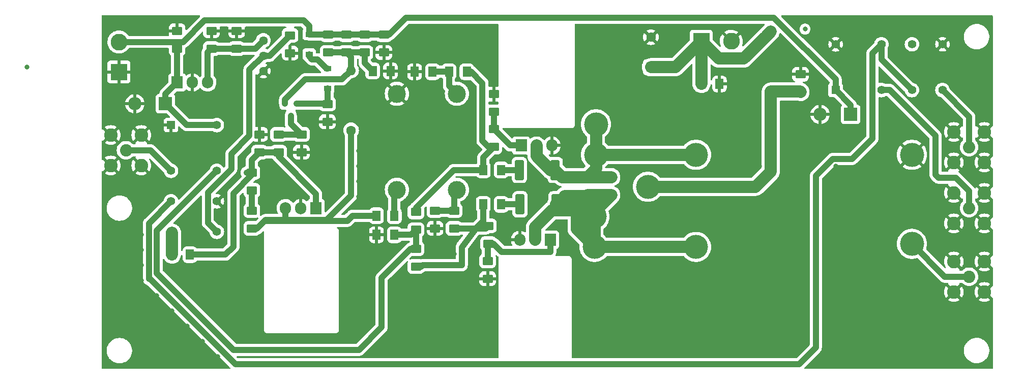
<source format=gbr>
G04 #@! TF.GenerationSoftware,KiCad,Pcbnew,(6.0.0)*
G04 #@! TF.CreationDate,2022-06-01T09:59:34+02:00*
G04 #@! TF.ProjectId,rfamp3,7266616d-7033-42e6-9b69-6361645f7063,rev?*
G04 #@! TF.SameCoordinates,Original*
G04 #@! TF.FileFunction,Copper,L1,Top*
G04 #@! TF.FilePolarity,Positive*
%FSLAX46Y46*%
G04 Gerber Fmt 4.6, Leading zero omitted, Abs format (unit mm)*
G04 Created by KiCad (PCBNEW (6.0.0)) date 2022-06-01 09:59:34*
%MOMM*%
%LPD*%
G01*
G04 APERTURE LIST*
G04 Aperture macros list*
%AMRoundRect*
0 Rectangle with rounded corners*
0 $1 Rounding radius*
0 $2 $3 $4 $5 $6 $7 $8 $9 X,Y pos of 4 corners*
0 Add a 4 corners polygon primitive as box body*
4,1,4,$2,$3,$4,$5,$6,$7,$8,$9,$2,$3,0*
0 Add four circle primitives for the rounded corners*
1,1,$1+$1,$2,$3*
1,1,$1+$1,$4,$5*
1,1,$1+$1,$6,$7*
1,1,$1+$1,$8,$9*
0 Add four rect primitives between the rounded corners*
20,1,$1+$1,$2,$3,$4,$5,0*
20,1,$1+$1,$4,$5,$6,$7,0*
20,1,$1+$1,$6,$7,$8,$9,0*
20,1,$1+$1,$8,$9,$2,$3,0*%
G04 Aperture macros list end*
G04 #@! TA.AperFunction,ComponentPad*
%ADD10R,2.200000X2.200000*%
G04 #@! TD*
G04 #@! TA.AperFunction,ComponentPad*
%ADD11O,2.200000X2.200000*%
G04 #@! TD*
G04 #@! TA.AperFunction,SMDPad,CuDef*
%ADD12RoundRect,0.250000X0.625000X-0.462500X0.625000X0.462500X-0.625000X0.462500X-0.625000X-0.462500X0*%
G04 #@! TD*
G04 #@! TA.AperFunction,SMDPad,CuDef*
%ADD13RoundRect,0.250000X-0.625000X0.462500X-0.625000X-0.462500X0.625000X-0.462500X0.625000X0.462500X0*%
G04 #@! TD*
G04 #@! TA.AperFunction,ComponentPad*
%ADD14C,4.000500*%
G04 #@! TD*
G04 #@! TA.AperFunction,SMDPad,CuDef*
%ADD15RoundRect,0.249999X0.512501X1.425001X-0.512501X1.425001X-0.512501X-1.425001X0.512501X-1.425001X0*%
G04 #@! TD*
G04 #@! TA.AperFunction,SMDPad,CuDef*
%ADD16R,0.800000X0.900000*%
G04 #@! TD*
G04 #@! TA.AperFunction,SMDPad,CuDef*
%ADD17RoundRect,0.250000X0.462500X0.625000X-0.462500X0.625000X-0.462500X-0.625000X0.462500X-0.625000X0*%
G04 #@! TD*
G04 #@! TA.AperFunction,ComponentPad*
%ADD18C,2.250000*%
G04 #@! TD*
G04 #@! TA.AperFunction,ComponentPad*
%ADD19C,2.050000*%
G04 #@! TD*
G04 #@! TA.AperFunction,ComponentPad*
%ADD20C,3.000000*%
G04 #@! TD*
G04 #@! TA.AperFunction,ComponentPad*
%ADD21O,1.600000X1.600000*%
G04 #@! TD*
G04 #@! TA.AperFunction,ComponentPad*
%ADD22C,1.600000*%
G04 #@! TD*
G04 #@! TA.AperFunction,ComponentPad*
%ADD23O,1.905000X2.000000*%
G04 #@! TD*
G04 #@! TA.AperFunction,ComponentPad*
%ADD24R,1.905000X2.000000*%
G04 #@! TD*
G04 #@! TA.AperFunction,SMDPad,CuDef*
%ADD25R,1.200000X0.900000*%
G04 #@! TD*
G04 #@! TA.AperFunction,SMDPad,CuDef*
%ADD26RoundRect,0.250000X-0.462500X-0.625000X0.462500X-0.625000X0.462500X0.625000X-0.462500X0.625000X0*%
G04 #@! TD*
G04 #@! TA.AperFunction,ComponentPad*
%ADD27C,1.440000*%
G04 #@! TD*
G04 #@! TA.AperFunction,ComponentPad*
%ADD28C,1.400000*%
G04 #@! TD*
G04 #@! TA.AperFunction,ComponentPad*
%ADD29R,1.400000X1.400000*%
G04 #@! TD*
G04 #@! TA.AperFunction,ComponentPad*
%ADD30R,1.600000X1.600000*%
G04 #@! TD*
G04 #@! TA.AperFunction,ComponentPad*
%ADD31R,2.800000X2.800000*%
G04 #@! TD*
G04 #@! TA.AperFunction,ComponentPad*
%ADD32C,2.800000*%
G04 #@! TD*
G04 #@! TA.AperFunction,ViaPad*
%ADD33C,0.800000*%
G04 #@! TD*
G04 #@! TA.AperFunction,Conductor*
%ADD34C,1.000000*%
G04 #@! TD*
G04 #@! TA.AperFunction,Conductor*
%ADD35C,2.000000*%
G04 #@! TD*
G04 APERTURE END LIST*
D10*
X72607818Y-59436000D03*
D11*
X67527818Y-59436000D03*
D10*
X186653818Y-61214000D03*
D11*
X181573818Y-61214000D03*
D12*
X126238000Y-85634500D03*
X126238000Y-88609500D03*
D13*
X127254000Y-60796500D03*
X127254000Y-57821500D03*
D14*
X152908000Y-73279000D03*
X144272000Y-62865000D03*
D13*
X146812000Y-74639500D03*
X146812000Y-71664500D03*
D15*
X131632500Y-76200000D03*
X137607500Y-76200000D03*
D16*
X93472000Y-61452000D03*
X92522000Y-59452000D03*
X94422000Y-59452000D03*
D14*
X196850000Y-67945000D03*
X160909000Y-83312000D03*
X160909000Y-67945000D03*
D15*
X131505500Y-70485000D03*
X137480500Y-70485000D03*
D17*
X107732500Y-81280000D03*
X110707500Y-81280000D03*
D18*
X203835000Y-90805000D03*
X203835000Y-85725000D03*
X208915000Y-85725000D03*
X208915000Y-90805000D03*
D19*
X206375000Y-88265000D03*
D18*
X68580000Y-64643000D03*
X68580000Y-69723000D03*
X63500000Y-69723000D03*
X63500000Y-64643000D03*
D19*
X66040000Y-67183000D03*
D18*
X203835000Y-69215000D03*
X203835000Y-64135000D03*
X208915000Y-64135000D03*
X208915000Y-69215000D03*
D19*
X206375000Y-66675000D03*
D18*
X203835000Y-79375000D03*
X203835000Y-74295000D03*
X208915000Y-74295000D03*
X208915000Y-79375000D03*
D19*
X206375000Y-76835000D03*
D12*
X117475000Y-77252500D03*
X117475000Y-80227500D03*
D13*
X114300000Y-86577500D03*
X114300000Y-83602500D03*
X114300000Y-80445000D03*
X114300000Y-77470000D03*
D12*
X120650000Y-77252500D03*
X120650000Y-80227500D03*
D17*
X107732500Y-78105000D03*
X110707500Y-78105000D03*
D20*
X121125000Y-73785000D03*
X121125000Y-57785000D03*
X111125000Y-73785000D03*
X111125000Y-57785000D03*
D14*
X144018000Y-78232000D03*
X144272000Y-67945000D03*
X144018000Y-83312000D03*
X196850000Y-82787249D03*
D21*
X173355000Y-47404000D03*
D22*
X173355000Y-57404000D03*
D21*
X103505000Y-53881000D03*
D22*
X103505000Y-63881000D03*
D12*
X88265000Y-64552500D03*
X88265000Y-67527500D03*
X86995000Y-70902500D03*
X86995000Y-73877500D03*
X91440000Y-64552500D03*
X91440000Y-67527500D03*
X99568000Y-59472500D03*
X99568000Y-62447500D03*
X105791000Y-47915500D03*
X105791000Y-50890500D03*
X102743000Y-47915500D03*
X102743000Y-50890500D03*
X99695000Y-47915500D03*
X99695000Y-50890500D03*
D23*
X92583000Y-76835000D03*
X95123000Y-76835000D03*
D24*
X97663000Y-76835000D03*
D25*
X99568000Y-53595000D03*
X99568000Y-56895000D03*
X96520000Y-47880000D03*
X96520000Y-51180000D03*
D17*
X73696500Y-84582000D03*
X76671500Y-84582000D03*
D12*
X86995000Y-77252500D03*
X86995000Y-80227500D03*
D13*
X95250000Y-67527500D03*
X95250000Y-64552500D03*
D17*
X107097500Y-53975000D03*
X110072500Y-53975000D03*
D12*
X108966000Y-47915500D03*
X108966000Y-50890500D03*
X126365000Y-79792500D03*
X126365000Y-82767500D03*
D26*
X117057500Y-54102000D03*
X114082500Y-54102000D03*
D13*
X127254000Y-66638500D03*
X127254000Y-63663500D03*
X80264000Y-50255500D03*
X80264000Y-47280500D03*
D12*
X84455000Y-47280500D03*
X84455000Y-50255500D03*
X74549000Y-47280500D03*
X74549000Y-50255500D03*
X93345000Y-48042500D03*
X93345000Y-51017500D03*
D17*
X125512500Y-76200000D03*
X128487500Y-76200000D03*
D13*
X178308000Y-57494500D03*
X178308000Y-54519500D03*
D17*
X161834500Y-56134000D03*
X164809500Y-56134000D03*
X125512500Y-70485000D03*
X128487500Y-70485000D03*
D13*
X142875000Y-74639500D03*
X142875000Y-71664500D03*
D17*
X119797500Y-54102000D03*
X122772500Y-54102000D03*
D27*
X88900000Y-53975000D03*
X88900000Y-51435000D03*
X88900000Y-48895000D03*
D28*
X81153000Y-70612000D03*
X81163000Y-80782000D03*
X81163000Y-75702000D03*
X73533000Y-70612000D03*
X73533000Y-80772000D03*
X73533000Y-75682000D03*
X81153000Y-62992000D03*
D29*
X73533000Y-62992000D03*
D30*
X153416000Y-53340000D03*
D22*
X153416000Y-48340000D03*
D31*
X64876680Y-54137560D03*
D32*
X64876680Y-49137560D03*
X166798000Y-49022000D03*
D31*
X161798000Y-49022000D03*
D29*
X184150000Y-57150000D03*
D28*
X184150000Y-49530000D03*
X196840000Y-57150000D03*
X201930000Y-57150000D03*
X191770000Y-57150000D03*
X196860000Y-49520000D03*
X201940000Y-49520000D03*
X191770000Y-49530000D03*
D24*
X74549000Y-55880000D03*
D23*
X77089000Y-55880000D03*
X79629000Y-55880000D03*
D24*
X131820920Y-66400680D03*
D23*
X134360920Y-66400680D03*
X136900920Y-66400680D03*
X131577080Y-82108040D03*
X134117080Y-82108040D03*
D24*
X136657080Y-82108040D03*
D33*
X70104000Y-58166000D03*
X49530000Y-53340000D03*
X149225000Y-63500000D03*
X149225000Y-55880000D03*
X66040000Y-81280000D03*
X66040000Y-83820000D03*
X66040000Y-86360000D03*
X66040000Y-88900000D03*
X68580000Y-88900000D03*
X71120000Y-91440000D03*
X73660000Y-93980000D03*
X76200000Y-96520000D03*
X78740000Y-99060000D03*
X81280000Y-101600000D03*
X83820000Y-91440000D03*
X86360000Y-93980000D03*
X91440000Y-99060000D03*
X93980000Y-99060000D03*
X96520000Y-99060000D03*
X99060000Y-99060000D03*
X101600000Y-99060000D03*
X104140000Y-99060000D03*
X104140000Y-96520000D03*
X104140000Y-93980000D03*
X104140000Y-91440000D03*
X104140000Y-88900000D03*
X111760000Y-48260000D03*
X114300000Y-48260000D03*
X116840000Y-48260000D03*
X119380000Y-48260000D03*
X121920000Y-48260000D03*
X141605000Y-50800000D03*
X70104000Y-60960000D03*
X83820000Y-55880000D03*
X83820000Y-53340000D03*
X83820000Y-60960000D03*
X83820000Y-58420000D03*
X141605000Y-48260000D03*
X149225000Y-99060000D03*
X149225000Y-96520000D03*
X149225000Y-93980000D03*
X149225000Y-91440000D03*
X149225000Y-88900000D03*
X149225000Y-86360000D03*
X149225000Y-81280000D03*
X149225000Y-78740000D03*
X149225000Y-76200000D03*
X149225000Y-73660000D03*
X149225000Y-73660000D03*
X149225000Y-71120000D03*
X149225000Y-66040000D03*
X149225000Y-60960000D03*
X149225000Y-58420000D03*
X151765000Y-99060000D03*
X154305000Y-99060000D03*
X156845000Y-99060000D03*
X159385000Y-99060000D03*
X161925000Y-99060000D03*
X164465000Y-99060000D03*
X167005000Y-99060000D03*
X169545000Y-99060000D03*
X174625000Y-99060000D03*
X177165000Y-99060000D03*
X192405000Y-99060000D03*
X189865000Y-99060000D03*
X194945000Y-99060000D03*
X197485000Y-99060000D03*
X194945000Y-95250000D03*
X201295000Y-95250000D03*
X207645000Y-95250000D03*
X116840000Y-82550000D03*
X118745000Y-82550000D03*
X120650000Y-82550000D03*
X120650000Y-84455000D03*
X118745000Y-84455000D03*
X116840000Y-84455000D03*
X104140000Y-86360000D03*
X104140000Y-83820000D03*
X104140000Y-81280000D03*
X106680000Y-83820000D03*
X106680000Y-86360000D03*
X106680000Y-88900000D03*
X106680000Y-91440000D03*
X106680000Y-93980000D03*
X106045000Y-96520000D03*
X109220000Y-83820000D03*
X111760000Y-88900000D03*
X114300000Y-88900000D03*
X116840000Y-88900000D03*
X119380000Y-88900000D03*
X121920000Y-88900000D03*
X111760000Y-91440000D03*
X114300000Y-91440000D03*
X116840000Y-91440000D03*
X119380000Y-91440000D03*
X121920000Y-91440000D03*
X124460000Y-91440000D03*
X124460000Y-93980000D03*
X121920000Y-93980000D03*
X119380000Y-93980000D03*
X116840000Y-93980000D03*
X114300000Y-93980000D03*
X111760000Y-93980000D03*
X111760000Y-96520000D03*
X114300000Y-96520000D03*
X116840000Y-96520000D03*
X119380000Y-96520000D03*
X121920000Y-96520000D03*
X124460000Y-96520000D03*
X124460000Y-99060000D03*
X121920000Y-99060000D03*
X119380000Y-99060000D03*
X116840000Y-99060000D03*
X114300000Y-99060000D03*
X111760000Y-99060000D03*
X106680000Y-74930000D03*
X106680000Y-72390000D03*
X106680000Y-69850000D03*
X106680000Y-67310000D03*
X106680000Y-64770000D03*
X104775000Y-67310000D03*
X104775000Y-69850000D03*
X104775000Y-72390000D03*
X104775000Y-74930000D03*
X100965000Y-74295000D03*
X100965000Y-72390000D03*
X100965000Y-69850000D03*
X100965000Y-67310000D03*
X98425000Y-67310000D03*
X98425000Y-69850000D03*
X98425000Y-72390000D03*
X95885000Y-69850000D03*
X98425000Y-64770000D03*
X92710000Y-53975000D03*
X95250000Y-53975000D03*
X111760000Y-50165000D03*
X114300000Y-50165000D03*
X116840000Y-50165000D03*
X119380000Y-50165000D03*
X121920000Y-50165000D03*
X124460000Y-50165000D03*
X127000000Y-50165000D03*
X127000000Y-48260000D03*
X124460000Y-48260000D03*
X68580000Y-86360000D03*
X68580000Y-83820000D03*
X68580000Y-81280000D03*
X168275000Y-55880000D03*
X153035000Y-56515000D03*
X158750000Y-56515000D03*
X171450000Y-76200000D03*
X165100000Y-76200000D03*
X158115000Y-76200000D03*
X152400000Y-88900000D03*
X152400000Y-95250000D03*
X158750000Y-95250000D03*
X158750000Y-88900000D03*
X171450000Y-82550000D03*
X171450000Y-88900000D03*
X165100000Y-95250000D03*
X171450000Y-95250000D03*
X179070000Y-46990000D03*
X90170000Y-71120000D03*
X90170000Y-73660000D03*
X92710000Y-73660000D03*
X88900000Y-57150000D03*
X83820000Y-88900000D03*
X87630000Y-88900000D03*
X87630000Y-91440000D03*
X87630000Y-82550000D03*
X87630000Y-85090000D03*
X177800000Y-95250000D03*
X177800000Y-88900000D03*
X177800000Y-82550000D03*
X171450000Y-69850000D03*
X177800000Y-63500000D03*
X177800000Y-69850000D03*
X177800000Y-76200000D03*
X184150000Y-88900000D03*
X184150000Y-82550000D03*
X184150000Y-76200000D03*
X184150000Y-63500000D03*
X184150000Y-69850000D03*
X184150000Y-95250000D03*
X184150000Y-99060000D03*
X157480000Y-71120000D03*
X187960000Y-88900000D03*
X187960000Y-82550000D03*
X187960000Y-76200000D03*
X187960000Y-69850000D03*
X187960000Y-63500000D03*
X187960000Y-95250000D03*
X191770000Y-95250000D03*
X191770000Y-88900000D03*
X191770000Y-82550000D03*
X191770000Y-76200000D03*
X191770000Y-69850000D03*
X127000000Y-91440000D03*
X127000000Y-93980000D03*
X127000000Y-96520000D03*
X127000000Y-99060000D03*
X142240000Y-88900000D03*
X142240000Y-91440000D03*
X142240000Y-93980000D03*
X142240000Y-96520000D03*
X142240000Y-99060000D03*
X144780000Y-99060000D03*
X144780000Y-96520000D03*
X144780000Y-93980000D03*
X144780000Y-91440000D03*
X144780000Y-88900000D03*
X143510000Y-57150000D03*
X143510000Y-54610000D03*
X143510000Y-52070000D03*
X143510000Y-49530000D03*
X143510000Y-46990000D03*
X146050000Y-46990000D03*
X146050000Y-49530000D03*
X146050000Y-52070000D03*
X146050000Y-54610000D03*
X146050000Y-57150000D03*
X152400000Y-60960000D03*
X156210000Y-60960000D03*
X160020000Y-60960000D03*
X163830000Y-60960000D03*
X167640000Y-60960000D03*
X167640000Y-63500000D03*
X163830000Y-63500000D03*
X160020000Y-63500000D03*
X156210000Y-63500000D03*
X152400000Y-63500000D03*
D34*
X83921600Y-83261200D02*
X82600800Y-84582000D01*
X82600800Y-84582000D02*
X76671500Y-84582000D01*
X86995000Y-71305755D02*
X83921600Y-74379155D01*
X83921600Y-74379155D02*
X83921600Y-83261200D01*
X86995000Y-70902500D02*
X86995000Y-71305755D01*
X86590480Y-53744520D02*
X88900000Y-51435000D01*
X86590480Y-64793520D02*
X86590480Y-53744520D01*
X83566000Y-67818000D02*
X86590480Y-64793520D01*
X79663489Y-74222141D02*
X83566000Y-70319630D01*
X79663489Y-79282489D02*
X79663489Y-74222141D01*
X83566000Y-70319630D02*
X83566000Y-67818000D01*
X81163000Y-80782000D02*
X79663489Y-79282489D01*
D35*
X73696500Y-80935500D02*
X73676874Y-80915874D01*
X73696500Y-84582000D02*
X73696500Y-80935500D01*
D34*
X71149520Y-80615480D02*
X81153000Y-70612000D01*
X83950001Y-100460001D02*
X71149520Y-87659520D01*
X108585000Y-88442500D02*
X108585000Y-96687002D01*
X108585000Y-96687002D02*
X104812001Y-100460001D01*
X104812001Y-100460001D02*
X83950001Y-100460001D01*
X71149520Y-87659520D02*
X71149520Y-80615480D01*
X113425000Y-83602500D02*
X108585000Y-88442500D01*
X114300000Y-83602500D02*
X113425000Y-83602500D01*
X190270489Y-51029511D02*
X191770000Y-49530000D01*
X190270489Y-65253511D02*
X190270489Y-51029511D01*
X186873511Y-68650489D02*
X190270489Y-65253511D01*
X180848000Y-100076000D02*
X180848000Y-71455634D01*
X180848000Y-71455634D02*
X183653145Y-68650489D01*
X183653145Y-68650489D02*
X186873511Y-68650489D01*
X84246320Y-102869954D02*
X178054046Y-102869954D01*
X178054046Y-102869954D02*
X180848000Y-100076000D01*
X70022366Y-88646000D02*
X84246320Y-102869954D01*
X69850000Y-88646000D02*
X70022366Y-88646000D01*
X69850000Y-79365000D02*
X69850000Y-88646000D01*
X73533000Y-75682000D02*
X69850000Y-79365000D01*
X72607818Y-57821182D02*
X74549000Y-55880000D01*
X72607818Y-59436000D02*
X72607818Y-57821182D01*
X76163818Y-62992000D02*
X72607818Y-59436000D01*
X81153000Y-62992000D02*
X76163818Y-62992000D01*
X186653818Y-59653818D02*
X184150000Y-57150000D01*
X186653818Y-61214000D02*
X186653818Y-59653818D01*
X86995000Y-77252500D02*
X86995000Y-73877500D01*
X88265000Y-67527500D02*
X91440000Y-67527500D01*
X86120000Y-70902500D02*
X86995000Y-70902500D01*
X86995000Y-68797500D02*
X88265000Y-67527500D01*
X86995000Y-70902500D02*
X86995000Y-68797500D01*
X97663000Y-74835000D02*
X97663000Y-76835000D01*
X91440000Y-68240000D02*
X97663000Y-74463000D01*
X97663000Y-74463000D02*
X97663000Y-74835000D01*
X91440000Y-67527500D02*
X91440000Y-68240000D01*
X117057500Y-54102000D02*
X119797500Y-54102000D01*
X119797500Y-56457500D02*
X121125000Y-57785000D01*
X119797500Y-54102000D02*
X119797500Y-56457500D01*
X114300000Y-80445000D02*
X114300000Y-83602500D01*
X113465000Y-81280000D02*
X114300000Y-80445000D01*
X110707500Y-81280000D02*
X113465000Y-81280000D01*
X206375000Y-73985998D02*
X204144002Y-71755000D01*
X206375000Y-76835000D02*
X206375000Y-73985998D01*
X204144002Y-71755000D02*
X201295000Y-71755000D01*
X201295000Y-71755000D02*
X200787000Y-71247000D01*
X200787000Y-71247000D02*
X200787000Y-64770000D01*
X193167000Y-57150000D02*
X191770000Y-57150000D01*
X200787000Y-64770000D02*
X193167000Y-57150000D01*
X74549000Y-49543000D02*
X74549000Y-50255500D01*
X74143560Y-49137560D02*
X74549000Y-49543000D01*
X64876680Y-49137560D02*
X74143560Y-49137560D01*
X74549000Y-50255500D02*
X74549000Y-55880000D01*
X99659500Y-47880000D02*
X99695000Y-47915500D01*
X96520000Y-47880000D02*
X99659500Y-47880000D01*
X99695000Y-47915500D02*
X102743000Y-47915500D01*
X102743000Y-47915500D02*
X105791000Y-47915500D01*
X105791000Y-47915500D02*
X108966000Y-47915500D01*
X96520000Y-46430000D02*
X96520000Y-47880000D01*
X95657990Y-45567990D02*
X96520000Y-46430000D01*
X75547224Y-49137560D02*
X79116794Y-45567990D01*
X79116794Y-45567990D02*
X95657990Y-45567990D01*
X64876680Y-49137560D02*
X75547224Y-49137560D01*
X184150000Y-55370560D02*
X184150000Y-55450000D01*
X184150000Y-55450000D02*
X184150000Y-57150000D01*
X173868439Y-45088999D02*
X184150000Y-55370560D01*
X112667501Y-45088999D02*
X173868439Y-45088999D01*
X109841000Y-47915500D02*
X112667501Y-45088999D01*
X108966000Y-47915500D02*
X109841000Y-47915500D01*
X70104000Y-67183000D02*
X73533000Y-70612000D01*
X66040000Y-67183000D02*
X70104000Y-67183000D01*
X129991180Y-66400680D02*
X127254000Y-63663500D01*
X131820920Y-66400680D02*
X129991180Y-66400680D01*
X127254000Y-63663500D02*
X127254000Y-60796500D01*
X136657080Y-84108040D02*
X136657080Y-82108040D01*
X136657070Y-84108050D02*
X136657080Y-84108040D01*
X127240000Y-82767500D02*
X128580550Y-84108050D01*
X128580550Y-84108050D02*
X136657070Y-84108050D01*
X126365000Y-82767500D02*
X127240000Y-82767500D01*
X126238000Y-82894500D02*
X126365000Y-82767500D01*
X126238000Y-85634500D02*
X126238000Y-82894500D01*
X120650000Y-74260000D02*
X121125000Y-73785000D01*
X120650000Y-77252500D02*
X120650000Y-74260000D01*
X117475000Y-77252500D02*
X120650000Y-77252500D01*
X131505500Y-70485000D02*
X128790509Y-70485000D01*
X105791000Y-50890500D02*
X102743000Y-50890500D01*
X102743000Y-50890500D02*
X99695000Y-50890500D01*
X103505000Y-51652500D02*
X102743000Y-50890500D01*
X103505000Y-53881000D02*
X103505000Y-51652500D01*
X105791000Y-52668500D02*
X107097500Y-53975000D01*
X105791000Y-50890500D02*
X105791000Y-52668500D01*
X92522000Y-58701998D02*
X92522000Y-59452000D01*
X95848997Y-55375001D02*
X92522000Y-58701998D01*
X102010999Y-55375001D02*
X95848997Y-55375001D01*
X103505000Y-53881000D02*
X102010999Y-55375001D01*
X91440000Y-64552500D02*
X95250000Y-64552500D01*
X93472000Y-62774500D02*
X95250000Y-64552500D01*
X93472000Y-61452000D02*
X93472000Y-62774500D01*
X102870000Y-78957500D02*
X103722500Y-78105000D01*
X103505000Y-63881000D02*
X103505000Y-74745502D01*
X99415498Y-78835003D02*
X92583000Y-78835000D01*
X103722500Y-78105000D02*
X107732500Y-78105000D01*
X92705500Y-78957500D02*
X102870000Y-78957500D01*
X103505000Y-74745502D02*
X99415498Y-78835003D01*
X92583000Y-78835000D02*
X92705500Y-78957500D01*
X86995000Y-80227500D02*
X87870000Y-80227500D01*
X95122990Y-78835010D02*
X95123000Y-78835000D01*
X87870000Y-80227500D02*
X89262490Y-78835010D01*
X89140000Y-78957500D02*
X87870000Y-80227500D01*
X92705500Y-78957500D02*
X89140000Y-78957500D01*
X92582990Y-78835010D02*
X92583000Y-78835000D01*
X92564990Y-78835010D02*
X92582990Y-78835010D01*
X92564990Y-78835010D02*
X95122990Y-78835010D01*
X92583000Y-78835000D02*
X92583000Y-76835000D01*
X89262490Y-78835010D02*
X92564990Y-78835010D01*
X73569500Y-80808500D02*
X73533000Y-80772000D01*
X125378990Y-57583490D02*
X125378990Y-65638490D01*
X126379000Y-66638500D02*
X127254000Y-66638500D01*
X125378990Y-65638490D02*
X126379000Y-66638500D01*
X123485000Y-54102000D02*
X125378990Y-55995990D01*
X125378990Y-55995990D02*
X125378990Y-65638490D01*
X122772500Y-54102000D02*
X123485000Y-54102000D01*
X125512500Y-68380000D02*
X127254000Y-66638500D01*
X125512500Y-70485000D02*
X125512500Y-68380000D01*
X114300000Y-76757500D02*
X114300000Y-77470000D01*
X125512500Y-70485000D02*
X120572500Y-70485000D01*
X120572500Y-70485000D02*
X114300000Y-76757500D01*
X206375000Y-61595000D02*
X206375000Y-66675000D01*
X201930000Y-57150000D02*
X206375000Y-61595000D01*
X202327751Y-88265000D02*
X206375000Y-88265000D01*
X196850000Y-82787249D02*
X202327751Y-88265000D01*
X191770000Y-52080000D02*
X196840000Y-57150000D01*
X191770000Y-49530000D02*
X191770000Y-52080000D01*
X110707500Y-74202500D02*
X111125000Y-73785000D01*
X110707500Y-78105000D02*
X110707500Y-74202500D01*
X161798000Y-51422000D02*
X161798000Y-49022000D01*
X161798000Y-55279780D02*
X161798000Y-51422000D01*
D35*
X161834500Y-49058500D02*
X161798000Y-49022000D01*
X161834500Y-56134000D02*
X161834500Y-49058500D01*
X168836999Y-51922001D02*
X172555001Y-48203999D01*
X164698001Y-51922001D02*
X168836999Y-51922001D01*
X172555001Y-48203999D02*
X173355000Y-47404000D01*
X161798000Y-49022000D02*
X164698001Y-51922001D01*
X157480000Y-53340000D02*
X161798000Y-49022000D01*
X153416000Y-53340000D02*
X157480000Y-53340000D01*
D34*
X125930000Y-80227500D02*
X126365000Y-79792500D01*
X120650000Y-80227500D02*
X125930000Y-80227500D01*
X115175000Y-86577500D02*
X115392500Y-86360000D01*
X114300000Y-86577500D02*
X115175000Y-86577500D01*
X115392500Y-86360000D02*
X121920000Y-86360000D01*
X125490000Y-79792500D02*
X126365000Y-79792500D01*
X121920000Y-86360000D02*
X121920000Y-83362500D01*
X124242500Y-80227500D02*
X124460000Y-80010000D01*
X121920000Y-83362500D02*
X124460000Y-80010000D01*
X120650000Y-80227500D02*
X124242500Y-80227500D01*
X124460000Y-80010000D02*
X125490000Y-79792500D01*
X125512500Y-78957500D02*
X125512500Y-76200000D01*
X124460000Y-80010000D02*
X125512500Y-78957500D01*
X89952500Y-51435000D02*
X93345000Y-48042500D01*
X88900000Y-51435000D02*
X89952500Y-51435000D01*
X97867990Y-52044990D02*
X99418000Y-53595000D01*
X99418000Y-53595000D02*
X99568000Y-53595000D01*
X96520000Y-51562000D02*
X97002990Y-52044990D01*
X97002990Y-52044990D02*
X97867990Y-52044990D01*
X96520000Y-51180000D02*
X96520000Y-51562000D01*
X99547500Y-59452000D02*
X99568000Y-59472500D01*
X94422000Y-59452000D02*
X99547500Y-59452000D01*
X99568000Y-59472500D02*
X99568000Y-56895000D01*
D35*
X178217500Y-57404000D02*
X178308000Y-57494500D01*
X173355000Y-57404000D02*
X178217500Y-57404000D01*
X173355000Y-70757002D02*
X173355000Y-57404000D01*
X170833002Y-73279000D02*
X173355000Y-70757002D01*
X152908000Y-73279000D02*
X170833002Y-73279000D01*
D34*
X128487500Y-76200000D02*
X131632500Y-76200000D01*
X79629000Y-50890500D02*
X80264000Y-50255500D01*
X79629000Y-55880000D02*
X79629000Y-50890500D01*
X80264000Y-50255500D02*
X84455000Y-50255500D01*
X87539500Y-50255500D02*
X88900000Y-48895000D01*
X84455000Y-50255500D02*
X87539500Y-50255500D01*
D35*
X134117080Y-80004920D02*
X134117080Y-82108040D01*
X136943990Y-77178010D02*
X134117080Y-80004920D01*
X141048990Y-77178010D02*
X136943990Y-77178010D01*
X142875000Y-75352000D02*
X141048990Y-77178010D01*
X142875000Y-74639500D02*
X142875000Y-75352000D01*
X142711500Y-74803000D02*
X142875000Y-74639500D01*
X141048990Y-80342990D02*
X144018000Y-83312000D01*
X141048990Y-77178010D02*
X141048990Y-80342990D01*
X140528510Y-77178010D02*
X141048990Y-77178010D01*
X139028500Y-74803000D02*
X139028500Y-75678000D01*
X140462000Y-75692000D02*
X140970000Y-76200000D01*
X140462000Y-74803000D02*
X140462000Y-75692000D01*
X140462000Y-74803000D02*
X142711500Y-74803000D01*
X140970000Y-76200000D02*
X140528510Y-77178010D01*
X139028500Y-74803000D02*
X140462000Y-74803000D01*
X139028500Y-75678000D02*
X140970000Y-76200000D01*
X140970000Y-76200000D02*
X137607500Y-76200000D01*
X141986000Y-76200000D02*
X144018000Y-78232000D01*
X137607500Y-76200000D02*
X141986000Y-76200000D01*
X140970000Y-77978000D02*
X144018000Y-81026000D01*
X140970000Y-76200000D02*
X140970000Y-77978000D01*
X144018000Y-81026000D02*
X144018000Y-78232000D01*
X144018000Y-83312000D02*
X144018000Y-81026000D01*
X144018000Y-83312000D02*
X160909000Y-83312000D01*
X142875000Y-74639500D02*
X146812000Y-74639500D01*
X144018000Y-77433500D02*
X146812000Y-74639500D01*
X144018000Y-78232000D02*
X144018000Y-77433500D01*
X144018000Y-75782500D02*
X142875000Y-74639500D01*
X144018000Y-78232000D02*
X144018000Y-75782500D01*
X144272000Y-67908500D02*
X144303501Y-67940001D01*
X144272000Y-70267500D02*
X142875000Y-71664500D01*
X144272000Y-67945000D02*
X144272000Y-70267500D01*
X138660000Y-71664500D02*
X137480500Y-70485000D01*
X142875000Y-71664500D02*
X138660000Y-71664500D01*
X134360920Y-68127920D02*
X134360920Y-66400680D01*
X136718000Y-70485000D02*
X134360920Y-68127920D01*
X137480500Y-70485000D02*
X136718000Y-70485000D01*
X144272000Y-67945000D02*
X160909000Y-67945000D01*
X146812000Y-71664500D02*
X142875000Y-71664500D01*
X144272000Y-62865000D02*
X144272000Y-67945000D01*
G04 #@! TA.AperFunction,Conductor*
G36*
X189815978Y-44702571D02*
G01*
X210186010Y-44703956D01*
X210254128Y-44723963D01*
X210300617Y-44777622D01*
X210312000Y-44829956D01*
X210312000Y-63059976D01*
X210291998Y-63128097D01*
X210249909Y-63168565D01*
X210227394Y-63181816D01*
X209287022Y-64122188D01*
X209279408Y-64136132D01*
X209279539Y-64137965D01*
X209283790Y-64144580D01*
X210225936Y-65086726D01*
X210246388Y-65097894D01*
X210296589Y-65148097D01*
X210312000Y-65208480D01*
X210312000Y-68139976D01*
X210291998Y-68208097D01*
X210249909Y-68248565D01*
X210227394Y-68261816D01*
X209287022Y-69202188D01*
X209279408Y-69216132D01*
X209279539Y-69217965D01*
X209283790Y-69224580D01*
X210225936Y-70166726D01*
X210246388Y-70177894D01*
X210296589Y-70228097D01*
X210312000Y-70288480D01*
X210312000Y-73219976D01*
X210291998Y-73288097D01*
X210249909Y-73328565D01*
X210227394Y-73341816D01*
X209287022Y-74282188D01*
X209279408Y-74296132D01*
X209279539Y-74297965D01*
X209283790Y-74304580D01*
X210225936Y-75246726D01*
X210246388Y-75257894D01*
X210296589Y-75308097D01*
X210312000Y-75368480D01*
X210312000Y-78299976D01*
X210291998Y-78368097D01*
X210249909Y-78408565D01*
X210227394Y-78421816D01*
X209287022Y-79362188D01*
X209279408Y-79376132D01*
X209279539Y-79377965D01*
X209283790Y-79384580D01*
X210225936Y-80326726D01*
X210246388Y-80337894D01*
X210296589Y-80388097D01*
X210312000Y-80448480D01*
X210312000Y-84649976D01*
X210291998Y-84718097D01*
X210249909Y-84758565D01*
X210227394Y-84771816D01*
X209287022Y-85712188D01*
X209279408Y-85726132D01*
X209279539Y-85727965D01*
X209283790Y-85734580D01*
X210225936Y-86676726D01*
X210246388Y-86687894D01*
X210296589Y-86738097D01*
X210312000Y-86798480D01*
X210312000Y-89729976D01*
X210291998Y-89798097D01*
X210249909Y-89838565D01*
X210227394Y-89851816D01*
X209287022Y-90792188D01*
X209279408Y-90806132D01*
X209279539Y-90807965D01*
X209283790Y-90814580D01*
X210225936Y-91756726D01*
X210246388Y-91767894D01*
X210296589Y-91818097D01*
X210312000Y-91878480D01*
X210312000Y-103505958D01*
X210291998Y-103574079D01*
X210238342Y-103620572D01*
X210185994Y-103631958D01*
X195266030Y-103630959D01*
X179024545Y-103629871D01*
X178956425Y-103609864D01*
X178909936Y-103556206D01*
X178899837Y-103485931D01*
X178929334Y-103421352D01*
X178935445Y-103414790D01*
X181517379Y-100832855D01*
X181527522Y-100823753D01*
X181552218Y-100803897D01*
X181557025Y-100800032D01*
X181589292Y-100761578D01*
X181592472Y-100757931D01*
X181594115Y-100756119D01*
X181596309Y-100753925D01*
X181623642Y-100720651D01*
X181624348Y-100719800D01*
X181625509Y-100718417D01*
X181634499Y-100707703D01*
X205500743Y-100707703D01*
X205501302Y-100711947D01*
X205501302Y-100711951D01*
X205507836Y-100761579D01*
X205538268Y-100992734D01*
X205539401Y-100996874D01*
X205539401Y-100996876D01*
X205543035Y-101010159D01*
X205614129Y-101270036D01*
X205615813Y-101273984D01*
X205700840Y-101473325D01*
X205726923Y-101534476D01*
X205778877Y-101621284D01*
X205816170Y-101683596D01*
X205874561Y-101781161D01*
X206054313Y-102005528D01*
X206262851Y-102203423D01*
X206496317Y-102371186D01*
X206500112Y-102373195D01*
X206500113Y-102373196D01*
X206519912Y-102383679D01*
X206750392Y-102505712D01*
X207020373Y-102604511D01*
X207301264Y-102665755D01*
X207329841Y-102668004D01*
X207524282Y-102683307D01*
X207524291Y-102683307D01*
X207526739Y-102683500D01*
X207682271Y-102683500D01*
X207684407Y-102683354D01*
X207684418Y-102683354D01*
X207892548Y-102669165D01*
X207892554Y-102669164D01*
X207896825Y-102668873D01*
X207901020Y-102668004D01*
X207901022Y-102668004D01*
X208105909Y-102625574D01*
X208178342Y-102610574D01*
X208449343Y-102514607D01*
X208704812Y-102382750D01*
X208708313Y-102380289D01*
X208708317Y-102380287D01*
X208822417Y-102300096D01*
X208940023Y-102217441D01*
X209150622Y-102021740D01*
X209332713Y-101799268D01*
X209482927Y-101554142D01*
X209526709Y-101454405D01*
X209596757Y-101294830D01*
X209598483Y-101290898D01*
X209677244Y-101014406D01*
X209714315Y-100753925D01*
X209717146Y-100734036D01*
X209717146Y-100734034D01*
X209717751Y-100729784D01*
X209717789Y-100722703D01*
X209719235Y-100446583D01*
X209719235Y-100446576D01*
X209719257Y-100442297D01*
X209681732Y-100157266D01*
X209678778Y-100146466D01*
X209644736Y-100022031D01*
X209605871Y-99879964D01*
X209527050Y-99695171D01*
X209494763Y-99619476D01*
X209494761Y-99619472D01*
X209493077Y-99615524D01*
X209356620Y-99387521D01*
X209347643Y-99372521D01*
X209347640Y-99372517D01*
X209345439Y-99368839D01*
X209165687Y-99144472D01*
X209042289Y-99027372D01*
X208960258Y-98949527D01*
X208960255Y-98949525D01*
X208957149Y-98946577D01*
X208767064Y-98809987D01*
X208727172Y-98781321D01*
X208727171Y-98781320D01*
X208723683Y-98778814D01*
X208703335Y-98768040D01*
X208678654Y-98754972D01*
X208469608Y-98644288D01*
X208244647Y-98561964D01*
X208203658Y-98546964D01*
X208203656Y-98546963D01*
X208199627Y-98545489D01*
X207918736Y-98484245D01*
X207883857Y-98481500D01*
X207695718Y-98466693D01*
X207695709Y-98466693D01*
X207693261Y-98466500D01*
X207537729Y-98466500D01*
X207535593Y-98466646D01*
X207535582Y-98466646D01*
X207327452Y-98480835D01*
X207327446Y-98480836D01*
X207323175Y-98481127D01*
X207318980Y-98481996D01*
X207318978Y-98481996D01*
X207252152Y-98495835D01*
X207041658Y-98539426D01*
X206770657Y-98635393D01*
X206515188Y-98767250D01*
X206511687Y-98769711D01*
X206511683Y-98769713D01*
X206480251Y-98791804D01*
X206279977Y-98932559D01*
X206201597Y-99005394D01*
X206139105Y-99063466D01*
X206069378Y-99128260D01*
X205887287Y-99350732D01*
X205737073Y-99595858D01*
X205735347Y-99599791D01*
X205735346Y-99599792D01*
X205728440Y-99615524D01*
X205621517Y-99859102D01*
X205542756Y-100135594D01*
X205502249Y-100420216D01*
X205502227Y-100424505D01*
X205502226Y-100424512D01*
X205501028Y-100653244D01*
X205500743Y-100707703D01*
X181634499Y-100707703D01*
X181684154Y-100648526D01*
X181686722Y-100643856D01*
X181690103Y-100639739D01*
X181734015Y-100557842D01*
X181734624Y-100556720D01*
X181776466Y-100480611D01*
X181776468Y-100480606D01*
X181779433Y-100475213D01*
X181781044Y-100470135D01*
X181783563Y-100465437D01*
X181810753Y-100376502D01*
X181811136Y-100375272D01*
X181837371Y-100292570D01*
X181839235Y-100286694D01*
X181839828Y-100281403D01*
X181841388Y-100276302D01*
X181850795Y-100183689D01*
X181850915Y-100182569D01*
X181856500Y-100132773D01*
X181856500Y-100129244D01*
X181856555Y-100128261D01*
X181857004Y-100122556D01*
X181860752Y-100085664D01*
X181860752Y-100085661D01*
X181861374Y-100079537D01*
X181857059Y-100033888D01*
X181856500Y-100022031D01*
X181856500Y-92129471D01*
X202875884Y-92129471D01*
X202879570Y-92134740D01*
X203087121Y-92261927D01*
X203095915Y-92266408D01*
X203324242Y-92360984D01*
X203333627Y-92364033D01*
X203573940Y-92421728D01*
X203583687Y-92423271D01*
X203830070Y-92442662D01*
X203839930Y-92442662D01*
X204086313Y-92423271D01*
X204096060Y-92421728D01*
X204336373Y-92364033D01*
X204345758Y-92360984D01*
X204574085Y-92266408D01*
X204582879Y-92261927D01*
X204788928Y-92135660D01*
X204792968Y-92129471D01*
X207955884Y-92129471D01*
X207959570Y-92134740D01*
X208167121Y-92261927D01*
X208175915Y-92266408D01*
X208404242Y-92360984D01*
X208413627Y-92364033D01*
X208653940Y-92421728D01*
X208663687Y-92423271D01*
X208910070Y-92442662D01*
X208919930Y-92442662D01*
X209166313Y-92423271D01*
X209176060Y-92421728D01*
X209416373Y-92364033D01*
X209425758Y-92360984D01*
X209654085Y-92266408D01*
X209662879Y-92261927D01*
X209868928Y-92135660D01*
X209874190Y-92127599D01*
X209868183Y-92117393D01*
X208927812Y-91177022D01*
X208913868Y-91169408D01*
X208912035Y-91169539D01*
X208905420Y-91173790D01*
X207963276Y-92115934D01*
X207955884Y-92129471D01*
X204792968Y-92129471D01*
X204794190Y-92127599D01*
X204788183Y-92117393D01*
X203847812Y-91177022D01*
X203833868Y-91169408D01*
X203832035Y-91169539D01*
X203825420Y-91173790D01*
X202883276Y-92115934D01*
X202875884Y-92129471D01*
X181856500Y-92129471D01*
X181856500Y-90809930D01*
X202197338Y-90809930D01*
X202216729Y-91056313D01*
X202218272Y-91066060D01*
X202275967Y-91306373D01*
X202279016Y-91315758D01*
X202373592Y-91544085D01*
X202378073Y-91552879D01*
X202504340Y-91758928D01*
X202512401Y-91764190D01*
X202522607Y-91758183D01*
X203462978Y-90817812D01*
X203469356Y-90806132D01*
X204199408Y-90806132D01*
X204199539Y-90807965D01*
X204203790Y-90814580D01*
X205145934Y-91756724D01*
X205159471Y-91764116D01*
X205164740Y-91760430D01*
X205291927Y-91552879D01*
X205296408Y-91544085D01*
X205390984Y-91315758D01*
X205394033Y-91306373D01*
X205451728Y-91066060D01*
X205453271Y-91056313D01*
X205472662Y-90809930D01*
X207277338Y-90809930D01*
X207296729Y-91056313D01*
X207298272Y-91066060D01*
X207355967Y-91306373D01*
X207359016Y-91315758D01*
X207453592Y-91544085D01*
X207458073Y-91552879D01*
X207584340Y-91758928D01*
X207592401Y-91764190D01*
X207602607Y-91758183D01*
X208542978Y-90817812D01*
X208550592Y-90803868D01*
X208550461Y-90802035D01*
X208546210Y-90795420D01*
X207604066Y-89853276D01*
X207590529Y-89845884D01*
X207585260Y-89849570D01*
X207458073Y-90057121D01*
X207453592Y-90065915D01*
X207359016Y-90294242D01*
X207355967Y-90303627D01*
X207298272Y-90543940D01*
X207296729Y-90553687D01*
X207277338Y-90800070D01*
X207277338Y-90809930D01*
X205472662Y-90809930D01*
X205472662Y-90800070D01*
X205453271Y-90553687D01*
X205451728Y-90543940D01*
X205394033Y-90303627D01*
X205390984Y-90294242D01*
X205296408Y-90065915D01*
X205291927Y-90057121D01*
X205165660Y-89851072D01*
X205157599Y-89845810D01*
X205147393Y-89851817D01*
X204207022Y-90792188D01*
X204199408Y-90806132D01*
X203469356Y-90806132D01*
X203470592Y-90803868D01*
X203470461Y-90802035D01*
X203466210Y-90795420D01*
X202524066Y-89853276D01*
X202510529Y-89845884D01*
X202505260Y-89849570D01*
X202378073Y-90057121D01*
X202373592Y-90065915D01*
X202279016Y-90294242D01*
X202275967Y-90303627D01*
X202218272Y-90543940D01*
X202216729Y-90553687D01*
X202197338Y-90800070D01*
X202197338Y-90809930D01*
X181856500Y-90809930D01*
X181856500Y-82787249D01*
X194336290Y-82787249D01*
X194356111Y-83102300D01*
X194415263Y-83412383D01*
X194455622Y-83536595D01*
X194498205Y-83667650D01*
X194512812Y-83712607D01*
X194514499Y-83716193D01*
X194514501Y-83716197D01*
X194554942Y-83802139D01*
X194647219Y-83998238D01*
X194816366Y-84264771D01*
X195017584Y-84508002D01*
X195066828Y-84554245D01*
X195237996Y-84714982D01*
X195247701Y-84724096D01*
X195250903Y-84726423D01*
X195250905Y-84726424D01*
X195312358Y-84771072D01*
X195503087Y-84909645D01*
X195506556Y-84911552D01*
X195506559Y-84911554D01*
X195754883Y-85048071D01*
X195779714Y-85061722D01*
X196073221Y-85177929D01*
X196077051Y-85178912D01*
X196077059Y-85178915D01*
X196251203Y-85223627D01*
X196378978Y-85256434D01*
X196382906Y-85256930D01*
X196382910Y-85256931D01*
X196471647Y-85268141D01*
X196692163Y-85295999D01*
X197007837Y-85295999D01*
X197228353Y-85268141D01*
X197317090Y-85256931D01*
X197317094Y-85256930D01*
X197321022Y-85256434D01*
X197448797Y-85223627D01*
X197622937Y-85178916D01*
X197622945Y-85178913D01*
X197626779Y-85177929D01*
X197630459Y-85176472D01*
X197630462Y-85176471D01*
X197684264Y-85155169D01*
X197754964Y-85148690D01*
X197819743Y-85183226D01*
X201570896Y-88934379D01*
X201579998Y-88944522D01*
X201603719Y-88974025D01*
X201608447Y-88977992D01*
X201642172Y-89006291D01*
X201645820Y-89009472D01*
X201647632Y-89011115D01*
X201649826Y-89013309D01*
X201683100Y-89040642D01*
X201683898Y-89041304D01*
X201755225Y-89101154D01*
X201759895Y-89103722D01*
X201764012Y-89107103D01*
X201845871Y-89150995D01*
X201847031Y-89151624D01*
X201923140Y-89193466D01*
X201923145Y-89193468D01*
X201928538Y-89196433D01*
X201933616Y-89198044D01*
X201938314Y-89200563D01*
X202027249Y-89227753D01*
X202028453Y-89228128D01*
X202117057Y-89256235D01*
X202122348Y-89256828D01*
X202127449Y-89258388D01*
X202220062Y-89267795D01*
X202221182Y-89267915D01*
X202270978Y-89273500D01*
X202274507Y-89273500D01*
X202275490Y-89273555D01*
X202281177Y-89274003D01*
X202301434Y-89276060D01*
X202318087Y-89277752D01*
X202318090Y-89277752D01*
X202324214Y-89278374D01*
X202369863Y-89274059D01*
X202381720Y-89273500D01*
X202779456Y-89273500D01*
X202847577Y-89293502D01*
X202894070Y-89347158D01*
X202904174Y-89417432D01*
X202884968Y-89468371D01*
X202875810Y-89482401D01*
X202881817Y-89492607D01*
X203822188Y-90432978D01*
X203836132Y-90440592D01*
X203837965Y-90440461D01*
X203844580Y-90436210D01*
X204786724Y-89494066D01*
X204794116Y-89480529D01*
X204787959Y-89471728D01*
X204765299Y-89404445D01*
X204782612Y-89335591D01*
X204834402Y-89287029D01*
X204891202Y-89273500D01*
X205161569Y-89273500D01*
X205229690Y-89293502D01*
X205257376Y-89317666D01*
X205287299Y-89352701D01*
X205291061Y-89355914D01*
X205291063Y-89355916D01*
X205343565Y-89400757D01*
X205470844Y-89509464D01*
X205676653Y-89635584D01*
X205681223Y-89637477D01*
X205681227Y-89637479D01*
X205895084Y-89726061D01*
X205899657Y-89727955D01*
X205982039Y-89747733D01*
X206129553Y-89783149D01*
X206129559Y-89783150D01*
X206134366Y-89784304D01*
X206375000Y-89803242D01*
X206615634Y-89784304D01*
X206620441Y-89783150D01*
X206620447Y-89783149D01*
X206767961Y-89747733D01*
X206850343Y-89727955D01*
X206854916Y-89726061D01*
X207068773Y-89637479D01*
X207068777Y-89637477D01*
X207073347Y-89635584D01*
X207279156Y-89509464D01*
X207310843Y-89482401D01*
X207955810Y-89482401D01*
X207961817Y-89492607D01*
X208902188Y-90432978D01*
X208916132Y-90440592D01*
X208917965Y-90440461D01*
X208924580Y-90436210D01*
X209866724Y-89494066D01*
X209874116Y-89480529D01*
X209870430Y-89475260D01*
X209662879Y-89348073D01*
X209654085Y-89343592D01*
X209425758Y-89249016D01*
X209416373Y-89245967D01*
X209176060Y-89188272D01*
X209166313Y-89186729D01*
X208919930Y-89167338D01*
X208910070Y-89167338D01*
X208663687Y-89186729D01*
X208653940Y-89188272D01*
X208413627Y-89245967D01*
X208404242Y-89249016D01*
X208175915Y-89343592D01*
X208167121Y-89348073D01*
X207961072Y-89474340D01*
X207955810Y-89482401D01*
X207310843Y-89482401D01*
X207462701Y-89352701D01*
X207619464Y-89169156D01*
X207745584Y-88963347D01*
X207757544Y-88934475D01*
X207836061Y-88744916D01*
X207836062Y-88744914D01*
X207837955Y-88740343D01*
X207860830Y-88645064D01*
X207893149Y-88510447D01*
X207893150Y-88510441D01*
X207894304Y-88505634D01*
X207913242Y-88265000D01*
X207894304Y-88024366D01*
X207893150Y-88019559D01*
X207893149Y-88019553D01*
X207844818Y-87818243D01*
X207837955Y-87789657D01*
X207826033Y-87760874D01*
X207747479Y-87571227D01*
X207747477Y-87571223D01*
X207745584Y-87566653D01*
X207619464Y-87360844D01*
X207462701Y-87177299D01*
X207313034Y-87049471D01*
X207955884Y-87049471D01*
X207959570Y-87054740D01*
X208167121Y-87181927D01*
X208175915Y-87186408D01*
X208404242Y-87280984D01*
X208413627Y-87284033D01*
X208653940Y-87341728D01*
X208663687Y-87343271D01*
X208910070Y-87362662D01*
X208919930Y-87362662D01*
X209166313Y-87343271D01*
X209176060Y-87341728D01*
X209416373Y-87284033D01*
X209425758Y-87280984D01*
X209654085Y-87186408D01*
X209662879Y-87181927D01*
X209868928Y-87055660D01*
X209874190Y-87047599D01*
X209868183Y-87037393D01*
X208927812Y-86097022D01*
X208913868Y-86089408D01*
X208912035Y-86089539D01*
X208905420Y-86093790D01*
X207963276Y-87035934D01*
X207955884Y-87049471D01*
X207313034Y-87049471D01*
X207279156Y-87020536D01*
X207073347Y-86894416D01*
X207068777Y-86892523D01*
X207068773Y-86892521D01*
X206854916Y-86803939D01*
X206854914Y-86803938D01*
X206850343Y-86802045D01*
X206743183Y-86776318D01*
X206620447Y-86746851D01*
X206620441Y-86746850D01*
X206615634Y-86745696D01*
X206375000Y-86726758D01*
X206134366Y-86745696D01*
X206129559Y-86746850D01*
X206129553Y-86746851D01*
X206006817Y-86776318D01*
X205899657Y-86802045D01*
X205895086Y-86803938D01*
X205895084Y-86803939D01*
X205681227Y-86892521D01*
X205681223Y-86892523D01*
X205676653Y-86894416D01*
X205470844Y-87020536D01*
X205287299Y-87177299D01*
X205257378Y-87212332D01*
X205197930Y-87251139D01*
X205161569Y-87256500D01*
X204890544Y-87256500D01*
X204822423Y-87236498D01*
X204775930Y-87182842D01*
X204765826Y-87112568D01*
X204785032Y-87061629D01*
X204794190Y-87047599D01*
X204788183Y-87037393D01*
X203476922Y-85726132D01*
X204199408Y-85726132D01*
X204199539Y-85727965D01*
X204203790Y-85734580D01*
X205145934Y-86676724D01*
X205159471Y-86684116D01*
X205164740Y-86680430D01*
X205291927Y-86472879D01*
X205296408Y-86464085D01*
X205390984Y-86235758D01*
X205394033Y-86226373D01*
X205451728Y-85986060D01*
X205453271Y-85976313D01*
X205472662Y-85729930D01*
X207277338Y-85729930D01*
X207296729Y-85976313D01*
X207298272Y-85986060D01*
X207355967Y-86226373D01*
X207359016Y-86235758D01*
X207453592Y-86464085D01*
X207458073Y-86472879D01*
X207584340Y-86678928D01*
X207592401Y-86684190D01*
X207602607Y-86678183D01*
X208542978Y-85737812D01*
X208550592Y-85723868D01*
X208550461Y-85722035D01*
X208546210Y-85715420D01*
X207604066Y-84773276D01*
X207590529Y-84765884D01*
X207585260Y-84769570D01*
X207458073Y-84977121D01*
X207453592Y-84985915D01*
X207359016Y-85214242D01*
X207355967Y-85223627D01*
X207298272Y-85463940D01*
X207296729Y-85473687D01*
X207277338Y-85720070D01*
X207277338Y-85729930D01*
X205472662Y-85729930D01*
X205472662Y-85720070D01*
X205453271Y-85473687D01*
X205451728Y-85463940D01*
X205394033Y-85223627D01*
X205390984Y-85214242D01*
X205296408Y-84985915D01*
X205291927Y-84977121D01*
X205165660Y-84771072D01*
X205157599Y-84765810D01*
X205147393Y-84771817D01*
X204207022Y-85712188D01*
X204199408Y-85726132D01*
X203476922Y-85726132D01*
X202524066Y-84773276D01*
X202510529Y-84765884D01*
X202505260Y-84769570D01*
X202378073Y-84977121D01*
X202373592Y-84985915D01*
X202279016Y-85214242D01*
X202275967Y-85223627D01*
X202218272Y-85463940D01*
X202216729Y-85473687D01*
X202197338Y-85720070D01*
X202197338Y-85729930D01*
X202216729Y-85976313D01*
X202218272Y-85986060D01*
X202275967Y-86226373D01*
X202279016Y-86235758D01*
X202373592Y-86464085D01*
X202378073Y-86472879D01*
X202480551Y-86640108D01*
X202499089Y-86708642D01*
X202477633Y-86776318D01*
X202422993Y-86821651D01*
X202352519Y-86830248D01*
X202284023Y-86795038D01*
X199891386Y-84402401D01*
X202875810Y-84402401D01*
X202881817Y-84412607D01*
X203822188Y-85352978D01*
X203836132Y-85360592D01*
X203837965Y-85360461D01*
X203844580Y-85356210D01*
X204786724Y-84414066D01*
X204793094Y-84402401D01*
X207955810Y-84402401D01*
X207961817Y-84412607D01*
X208902188Y-85352978D01*
X208916132Y-85360592D01*
X208917965Y-85360461D01*
X208924580Y-85356210D01*
X209866724Y-84414066D01*
X209874116Y-84400529D01*
X209870430Y-84395260D01*
X209662879Y-84268073D01*
X209654085Y-84263592D01*
X209425758Y-84169016D01*
X209416373Y-84165967D01*
X209176060Y-84108272D01*
X209166313Y-84106729D01*
X208919930Y-84087338D01*
X208910070Y-84087338D01*
X208663687Y-84106729D01*
X208653940Y-84108272D01*
X208413627Y-84165967D01*
X208404242Y-84169016D01*
X208175915Y-84263592D01*
X208167121Y-84268073D01*
X207961072Y-84394340D01*
X207955810Y-84402401D01*
X204793094Y-84402401D01*
X204794116Y-84400529D01*
X204790430Y-84395260D01*
X204582879Y-84268073D01*
X204574085Y-84263592D01*
X204345758Y-84169016D01*
X204336373Y-84165967D01*
X204096060Y-84108272D01*
X204086313Y-84106729D01*
X203839930Y-84087338D01*
X203830070Y-84087338D01*
X203583687Y-84106729D01*
X203573940Y-84108272D01*
X203333627Y-84165967D01*
X203324242Y-84169016D01*
X203095915Y-84263592D01*
X203087121Y-84268073D01*
X202881072Y-84394340D01*
X202875810Y-84402401D01*
X199891386Y-84402401D01*
X199245318Y-83756333D01*
X199211292Y-83694021D01*
X199214580Y-83628302D01*
X199214668Y-83628032D01*
X199284737Y-83412383D01*
X199343889Y-83102300D01*
X199363710Y-82787249D01*
X199343889Y-82472198D01*
X199284737Y-82162115D01*
X199193455Y-81881179D01*
X199188414Y-81865664D01*
X199188414Y-81865663D01*
X199187188Y-81861891D01*
X199181898Y-81850648D01*
X199079198Y-81632399D01*
X199052781Y-81576260D01*
X198883634Y-81309727D01*
X198682416Y-81066496D01*
X198500002Y-80895198D01*
X198455186Y-80853113D01*
X198455185Y-80853112D01*
X198452299Y-80850402D01*
X198441857Y-80842815D01*
X198316804Y-80751959D01*
X198244561Y-80699471D01*
X202875884Y-80699471D01*
X202879570Y-80704740D01*
X203087121Y-80831927D01*
X203095915Y-80836408D01*
X203324242Y-80930984D01*
X203333627Y-80934033D01*
X203573940Y-80991728D01*
X203583687Y-80993271D01*
X203830070Y-81012662D01*
X203839930Y-81012662D01*
X204086313Y-80993271D01*
X204096060Y-80991728D01*
X204336373Y-80934033D01*
X204345758Y-80930984D01*
X204574085Y-80836408D01*
X204582879Y-80831927D01*
X204788928Y-80705660D01*
X204792968Y-80699471D01*
X207955884Y-80699471D01*
X207959570Y-80704740D01*
X208167121Y-80831927D01*
X208175915Y-80836408D01*
X208404242Y-80930984D01*
X208413627Y-80934033D01*
X208653940Y-80991728D01*
X208663687Y-80993271D01*
X208910070Y-81012662D01*
X208919930Y-81012662D01*
X209166313Y-80993271D01*
X209176060Y-80991728D01*
X209416373Y-80934033D01*
X209425758Y-80930984D01*
X209654085Y-80836408D01*
X209662879Y-80831927D01*
X209868928Y-80705660D01*
X209874190Y-80697599D01*
X209868183Y-80687393D01*
X208927812Y-79747022D01*
X208913868Y-79739408D01*
X208912035Y-79739539D01*
X208905420Y-79743790D01*
X207963276Y-80685934D01*
X207955884Y-80699471D01*
X204792968Y-80699471D01*
X204794190Y-80697599D01*
X204788183Y-80687393D01*
X203847812Y-79747022D01*
X203833868Y-79739408D01*
X203832035Y-79739539D01*
X203825420Y-79743790D01*
X202883276Y-80685934D01*
X202875884Y-80699471D01*
X198244561Y-80699471D01*
X198196913Y-80664853D01*
X198191051Y-80661630D01*
X197923757Y-80514684D01*
X197923754Y-80514683D01*
X197920286Y-80512776D01*
X197626779Y-80396569D01*
X197622949Y-80395586D01*
X197622941Y-80395583D01*
X197414141Y-80341973D01*
X197321022Y-80318064D01*
X197317094Y-80317568D01*
X197317090Y-80317567D01*
X197187500Y-80301196D01*
X197007837Y-80278499D01*
X196692163Y-80278499D01*
X196512500Y-80301196D01*
X196382910Y-80317567D01*
X196382906Y-80317568D01*
X196378978Y-80318064D01*
X196285859Y-80341973D01*
X196077059Y-80395583D01*
X196077051Y-80395586D01*
X196073221Y-80396569D01*
X195779714Y-80512776D01*
X195776246Y-80514683D01*
X195776243Y-80514684D01*
X195508950Y-80661630D01*
X195503087Y-80664853D01*
X195383196Y-80751959D01*
X195258144Y-80842815D01*
X195247701Y-80850402D01*
X195244815Y-80853112D01*
X195244814Y-80853113D01*
X195199998Y-80895198D01*
X195017584Y-81066496D01*
X194816366Y-81309727D01*
X194647219Y-81576260D01*
X194620802Y-81632399D01*
X194518103Y-81850648D01*
X194512812Y-81861891D01*
X194511586Y-81865663D01*
X194511586Y-81865664D01*
X194506545Y-81881179D01*
X194415263Y-82162115D01*
X194356111Y-82472198D01*
X194336290Y-82787249D01*
X181856500Y-82787249D01*
X181856500Y-79379930D01*
X202197338Y-79379930D01*
X202216729Y-79626313D01*
X202218272Y-79636060D01*
X202275967Y-79876373D01*
X202279016Y-79885758D01*
X202373592Y-80114085D01*
X202378073Y-80122879D01*
X202504340Y-80328928D01*
X202512401Y-80334190D01*
X202522607Y-80328183D01*
X203462978Y-79387812D01*
X203469356Y-79376132D01*
X204199408Y-79376132D01*
X204199539Y-79377965D01*
X204203790Y-79384580D01*
X205145934Y-80326724D01*
X205159471Y-80334116D01*
X205164740Y-80330430D01*
X205291927Y-80122879D01*
X205296408Y-80114085D01*
X205390984Y-79885758D01*
X205394033Y-79876373D01*
X205451728Y-79636060D01*
X205453271Y-79626313D01*
X205472662Y-79379930D01*
X207277338Y-79379930D01*
X207296729Y-79626313D01*
X207298272Y-79636060D01*
X207355967Y-79876373D01*
X207359016Y-79885758D01*
X207453592Y-80114085D01*
X207458073Y-80122879D01*
X207584340Y-80328928D01*
X207592401Y-80334190D01*
X207602607Y-80328183D01*
X208542978Y-79387812D01*
X208550592Y-79373868D01*
X208550461Y-79372035D01*
X208546210Y-79365420D01*
X207604066Y-78423276D01*
X207590529Y-78415884D01*
X207585260Y-78419570D01*
X207458073Y-78627121D01*
X207453592Y-78635915D01*
X207359016Y-78864242D01*
X207355967Y-78873627D01*
X207298272Y-79113940D01*
X207296729Y-79123687D01*
X207277338Y-79370070D01*
X207277338Y-79379930D01*
X205472662Y-79379930D01*
X205472662Y-79370070D01*
X205453271Y-79123687D01*
X205451728Y-79113940D01*
X205394033Y-78873627D01*
X205390984Y-78864242D01*
X205296408Y-78635915D01*
X205291927Y-78627121D01*
X205165660Y-78421072D01*
X205157599Y-78415810D01*
X205147393Y-78421817D01*
X204207022Y-79362188D01*
X204199408Y-79376132D01*
X203469356Y-79376132D01*
X203470592Y-79373868D01*
X203470461Y-79372035D01*
X203466210Y-79365420D01*
X202524066Y-78423276D01*
X202510529Y-78415884D01*
X202505260Y-78419570D01*
X202378073Y-78627121D01*
X202373592Y-78635915D01*
X202279016Y-78864242D01*
X202275967Y-78873627D01*
X202218272Y-79113940D01*
X202216729Y-79123687D01*
X202197338Y-79370070D01*
X202197338Y-79379930D01*
X181856500Y-79379930D01*
X181856500Y-78052401D01*
X202875810Y-78052401D01*
X202881817Y-78062607D01*
X203822188Y-79002978D01*
X203836132Y-79010592D01*
X203837965Y-79010461D01*
X203844580Y-79006210D01*
X204786724Y-78064066D01*
X204794116Y-78050529D01*
X204790430Y-78045260D01*
X204582879Y-77918073D01*
X204574085Y-77913592D01*
X204345758Y-77819016D01*
X204336373Y-77815967D01*
X204096060Y-77758272D01*
X204086313Y-77756729D01*
X203839930Y-77737338D01*
X203830070Y-77737338D01*
X203583687Y-77756729D01*
X203573940Y-77758272D01*
X203333627Y-77815967D01*
X203324242Y-77819016D01*
X203095915Y-77913592D01*
X203087121Y-77918073D01*
X202881072Y-78044340D01*
X202875810Y-78052401D01*
X181856500Y-78052401D01*
X181856500Y-75619471D01*
X202875884Y-75619471D01*
X202879570Y-75624740D01*
X203087121Y-75751927D01*
X203095915Y-75756408D01*
X203324242Y-75850984D01*
X203333627Y-75854033D01*
X203573940Y-75911728D01*
X203583687Y-75913271D01*
X203830070Y-75932662D01*
X203839930Y-75932662D01*
X204086313Y-75913271D01*
X204096060Y-75911728D01*
X204336373Y-75854033D01*
X204345758Y-75850984D01*
X204574085Y-75756408D01*
X204582879Y-75751927D01*
X204788928Y-75625660D01*
X204794190Y-75617599D01*
X204788183Y-75607393D01*
X203847812Y-74667022D01*
X203833868Y-74659408D01*
X203832035Y-74659539D01*
X203825420Y-74663790D01*
X202883276Y-75605934D01*
X202875884Y-75619471D01*
X181856500Y-75619471D01*
X181856500Y-74299930D01*
X202197338Y-74299930D01*
X202216729Y-74546313D01*
X202218272Y-74556060D01*
X202275967Y-74796373D01*
X202279016Y-74805758D01*
X202373592Y-75034085D01*
X202378073Y-75042879D01*
X202504340Y-75248928D01*
X202512401Y-75254190D01*
X202522607Y-75248183D01*
X203462978Y-74307812D01*
X203470592Y-74293868D01*
X203470461Y-74292035D01*
X203466210Y-74285420D01*
X202524066Y-73343276D01*
X202510529Y-73335884D01*
X202505260Y-73339570D01*
X202378073Y-73547121D01*
X202373592Y-73555915D01*
X202279016Y-73784242D01*
X202275967Y-73793627D01*
X202218272Y-74033940D01*
X202216729Y-74043687D01*
X202197338Y-74290070D01*
X202197338Y-74299930D01*
X181856500Y-74299930D01*
X181856500Y-71925559D01*
X181876502Y-71857438D01*
X181893405Y-71836464D01*
X183838702Y-69891166D01*
X195268542Y-69891166D01*
X195277369Y-69902784D01*
X195500147Y-70064642D01*
X195506827Y-70068882D01*
X195776466Y-70217116D01*
X195783601Y-70220473D01*
X196069706Y-70333751D01*
X196077197Y-70336185D01*
X196375237Y-70412708D01*
X196383008Y-70414190D01*
X196688263Y-70452753D01*
X196696153Y-70453250D01*
X197003847Y-70453250D01*
X197011737Y-70452753D01*
X197316992Y-70414190D01*
X197324763Y-70412708D01*
X197622803Y-70336185D01*
X197630294Y-70333751D01*
X197916399Y-70220473D01*
X197923534Y-70217116D01*
X198193173Y-70068882D01*
X198199853Y-70064642D01*
X198423002Y-69902515D01*
X198431425Y-69891591D01*
X198424522Y-69878732D01*
X196862812Y-68317022D01*
X196848868Y-68309408D01*
X196847035Y-68309539D01*
X196840420Y-68313790D01*
X195275155Y-69879055D01*
X195268542Y-69891166D01*
X183838702Y-69891166D01*
X184033974Y-69695894D01*
X184096286Y-69661869D01*
X184123069Y-69658989D01*
X186811668Y-69658989D01*
X186825275Y-69659726D01*
X186856773Y-69663148D01*
X186856778Y-69663148D01*
X186862899Y-69663813D01*
X186889149Y-69661516D01*
X186912899Y-69659439D01*
X186917725Y-69659110D01*
X186920197Y-69658989D01*
X186923280Y-69658989D01*
X186935249Y-69657815D01*
X186966017Y-69654799D01*
X186967330Y-69654677D01*
X187011595Y-69650804D01*
X187059924Y-69646576D01*
X187065043Y-69645089D01*
X187070344Y-69644569D01*
X187159345Y-69617698D01*
X187160478Y-69617363D01*
X187243925Y-69593119D01*
X187243929Y-69593117D01*
X187249847Y-69591398D01*
X187254579Y-69588945D01*
X187259680Y-69587405D01*
X187312938Y-69559088D01*
X187341771Y-69543758D01*
X187342937Y-69543146D01*
X187419964Y-69503218D01*
X187425437Y-69500381D01*
X187429600Y-69497058D01*
X187434307Y-69494555D01*
X187506429Y-69435734D01*
X187507285Y-69435043D01*
X187546484Y-69403751D01*
X187548988Y-69401247D01*
X187549706Y-69400605D01*
X187554039Y-69396904D01*
X187587573Y-69369554D01*
X187602941Y-69350978D01*
X187616798Y-69334227D01*
X187624788Y-69325447D01*
X189001277Y-67948958D01*
X194337040Y-67948958D01*
X194356359Y-68256026D01*
X194357352Y-68263887D01*
X194415004Y-68566109D01*
X194416975Y-68573786D01*
X194512051Y-68866401D01*
X194514966Y-68873764D01*
X194645970Y-69152162D01*
X194649782Y-69159095D01*
X194814644Y-69418876D01*
X194819296Y-69425279D01*
X194894320Y-69515968D01*
X194906837Y-69524422D01*
X194917575Y-69518215D01*
X196477978Y-67957812D01*
X196484356Y-67946132D01*
X197214408Y-67946132D01*
X197214539Y-67947965D01*
X197218790Y-67954580D01*
X198781322Y-69517112D01*
X198794585Y-69524354D01*
X198804687Y-69517168D01*
X198880704Y-69425279D01*
X198885356Y-69418876D01*
X199050218Y-69159095D01*
X199054030Y-69152162D01*
X199185034Y-68873764D01*
X199187949Y-68866401D01*
X199283025Y-68573786D01*
X199284996Y-68566109D01*
X199342648Y-68263887D01*
X199343641Y-68256026D01*
X199362960Y-67948958D01*
X199362960Y-67941042D01*
X199343641Y-67633974D01*
X199342648Y-67626113D01*
X199284996Y-67323891D01*
X199283025Y-67316214D01*
X199187949Y-67023599D01*
X199185034Y-67016236D01*
X199054030Y-66737838D01*
X199050218Y-66730905D01*
X198885356Y-66471124D01*
X198880704Y-66464721D01*
X198805680Y-66374032D01*
X198793163Y-66365578D01*
X198782425Y-66371785D01*
X197222022Y-67932188D01*
X197214408Y-67946132D01*
X196484356Y-67946132D01*
X196485592Y-67943868D01*
X196485461Y-67942035D01*
X196481210Y-67935420D01*
X194918678Y-66372888D01*
X194905415Y-66365646D01*
X194895313Y-66372832D01*
X194819296Y-66464721D01*
X194814644Y-66471124D01*
X194649782Y-66730905D01*
X194645970Y-66737838D01*
X194514966Y-67016236D01*
X194512051Y-67023599D01*
X194416975Y-67316214D01*
X194415004Y-67323891D01*
X194357352Y-67626113D01*
X194356359Y-67633974D01*
X194337040Y-67941042D01*
X194337040Y-67948958D01*
X189001277Y-67948958D01*
X190939868Y-66010366D01*
X190950011Y-66001264D01*
X190953562Y-65998409D01*
X195268575Y-65998409D01*
X195275478Y-66011268D01*
X196837188Y-67572978D01*
X196851132Y-67580592D01*
X196852965Y-67580461D01*
X196859580Y-67576210D01*
X198424845Y-66010945D01*
X198431458Y-65998834D01*
X198422631Y-65987216D01*
X198199853Y-65825358D01*
X198193173Y-65821118D01*
X197923534Y-65672884D01*
X197916399Y-65669527D01*
X197630294Y-65556249D01*
X197622803Y-65553815D01*
X197324763Y-65477292D01*
X197316992Y-65475810D01*
X197011737Y-65437247D01*
X197003847Y-65436750D01*
X196696153Y-65436750D01*
X196688263Y-65437247D01*
X196383008Y-65475810D01*
X196375237Y-65477292D01*
X196077197Y-65553815D01*
X196069706Y-65556249D01*
X195783601Y-65669527D01*
X195776466Y-65672884D01*
X195506827Y-65821118D01*
X195500147Y-65825358D01*
X195276998Y-65987485D01*
X195268575Y-65998409D01*
X190953562Y-65998409D01*
X190974707Y-65981408D01*
X190979514Y-65977543D01*
X191011809Y-65939055D01*
X191014967Y-65935436D01*
X191016613Y-65933621D01*
X191018798Y-65931436D01*
X191020753Y-65929056D01*
X191020762Y-65929046D01*
X191046038Y-65898275D01*
X191046880Y-65897260D01*
X191076191Y-65862329D01*
X191106643Y-65826037D01*
X191109212Y-65821363D01*
X191112591Y-65817250D01*
X191156464Y-65735426D01*
X191157073Y-65734304D01*
X191158531Y-65731653D01*
X191180700Y-65691327D01*
X191198953Y-65658125D01*
X191198954Y-65658123D01*
X191201922Y-65652724D01*
X191203534Y-65647642D01*
X191206051Y-65642948D01*
X191233251Y-65553980D01*
X191233597Y-65552869D01*
X191244134Y-65519655D01*
X191261724Y-65464205D01*
X191262318Y-65458909D01*
X191263876Y-65453813D01*
X191273279Y-65361254D01*
X191273400Y-65360118D01*
X191278989Y-65310284D01*
X191278989Y-65306757D01*
X191279044Y-65305772D01*
X191279491Y-65300092D01*
X191283863Y-65257049D01*
X191279548Y-65211402D01*
X191278989Y-65199544D01*
X191278989Y-58433772D01*
X191298991Y-58365651D01*
X191352647Y-58319158D01*
X191422921Y-58309054D01*
X191437600Y-58312065D01*
X191554030Y-58343262D01*
X191554032Y-58343262D01*
X191559345Y-58344686D01*
X191770000Y-58363116D01*
X191980655Y-58344686D01*
X191985968Y-58343262D01*
X191985970Y-58343262D01*
X192179600Y-58291379D01*
X192179602Y-58291378D01*
X192184910Y-58289956D01*
X192189892Y-58287633D01*
X192371573Y-58202914D01*
X192371577Y-58202912D01*
X192376558Y-58200589D01*
X192381060Y-58197437D01*
X192381063Y-58197435D01*
X192404126Y-58181286D01*
X192476396Y-58158500D01*
X192697075Y-58158500D01*
X192765196Y-58178502D01*
X192786170Y-58195405D01*
X199741595Y-65150829D01*
X199775621Y-65213141D01*
X199778500Y-65239924D01*
X199778500Y-71185157D01*
X199777763Y-71198764D01*
X199775124Y-71223063D01*
X199773676Y-71236388D01*
X199774830Y-71249582D01*
X199778050Y-71286388D01*
X199778379Y-71291214D01*
X199778500Y-71293686D01*
X199778500Y-71296769D01*
X199778801Y-71299837D01*
X199782690Y-71339506D01*
X199782812Y-71340819D01*
X199785413Y-71370544D01*
X199790913Y-71433413D01*
X199792400Y-71438532D01*
X199792920Y-71443833D01*
X199819791Y-71532834D01*
X199820126Y-71533967D01*
X199844174Y-71616737D01*
X199846091Y-71623336D01*
X199848544Y-71628068D01*
X199850084Y-71633169D01*
X199852978Y-71638612D01*
X199893731Y-71715260D01*
X199894343Y-71716426D01*
X199925110Y-71775780D01*
X199937108Y-71798926D01*
X199940431Y-71803089D01*
X199942934Y-71807796D01*
X199946830Y-71812573D01*
X199949462Y-71815800D01*
X200001755Y-71879918D01*
X200002446Y-71880774D01*
X200033738Y-71919973D01*
X200036242Y-71922477D01*
X200036884Y-71923195D01*
X200040585Y-71927528D01*
X200067935Y-71961062D01*
X200072682Y-71964989D01*
X200072684Y-71964991D01*
X200103262Y-71990287D01*
X200112042Y-71998277D01*
X200538149Y-72424384D01*
X200547251Y-72434527D01*
X200570968Y-72464025D01*
X200609446Y-72496312D01*
X200613062Y-72499467D01*
X200614888Y-72501123D01*
X200617074Y-72503309D01*
X200619454Y-72505264D01*
X200619464Y-72505273D01*
X200650268Y-72530576D01*
X200651283Y-72531418D01*
X200722474Y-72591154D01*
X200727148Y-72593723D01*
X200731261Y-72597102D01*
X200736698Y-72600017D01*
X200736699Y-72600018D01*
X200769713Y-72617720D01*
X200804735Y-72636498D01*
X200813047Y-72640955D01*
X200814177Y-72641568D01*
X200895787Y-72686433D01*
X200900869Y-72688045D01*
X200905563Y-72690562D01*
X200994531Y-72717762D01*
X200995559Y-72718082D01*
X201084306Y-72746235D01*
X201089602Y-72746829D01*
X201094698Y-72748387D01*
X201187222Y-72757785D01*
X201188342Y-72757905D01*
X201221664Y-72761642D01*
X201234730Y-72763108D01*
X201234734Y-72763108D01*
X201238227Y-72763500D01*
X201241754Y-72763500D01*
X201242757Y-72763556D01*
X201248441Y-72764003D01*
X201273857Y-72766585D01*
X201285336Y-72767751D01*
X201285338Y-72767751D01*
X201291462Y-72768373D01*
X201337101Y-72764059D01*
X201348957Y-72763500D01*
X202779456Y-72763500D01*
X202847577Y-72783502D01*
X202894070Y-72837158D01*
X202904174Y-72907432D01*
X202884968Y-72958371D01*
X202875810Y-72972401D01*
X202881817Y-72982607D01*
X205145934Y-75246724D01*
X205159471Y-75254116D01*
X205168272Y-75247959D01*
X205235555Y-75225299D01*
X205304409Y-75242612D01*
X205352971Y-75294402D01*
X205366500Y-75351202D01*
X205366500Y-75621569D01*
X205346498Y-75689690D01*
X205322334Y-75717376D01*
X205287299Y-75747299D01*
X205284086Y-75751061D01*
X205284084Y-75751063D01*
X205243647Y-75798409D01*
X205130536Y-75930844D01*
X205004416Y-76136653D01*
X205002523Y-76141223D01*
X205002521Y-76141227D01*
X204919189Y-76342410D01*
X204912045Y-76359657D01*
X204892267Y-76442039D01*
X204856851Y-76589553D01*
X204856850Y-76589559D01*
X204855696Y-76594366D01*
X204836758Y-76835000D01*
X204855696Y-77075634D01*
X204856850Y-77080441D01*
X204856851Y-77080447D01*
X204888370Y-77211731D01*
X204912045Y-77310343D01*
X204913938Y-77314914D01*
X204913939Y-77314916D01*
X204998647Y-77519419D01*
X205004416Y-77533347D01*
X205130536Y-77739156D01*
X205287299Y-77922701D01*
X205470844Y-78079464D01*
X205676653Y-78205584D01*
X205681223Y-78207477D01*
X205681227Y-78207479D01*
X205860510Y-78281740D01*
X205899657Y-78297955D01*
X205946221Y-78309134D01*
X206129553Y-78353149D01*
X206129559Y-78353150D01*
X206134366Y-78354304D01*
X206375000Y-78373242D01*
X206615634Y-78354304D01*
X206620441Y-78353150D01*
X206620447Y-78353149D01*
X206803779Y-78309134D01*
X206850343Y-78297955D01*
X206889490Y-78281740D01*
X207068773Y-78207479D01*
X207068777Y-78207477D01*
X207073347Y-78205584D01*
X207279156Y-78079464D01*
X207310843Y-78052401D01*
X207955810Y-78052401D01*
X207961817Y-78062607D01*
X208902188Y-79002978D01*
X208916132Y-79010592D01*
X208917965Y-79010461D01*
X208924580Y-79006210D01*
X209866724Y-78064066D01*
X209874116Y-78050529D01*
X209870430Y-78045260D01*
X209662879Y-77918073D01*
X209654085Y-77913592D01*
X209425758Y-77819016D01*
X209416373Y-77815967D01*
X209176060Y-77758272D01*
X209166313Y-77756729D01*
X208919930Y-77737338D01*
X208910070Y-77737338D01*
X208663687Y-77756729D01*
X208653940Y-77758272D01*
X208413627Y-77815967D01*
X208404242Y-77819016D01*
X208175915Y-77913592D01*
X208167121Y-77918073D01*
X207961072Y-78044340D01*
X207955810Y-78052401D01*
X207310843Y-78052401D01*
X207462701Y-77922701D01*
X207619464Y-77739156D01*
X207745584Y-77533347D01*
X207751354Y-77519419D01*
X207836061Y-77314916D01*
X207836062Y-77314914D01*
X207837955Y-77310343D01*
X207861630Y-77211731D01*
X207893149Y-77080447D01*
X207893150Y-77080441D01*
X207894304Y-77075634D01*
X207913242Y-76835000D01*
X207894304Y-76594366D01*
X207893150Y-76589559D01*
X207893149Y-76589553D01*
X207857733Y-76442039D01*
X207837955Y-76359657D01*
X207830811Y-76342410D01*
X207747479Y-76141227D01*
X207747477Y-76141223D01*
X207745584Y-76136653D01*
X207619464Y-75930844D01*
X207506353Y-75798409D01*
X207465916Y-75751063D01*
X207465914Y-75751061D01*
X207462701Y-75747299D01*
X207427668Y-75717378D01*
X207388861Y-75657930D01*
X207383500Y-75621569D01*
X207383500Y-75619471D01*
X207955884Y-75619471D01*
X207959570Y-75624740D01*
X208167121Y-75751927D01*
X208175915Y-75756408D01*
X208404242Y-75850984D01*
X208413627Y-75854033D01*
X208653940Y-75911728D01*
X208663687Y-75913271D01*
X208910070Y-75932662D01*
X208919930Y-75932662D01*
X209166313Y-75913271D01*
X209176060Y-75911728D01*
X209416373Y-75854033D01*
X209425758Y-75850984D01*
X209654085Y-75756408D01*
X209662879Y-75751927D01*
X209868928Y-75625660D01*
X209874190Y-75617599D01*
X209868183Y-75607393D01*
X208927812Y-74667022D01*
X208913868Y-74659408D01*
X208912035Y-74659539D01*
X208905420Y-74663790D01*
X207963276Y-75605934D01*
X207955884Y-75619471D01*
X207383500Y-75619471D01*
X207383500Y-75350544D01*
X207403502Y-75282423D01*
X207457158Y-75235930D01*
X207527432Y-75225826D01*
X207578371Y-75245032D01*
X207592401Y-75254190D01*
X207602607Y-75248183D01*
X208542978Y-74307812D01*
X208550592Y-74293868D01*
X208550461Y-74292035D01*
X208546210Y-74285420D01*
X207604066Y-73343276D01*
X207590529Y-73335884D01*
X207585260Y-73339570D01*
X207480093Y-73511187D01*
X207427445Y-73558818D01*
X207357404Y-73570425D01*
X207292206Y-73542322D01*
X207260798Y-73503341D01*
X207224892Y-73434072D01*
X207221569Y-73429909D01*
X207219066Y-73425202D01*
X207171908Y-73367380D01*
X207160261Y-73353100D01*
X207159433Y-73352073D01*
X207130469Y-73315790D01*
X207130464Y-73315785D01*
X207128262Y-73313026D01*
X207125761Y-73310525D01*
X207125119Y-73309807D01*
X207121406Y-73305459D01*
X207109217Y-73290514D01*
X207094065Y-73271936D01*
X207089323Y-73268013D01*
X207089321Y-73268011D01*
X207058727Y-73242701D01*
X207049947Y-73234711D01*
X206787637Y-72972401D01*
X207955810Y-72972401D01*
X207961817Y-72982607D01*
X208902188Y-73922978D01*
X208916132Y-73930592D01*
X208917965Y-73930461D01*
X208924580Y-73926210D01*
X209866724Y-72984066D01*
X209874116Y-72970529D01*
X209870430Y-72965260D01*
X209662879Y-72838073D01*
X209654085Y-72833592D01*
X209425758Y-72739016D01*
X209416373Y-72735967D01*
X209176060Y-72678272D01*
X209166313Y-72676729D01*
X208919930Y-72657338D01*
X208910070Y-72657338D01*
X208663687Y-72676729D01*
X208653940Y-72678272D01*
X208413627Y-72735967D01*
X208404242Y-72739016D01*
X208175915Y-72833592D01*
X208167121Y-72838073D01*
X207961072Y-72964340D01*
X207955810Y-72972401D01*
X206787637Y-72972401D01*
X204900857Y-71085621D01*
X204891755Y-71075478D01*
X204871899Y-71050782D01*
X204868034Y-71045975D01*
X204829580Y-71013708D01*
X204825933Y-71010528D01*
X204824121Y-71008885D01*
X204821927Y-71006691D01*
X204788653Y-70979358D01*
X204787855Y-70978696D01*
X204716528Y-70918846D01*
X204711858Y-70916278D01*
X204707741Y-70912897D01*
X204643385Y-70878390D01*
X204625916Y-70869023D01*
X204624766Y-70868399D01*
X204623789Y-70867862D01*
X204573726Y-70817521D01*
X204558826Y-70748105D01*
X204583821Y-70681654D01*
X204618646Y-70650009D01*
X204788928Y-70545661D01*
X204792968Y-70539471D01*
X207955884Y-70539471D01*
X207959570Y-70544740D01*
X208167121Y-70671927D01*
X208175915Y-70676408D01*
X208404242Y-70770984D01*
X208413627Y-70774033D01*
X208653940Y-70831728D01*
X208663687Y-70833271D01*
X208910070Y-70852662D01*
X208919930Y-70852662D01*
X209166313Y-70833271D01*
X209176060Y-70831728D01*
X209416373Y-70774033D01*
X209425758Y-70770984D01*
X209654085Y-70676408D01*
X209662879Y-70671927D01*
X209868928Y-70545660D01*
X209874190Y-70537599D01*
X209868183Y-70527393D01*
X208927812Y-69587022D01*
X208913868Y-69579408D01*
X208912035Y-69579539D01*
X208905420Y-69583790D01*
X207963276Y-70525934D01*
X207955884Y-70539471D01*
X204792968Y-70539471D01*
X204794190Y-70537599D01*
X204788183Y-70527393D01*
X203847812Y-69587022D01*
X203833868Y-69579408D01*
X203832035Y-69579539D01*
X203825420Y-69583790D01*
X202883276Y-70525934D01*
X202875884Y-70539471D01*
X202882041Y-70548272D01*
X202904701Y-70615555D01*
X202887388Y-70684409D01*
X202835598Y-70732971D01*
X202778798Y-70746500D01*
X201921500Y-70746500D01*
X201853379Y-70726498D01*
X201806886Y-70672842D01*
X201795500Y-70620500D01*
X201795500Y-69219930D01*
X202197338Y-69219930D01*
X202216729Y-69466313D01*
X202218272Y-69476060D01*
X202275967Y-69716373D01*
X202279016Y-69725758D01*
X202373592Y-69954085D01*
X202378073Y-69962879D01*
X202504340Y-70168928D01*
X202512401Y-70174190D01*
X202522607Y-70168183D01*
X203462978Y-69227812D01*
X203469356Y-69216132D01*
X204199408Y-69216132D01*
X204199539Y-69217965D01*
X204203790Y-69224580D01*
X205145934Y-70166724D01*
X205159471Y-70174116D01*
X205164740Y-70170430D01*
X205291927Y-69962879D01*
X205296408Y-69954085D01*
X205390984Y-69725758D01*
X205394033Y-69716373D01*
X205451728Y-69476060D01*
X205453271Y-69466313D01*
X205472662Y-69219930D01*
X207277338Y-69219930D01*
X207296729Y-69466313D01*
X207298272Y-69476060D01*
X207355967Y-69716373D01*
X207359016Y-69725758D01*
X207453592Y-69954085D01*
X207458073Y-69962879D01*
X207584340Y-70168928D01*
X207592401Y-70174190D01*
X207602607Y-70168183D01*
X208542978Y-69227812D01*
X208550592Y-69213868D01*
X208550461Y-69212035D01*
X208546210Y-69205420D01*
X207604066Y-68263276D01*
X207590529Y-68255884D01*
X207585260Y-68259570D01*
X207458073Y-68467121D01*
X207453592Y-68475915D01*
X207359016Y-68704242D01*
X207355967Y-68713627D01*
X207298272Y-68953940D01*
X207296729Y-68963687D01*
X207277338Y-69210070D01*
X207277338Y-69219930D01*
X205472662Y-69219930D01*
X205472662Y-69210070D01*
X205453271Y-68963687D01*
X205451728Y-68953940D01*
X205394033Y-68713627D01*
X205390984Y-68704242D01*
X205296408Y-68475915D01*
X205291927Y-68467121D01*
X205165660Y-68261072D01*
X205157599Y-68255810D01*
X205147393Y-68261817D01*
X204207022Y-69202188D01*
X204199408Y-69216132D01*
X203469356Y-69216132D01*
X203470592Y-69213868D01*
X203470461Y-69212035D01*
X203466210Y-69205420D01*
X202524066Y-68263276D01*
X202510529Y-68255884D01*
X202505260Y-68259570D01*
X202378073Y-68467121D01*
X202373592Y-68475915D01*
X202279016Y-68704242D01*
X202275967Y-68713627D01*
X202218272Y-68953940D01*
X202216729Y-68963687D01*
X202197338Y-69210070D01*
X202197338Y-69219930D01*
X201795500Y-69219930D01*
X201795500Y-67892401D01*
X202875810Y-67892401D01*
X202881817Y-67902607D01*
X203822188Y-68842978D01*
X203836132Y-68850592D01*
X203837965Y-68850461D01*
X203844580Y-68846210D01*
X204786724Y-67904066D01*
X204794116Y-67890529D01*
X204790430Y-67885260D01*
X204582879Y-67758073D01*
X204574085Y-67753592D01*
X204345758Y-67659016D01*
X204336373Y-67655967D01*
X204096060Y-67598272D01*
X204086313Y-67596729D01*
X203839930Y-67577338D01*
X203830070Y-67577338D01*
X203583687Y-67596729D01*
X203573940Y-67598272D01*
X203333627Y-67655967D01*
X203324242Y-67659016D01*
X203095915Y-67753592D01*
X203087121Y-67758073D01*
X202881072Y-67884340D01*
X202875810Y-67892401D01*
X201795500Y-67892401D01*
X201795500Y-65459471D01*
X202875884Y-65459471D01*
X202879570Y-65464740D01*
X203087121Y-65591927D01*
X203095915Y-65596408D01*
X203324242Y-65690984D01*
X203333627Y-65694033D01*
X203573940Y-65751728D01*
X203583687Y-65753271D01*
X203830070Y-65772662D01*
X203839930Y-65772662D01*
X204086313Y-65753271D01*
X204096060Y-65751728D01*
X204336373Y-65694033D01*
X204345758Y-65690984D01*
X204574085Y-65596408D01*
X204582879Y-65591927D01*
X204788928Y-65465660D01*
X204794190Y-65457599D01*
X204788183Y-65447393D01*
X203847812Y-64507022D01*
X203833868Y-64499408D01*
X203832035Y-64499539D01*
X203825420Y-64503790D01*
X202883276Y-65445934D01*
X202875884Y-65459471D01*
X201795500Y-65459471D01*
X201795500Y-64831842D01*
X201796237Y-64818235D01*
X201799659Y-64786737D01*
X201799659Y-64786732D01*
X201800324Y-64780611D01*
X201795950Y-64730609D01*
X201795621Y-64725784D01*
X201795500Y-64723313D01*
X201795500Y-64720231D01*
X201793297Y-64697763D01*
X201791309Y-64677489D01*
X201791187Y-64676174D01*
X201787705Y-64636373D01*
X201783087Y-64583587D01*
X201781600Y-64578468D01*
X201781080Y-64573167D01*
X201754218Y-64484194D01*
X201753862Y-64482994D01*
X201733437Y-64412691D01*
X201727909Y-64393663D01*
X201725455Y-64388929D01*
X201723916Y-64383831D01*
X201721021Y-64378386D01*
X201680316Y-64301831D01*
X201679702Y-64300663D01*
X201639726Y-64223541D01*
X201639725Y-64223540D01*
X201636892Y-64218074D01*
X201633569Y-64213911D01*
X201631066Y-64209204D01*
X201574568Y-64139930D01*
X202197338Y-64139930D01*
X202216729Y-64386313D01*
X202218272Y-64396060D01*
X202275967Y-64636373D01*
X202279016Y-64645758D01*
X202373592Y-64874085D01*
X202378073Y-64882879D01*
X202504340Y-65088928D01*
X202512401Y-65094190D01*
X202522607Y-65088183D01*
X203462978Y-64147812D01*
X203470592Y-64133868D01*
X203470461Y-64132035D01*
X203466210Y-64125420D01*
X202524066Y-63183276D01*
X202510529Y-63175884D01*
X202505260Y-63179570D01*
X202378073Y-63387121D01*
X202373592Y-63395915D01*
X202279016Y-63624242D01*
X202275967Y-63633627D01*
X202218272Y-63873940D01*
X202216729Y-63883687D01*
X202197338Y-64130070D01*
X202197338Y-64139930D01*
X201574568Y-64139930D01*
X201572245Y-64137082D01*
X201571554Y-64136226D01*
X201540262Y-64097027D01*
X201537758Y-64094523D01*
X201537116Y-64093805D01*
X201533415Y-64089472D01*
X201506065Y-64055938D01*
X201492740Y-64044914D01*
X201470738Y-64026713D01*
X201461958Y-64018723D01*
X200255636Y-62812401D01*
X202875810Y-62812401D01*
X202881817Y-62822607D01*
X203822188Y-63762978D01*
X203836132Y-63770592D01*
X203837965Y-63770461D01*
X203844580Y-63766210D01*
X204786724Y-62824066D01*
X204794116Y-62810529D01*
X204790430Y-62805260D01*
X204582879Y-62678073D01*
X204574085Y-62673592D01*
X204345758Y-62579016D01*
X204336373Y-62575967D01*
X204096060Y-62518272D01*
X204086313Y-62516729D01*
X203839930Y-62497338D01*
X203830070Y-62497338D01*
X203583687Y-62516729D01*
X203573940Y-62518272D01*
X203333627Y-62575967D01*
X203324242Y-62579016D01*
X203095915Y-62673592D01*
X203087121Y-62678073D01*
X202881072Y-62804340D01*
X202875810Y-62812401D01*
X200255636Y-62812401D01*
X193923855Y-56480621D01*
X193914753Y-56470478D01*
X193894897Y-56445782D01*
X193891032Y-56440975D01*
X193852578Y-56408708D01*
X193848931Y-56405528D01*
X193847119Y-56403885D01*
X193844925Y-56401691D01*
X193811651Y-56374358D01*
X193810853Y-56373696D01*
X193739526Y-56313846D01*
X193734856Y-56311278D01*
X193730739Y-56307897D01*
X193662232Y-56271164D01*
X193648914Y-56264023D01*
X193647755Y-56263394D01*
X193571619Y-56221538D01*
X193571611Y-56221535D01*
X193566213Y-56218567D01*
X193561131Y-56216955D01*
X193556437Y-56214438D01*
X193467469Y-56187238D01*
X193466441Y-56186918D01*
X193377694Y-56158765D01*
X193372398Y-56158171D01*
X193367302Y-56156613D01*
X193274743Y-56147210D01*
X193273607Y-56147089D01*
X193239992Y-56143319D01*
X193227270Y-56141892D01*
X193227266Y-56141892D01*
X193223773Y-56141500D01*
X193220246Y-56141500D01*
X193219261Y-56141445D01*
X193213581Y-56140998D01*
X193184175Y-56138011D01*
X193176663Y-56137248D01*
X193176661Y-56137248D01*
X193170538Y-56136626D01*
X193128259Y-56140623D01*
X193124891Y-56140941D01*
X193113033Y-56141500D01*
X192476396Y-56141500D01*
X192404126Y-56118714D01*
X192381063Y-56102565D01*
X192381060Y-56102563D01*
X192376558Y-56099411D01*
X192371577Y-56097088D01*
X192371573Y-56097086D01*
X192189892Y-56012367D01*
X192189891Y-56012366D01*
X192184910Y-56010044D01*
X192179602Y-56008622D01*
X192179600Y-56008621D01*
X191985970Y-55956738D01*
X191985968Y-55956738D01*
X191980655Y-55955314D01*
X191770000Y-55936884D01*
X191559345Y-55955314D01*
X191554032Y-55956738D01*
X191554030Y-55956738D01*
X191437600Y-55987935D01*
X191366623Y-55986245D01*
X191307828Y-55946451D01*
X191279880Y-55881186D01*
X191278989Y-55866228D01*
X191278989Y-53319414D01*
X191298991Y-53251293D01*
X191352647Y-53204800D01*
X191422921Y-53194696D01*
X191487501Y-53224190D01*
X191494084Y-53230319D01*
X195629087Y-57365322D01*
X195661699Y-57421806D01*
X195687119Y-57516672D01*
X195700044Y-57564910D01*
X195743428Y-57657947D01*
X195769578Y-57714025D01*
X195789411Y-57756558D01*
X195910699Y-57929776D01*
X196060224Y-58079301D01*
X196233442Y-58200589D01*
X196238420Y-58202910D01*
X196238423Y-58202912D01*
X196420108Y-58287633D01*
X196425090Y-58289956D01*
X196430398Y-58291378D01*
X196430400Y-58291379D01*
X196624030Y-58343262D01*
X196624032Y-58343262D01*
X196629345Y-58344686D01*
X196840000Y-58363116D01*
X197050655Y-58344686D01*
X197055968Y-58343262D01*
X197055970Y-58343262D01*
X197249600Y-58291379D01*
X197249602Y-58291378D01*
X197254910Y-58289956D01*
X197259892Y-58287633D01*
X197441577Y-58202912D01*
X197441580Y-58202910D01*
X197446558Y-58200589D01*
X197619776Y-58079301D01*
X197769301Y-57929776D01*
X197890589Y-57756558D01*
X197910423Y-57714025D01*
X197977633Y-57569892D01*
X197977634Y-57569891D01*
X197979956Y-57564910D01*
X197992794Y-57517000D01*
X198008919Y-57456817D01*
X198034686Y-57360655D01*
X198053116Y-57150000D01*
X200716884Y-57150000D01*
X200735314Y-57360655D01*
X200761081Y-57456817D01*
X200777207Y-57517000D01*
X200790044Y-57564910D01*
X200792366Y-57569891D01*
X200792367Y-57569892D01*
X200859578Y-57714025D01*
X200879411Y-57756558D01*
X201000699Y-57929776D01*
X201150224Y-58079301D01*
X201323442Y-58200589D01*
X201328420Y-58202910D01*
X201328423Y-58202912D01*
X201510108Y-58287633D01*
X201515090Y-58289956D01*
X201520398Y-58291378D01*
X201520400Y-58291379D01*
X201575165Y-58306053D01*
X201658194Y-58328300D01*
X201714677Y-58360912D01*
X203526260Y-60172494D01*
X205329595Y-61975829D01*
X205363621Y-62038141D01*
X205366500Y-62064924D01*
X205366500Y-63079456D01*
X205346498Y-63147577D01*
X205292842Y-63194070D01*
X205222568Y-63204174D01*
X205171629Y-63184968D01*
X205157599Y-63175810D01*
X205147393Y-63181817D01*
X204207022Y-64122188D01*
X204199408Y-64136132D01*
X204199539Y-64137965D01*
X204203790Y-64144580D01*
X205145934Y-65086724D01*
X205159471Y-65094116D01*
X205168272Y-65087959D01*
X205235555Y-65065299D01*
X205304409Y-65082612D01*
X205352971Y-65134402D01*
X205366500Y-65191202D01*
X205366500Y-65461569D01*
X205346498Y-65529690D01*
X205322334Y-65557376D01*
X205287299Y-65587299D01*
X205284086Y-65591061D01*
X205284084Y-65591063D01*
X205261986Y-65616937D01*
X205130536Y-65770844D01*
X205004416Y-65976653D01*
X205002523Y-65981223D01*
X205002521Y-65981227D01*
X204915873Y-66190416D01*
X204912045Y-66199657D01*
X204899472Y-66252029D01*
X204856851Y-66429553D01*
X204856850Y-66429559D01*
X204855696Y-66434366D01*
X204836758Y-66675000D01*
X204855696Y-66915634D01*
X204856850Y-66920441D01*
X204856851Y-66920447D01*
X204880228Y-67017817D01*
X204912045Y-67150343D01*
X204913938Y-67154914D01*
X204913939Y-67154916D01*
X205000457Y-67363788D01*
X205004416Y-67373347D01*
X205130536Y-67579156D01*
X205244024Y-67712033D01*
X205282877Y-67757523D01*
X205287299Y-67762701D01*
X205470844Y-67919464D01*
X205676653Y-68045584D01*
X205681223Y-68047477D01*
X205681227Y-68047479D01*
X205895084Y-68136061D01*
X205899657Y-68137955D01*
X205961016Y-68152686D01*
X206129553Y-68193149D01*
X206129559Y-68193150D01*
X206134366Y-68194304D01*
X206375000Y-68213242D01*
X206615634Y-68194304D01*
X206620441Y-68193150D01*
X206620447Y-68193149D01*
X206788984Y-68152686D01*
X206850343Y-68137955D01*
X206854916Y-68136061D01*
X207068773Y-68047479D01*
X207068777Y-68047477D01*
X207073347Y-68045584D01*
X207279156Y-67919464D01*
X207310843Y-67892401D01*
X207955810Y-67892401D01*
X207961817Y-67902607D01*
X208902188Y-68842978D01*
X208916132Y-68850592D01*
X208917965Y-68850461D01*
X208924580Y-68846210D01*
X209866724Y-67904066D01*
X209874116Y-67890529D01*
X209870430Y-67885260D01*
X209662879Y-67758073D01*
X209654085Y-67753592D01*
X209425758Y-67659016D01*
X209416373Y-67655967D01*
X209176060Y-67598272D01*
X209166313Y-67596729D01*
X208919930Y-67577338D01*
X208910070Y-67577338D01*
X208663687Y-67596729D01*
X208653940Y-67598272D01*
X208413627Y-67655967D01*
X208404242Y-67659016D01*
X208175915Y-67753592D01*
X208167121Y-67758073D01*
X207961072Y-67884340D01*
X207955810Y-67892401D01*
X207310843Y-67892401D01*
X207462701Y-67762701D01*
X207467124Y-67757523D01*
X207505976Y-67712033D01*
X207619464Y-67579156D01*
X207745584Y-67373347D01*
X207749544Y-67363788D01*
X207836061Y-67154916D01*
X207836062Y-67154914D01*
X207837955Y-67150343D01*
X207869772Y-67017817D01*
X207893149Y-66920447D01*
X207893150Y-66920441D01*
X207894304Y-66915634D01*
X207913242Y-66675000D01*
X207894304Y-66434366D01*
X207893150Y-66429559D01*
X207893149Y-66429553D01*
X207850528Y-66252029D01*
X207837955Y-66199657D01*
X207834127Y-66190416D01*
X207747479Y-65981227D01*
X207747477Y-65981223D01*
X207745584Y-65976653D01*
X207619464Y-65770844D01*
X207488014Y-65616937D01*
X207465916Y-65591063D01*
X207465914Y-65591061D01*
X207462701Y-65587299D01*
X207427668Y-65557378D01*
X207388861Y-65497930D01*
X207383500Y-65461569D01*
X207383500Y-65459471D01*
X207955884Y-65459471D01*
X207959570Y-65464740D01*
X208167121Y-65591927D01*
X208175915Y-65596408D01*
X208404242Y-65690984D01*
X208413627Y-65694033D01*
X208653940Y-65751728D01*
X208663687Y-65753271D01*
X208910070Y-65772662D01*
X208919930Y-65772662D01*
X209166313Y-65753271D01*
X209176060Y-65751728D01*
X209416373Y-65694033D01*
X209425758Y-65690984D01*
X209654085Y-65596408D01*
X209662879Y-65591927D01*
X209868928Y-65465660D01*
X209874190Y-65457599D01*
X209868183Y-65447393D01*
X208927812Y-64507022D01*
X208913868Y-64499408D01*
X208912035Y-64499539D01*
X208905420Y-64503790D01*
X207963276Y-65445934D01*
X207955884Y-65459471D01*
X207383500Y-65459471D01*
X207383500Y-65190544D01*
X207403502Y-65122423D01*
X207457158Y-65075930D01*
X207527432Y-65065826D01*
X207578371Y-65085032D01*
X207592401Y-65094190D01*
X207602607Y-65088183D01*
X208542978Y-64147812D01*
X208550592Y-64133868D01*
X208550461Y-64132035D01*
X208546210Y-64125420D01*
X207604066Y-63183276D01*
X207590529Y-63175884D01*
X207581728Y-63182041D01*
X207514445Y-63204701D01*
X207445591Y-63187388D01*
X207397029Y-63135598D01*
X207383500Y-63078798D01*
X207383500Y-62812401D01*
X207955810Y-62812401D01*
X207961817Y-62822607D01*
X208902188Y-63762978D01*
X208916132Y-63770592D01*
X208917965Y-63770461D01*
X208924580Y-63766210D01*
X209866724Y-62824066D01*
X209874116Y-62810529D01*
X209870430Y-62805260D01*
X209662879Y-62678073D01*
X209654085Y-62673592D01*
X209425758Y-62579016D01*
X209416373Y-62575967D01*
X209176060Y-62518272D01*
X209166313Y-62516729D01*
X208919930Y-62497338D01*
X208910070Y-62497338D01*
X208663687Y-62516729D01*
X208653940Y-62518272D01*
X208413627Y-62575967D01*
X208404242Y-62579016D01*
X208175915Y-62673592D01*
X208167121Y-62678073D01*
X207961072Y-62804340D01*
X207955810Y-62812401D01*
X207383500Y-62812401D01*
X207383500Y-61656842D01*
X207384237Y-61643235D01*
X207387659Y-61611737D01*
X207387659Y-61611732D01*
X207388324Y-61605611D01*
X207383950Y-61555609D01*
X207383621Y-61550784D01*
X207383500Y-61548313D01*
X207383500Y-61545231D01*
X207380751Y-61517193D01*
X207379309Y-61502489D01*
X207379187Y-61501174D01*
X207371623Y-61414719D01*
X207371087Y-61408587D01*
X207369600Y-61403468D01*
X207369080Y-61398167D01*
X207366863Y-61390822D01*
X207342237Y-61309259D01*
X207341862Y-61307994D01*
X207338889Y-61297761D01*
X207315909Y-61218663D01*
X207313455Y-61213929D01*
X207311916Y-61208831D01*
X207268316Y-61126831D01*
X207267702Y-61125663D01*
X207227726Y-61048541D01*
X207227725Y-61048540D01*
X207224892Y-61043074D01*
X207221569Y-61038911D01*
X207219066Y-61034204D01*
X207160245Y-60962082D01*
X207159554Y-60961226D01*
X207128262Y-60922027D01*
X207125758Y-60919523D01*
X207125116Y-60918805D01*
X207121415Y-60914472D01*
X207094065Y-60880938D01*
X207058737Y-60851712D01*
X207049958Y-60843723D01*
X203140913Y-56934678D01*
X203108301Y-56878194D01*
X203102495Y-56856524D01*
X203069956Y-56735090D01*
X203009952Y-56606411D01*
X202982912Y-56548423D01*
X202982910Y-56548420D01*
X202980589Y-56543442D01*
X202859301Y-56370224D01*
X202709776Y-56220699D01*
X202536558Y-56099411D01*
X202531580Y-56097090D01*
X202531577Y-56097088D01*
X202349892Y-56012367D01*
X202349891Y-56012366D01*
X202344910Y-56010044D01*
X202339602Y-56008622D01*
X202339600Y-56008621D01*
X202145970Y-55956738D01*
X202145968Y-55956738D01*
X202140655Y-55955314D01*
X201930000Y-55936884D01*
X201719345Y-55955314D01*
X201714032Y-55956738D01*
X201714030Y-55956738D01*
X201520400Y-56008621D01*
X201520398Y-56008622D01*
X201515090Y-56010044D01*
X201510109Y-56012366D01*
X201510108Y-56012367D01*
X201328423Y-56097088D01*
X201328420Y-56097090D01*
X201323442Y-56099411D01*
X201150224Y-56220699D01*
X201000699Y-56370224D01*
X200879411Y-56543442D01*
X200877090Y-56548420D01*
X200877088Y-56548423D01*
X200792367Y-56730108D01*
X200790044Y-56735090D01*
X200788622Y-56740398D01*
X200788621Y-56740400D01*
X200738642Y-56926926D01*
X200735314Y-56939345D01*
X200716884Y-57150000D01*
X198053116Y-57150000D01*
X198034686Y-56939345D01*
X198031358Y-56926926D01*
X197981379Y-56740400D01*
X197981378Y-56740398D01*
X197979956Y-56735090D01*
X197977633Y-56730108D01*
X197892912Y-56548423D01*
X197892910Y-56548420D01*
X197890589Y-56543442D01*
X197769301Y-56370224D01*
X197619776Y-56220699D01*
X197446558Y-56099411D01*
X197441580Y-56097090D01*
X197441577Y-56097088D01*
X197259892Y-56012367D01*
X197259891Y-56012366D01*
X197254910Y-56010044D01*
X197249602Y-56008622D01*
X197249600Y-56008621D01*
X197166761Y-55986424D01*
X197111805Y-55971699D01*
X197055321Y-55939087D01*
X192815405Y-51699171D01*
X192781379Y-51636859D01*
X192778500Y-51610076D01*
X192778500Y-50236396D01*
X192801286Y-50164126D01*
X192817435Y-50141063D01*
X192817437Y-50141060D01*
X192820589Y-50136558D01*
X192823031Y-50131323D01*
X192907633Y-49949892D01*
X192907634Y-49949891D01*
X192909956Y-49944910D01*
X192912636Y-49934910D01*
X192963262Y-49745970D01*
X192963262Y-49745968D01*
X192964686Y-49740655D01*
X192983116Y-49530000D01*
X192982241Y-49520000D01*
X195646884Y-49520000D01*
X195665314Y-49730655D01*
X195666738Y-49735968D01*
X195666738Y-49735970D01*
X195711232Y-49902022D01*
X195720044Y-49934910D01*
X195722366Y-49939891D01*
X195722367Y-49939892D01*
X195799481Y-50105262D01*
X195809411Y-50126558D01*
X195930699Y-50299776D01*
X196080224Y-50449301D01*
X196253442Y-50570589D01*
X196258420Y-50572910D01*
X196258423Y-50572912D01*
X196416124Y-50646449D01*
X196445090Y-50659956D01*
X196450398Y-50661378D01*
X196450400Y-50661379D01*
X196644030Y-50713262D01*
X196644032Y-50713262D01*
X196649345Y-50714686D01*
X196860000Y-50733116D01*
X197070655Y-50714686D01*
X197075968Y-50713262D01*
X197075970Y-50713262D01*
X197269600Y-50661379D01*
X197269602Y-50661378D01*
X197274910Y-50659956D01*
X197303876Y-50646449D01*
X197461577Y-50572912D01*
X197461580Y-50572910D01*
X197466558Y-50570589D01*
X197518440Y-50534261D01*
X201290294Y-50534261D01*
X201299590Y-50546276D01*
X201329189Y-50567001D01*
X201338677Y-50572479D01*
X201520277Y-50657159D01*
X201530571Y-50660907D01*
X201724122Y-50712769D01*
X201734909Y-50714671D01*
X201934525Y-50732135D01*
X201945475Y-50732135D01*
X202145091Y-50714671D01*
X202155878Y-50712769D01*
X202349429Y-50660907D01*
X202359723Y-50657159D01*
X202541323Y-50572479D01*
X202550811Y-50567001D01*
X202581248Y-50545689D01*
X202589623Y-50535212D01*
X202582554Y-50521764D01*
X201952812Y-49892022D01*
X201938868Y-49884408D01*
X201937035Y-49884539D01*
X201930420Y-49888790D01*
X201296724Y-50522486D01*
X201290294Y-50534261D01*
X197518440Y-50534261D01*
X197639776Y-50449301D01*
X197789301Y-50299776D01*
X197910589Y-50126558D01*
X197920520Y-50105262D01*
X197997633Y-49939892D01*
X197997634Y-49939891D01*
X197999956Y-49934910D01*
X198008769Y-49902022D01*
X198053262Y-49735970D01*
X198053262Y-49735968D01*
X198054686Y-49730655D01*
X198072637Y-49525475D01*
X200727865Y-49525475D01*
X200745329Y-49725091D01*
X200747231Y-49735878D01*
X200799093Y-49929429D01*
X200802841Y-49939723D01*
X200887521Y-50121323D01*
X200892999Y-50130811D01*
X200914311Y-50161248D01*
X200924788Y-50169623D01*
X200938236Y-50162554D01*
X201567978Y-49532812D01*
X201574356Y-49521132D01*
X202304408Y-49521132D01*
X202304539Y-49522965D01*
X202308790Y-49529580D01*
X202942486Y-50163276D01*
X202954261Y-50169706D01*
X202966276Y-50160410D01*
X202987001Y-50130811D01*
X202992479Y-50121323D01*
X203077159Y-49939723D01*
X203080907Y-49929429D01*
X203132769Y-49735878D01*
X203134671Y-49725091D01*
X203152135Y-49525475D01*
X203152135Y-49514525D01*
X203134671Y-49314909D01*
X203132769Y-49304122D01*
X203080907Y-49110571D01*
X203077159Y-49100277D01*
X202992479Y-48918677D01*
X202987001Y-48909189D01*
X202965689Y-48878752D01*
X202955212Y-48870377D01*
X202941764Y-48877446D01*
X202312022Y-49507188D01*
X202304408Y-49521132D01*
X201574356Y-49521132D01*
X201575592Y-49518868D01*
X201575461Y-49517035D01*
X201571210Y-49510420D01*
X200937514Y-48876724D01*
X200925739Y-48870294D01*
X200913724Y-48879590D01*
X200892999Y-48909189D01*
X200887521Y-48918677D01*
X200802841Y-49100277D01*
X200799093Y-49110571D01*
X200747231Y-49304122D01*
X200745329Y-49314909D01*
X200727865Y-49514525D01*
X200727865Y-49525475D01*
X198072637Y-49525475D01*
X198073116Y-49520000D01*
X198054686Y-49309345D01*
X198042312Y-49263163D01*
X198001379Y-49110400D01*
X198001378Y-49110398D01*
X197999956Y-49105090D01*
X197996788Y-49098296D01*
X197912912Y-48918423D01*
X197912910Y-48918420D01*
X197910589Y-48913442D01*
X197789301Y-48740224D01*
X197639776Y-48590699D01*
X197517082Y-48504788D01*
X201290377Y-48504788D01*
X201297446Y-48518236D01*
X201927188Y-49147978D01*
X201941132Y-49155592D01*
X201942965Y-49155461D01*
X201949580Y-49151210D01*
X202583276Y-48517514D01*
X202589706Y-48505739D01*
X202580410Y-48493724D01*
X202550811Y-48472999D01*
X202541323Y-48467521D01*
X202380872Y-48392703D01*
X205500743Y-48392703D01*
X205501302Y-48396947D01*
X205501302Y-48396951D01*
X205512631Y-48482999D01*
X205538268Y-48677734D01*
X205614129Y-48955036D01*
X205615813Y-48958984D01*
X205722922Y-49210095D01*
X205726923Y-49219476D01*
X205786693Y-49319345D01*
X205843084Y-49413566D01*
X205874561Y-49466161D01*
X206054313Y-49690528D01*
X206121361Y-49754154D01*
X206258144Y-49883956D01*
X206262851Y-49888423D01*
X206400664Y-49987452D01*
X206488829Y-50050805D01*
X206496317Y-50056186D01*
X206500112Y-50058195D01*
X206500113Y-50058196D01*
X206521869Y-50069715D01*
X206750392Y-50190712D01*
X206774699Y-50199607D01*
X206990809Y-50278692D01*
X207020373Y-50289511D01*
X207301264Y-50350755D01*
X207329841Y-50353004D01*
X207524282Y-50368307D01*
X207524291Y-50368307D01*
X207526739Y-50368500D01*
X207682271Y-50368500D01*
X207684407Y-50368354D01*
X207684418Y-50368354D01*
X207892548Y-50354165D01*
X207892554Y-50354164D01*
X207896825Y-50353873D01*
X207901020Y-50353004D01*
X207901022Y-50353004D01*
X208050146Y-50322122D01*
X208178342Y-50295574D01*
X208449343Y-50199607D01*
X208562770Y-50141063D01*
X208701005Y-50069715D01*
X208701006Y-50069715D01*
X208704812Y-50067750D01*
X208708313Y-50065289D01*
X208708317Y-50065287D01*
X208853890Y-49962976D01*
X208940023Y-49902441D01*
X209036792Y-49812518D01*
X209147479Y-49709661D01*
X209147481Y-49709658D01*
X209150622Y-49706740D01*
X209332713Y-49484268D01*
X209482927Y-49239142D01*
X209488056Y-49227459D01*
X209596757Y-48979830D01*
X209598483Y-48975898D01*
X209622180Y-48892711D01*
X209660216Y-48759183D01*
X209677244Y-48699406D01*
X209714673Y-48436412D01*
X209717146Y-48419036D01*
X209717146Y-48419034D01*
X209717751Y-48414784D01*
X209717845Y-48396951D01*
X209719235Y-48131583D01*
X209719235Y-48131576D01*
X209719257Y-48127297D01*
X209710212Y-48058589D01*
X209695596Y-47947576D01*
X209681732Y-47842266D01*
X209605871Y-47564964D01*
X209579905Y-47504088D01*
X209494763Y-47304476D01*
X209494761Y-47304472D01*
X209493077Y-47300524D01*
X209409389Y-47160692D01*
X209347643Y-47057521D01*
X209347640Y-47057517D01*
X209345439Y-47053839D01*
X209165687Y-46829472D01*
X208996368Y-46668794D01*
X208960258Y-46634527D01*
X208960255Y-46634525D01*
X208957149Y-46631577D01*
X208723683Y-46463814D01*
X208701843Y-46452250D01*
X208576310Y-46385784D01*
X208469608Y-46329288D01*
X208282754Y-46260909D01*
X208203658Y-46231964D01*
X208203656Y-46231963D01*
X208199627Y-46230489D01*
X207918736Y-46169245D01*
X207887685Y-46166801D01*
X207695718Y-46151693D01*
X207695709Y-46151693D01*
X207693261Y-46151500D01*
X207537729Y-46151500D01*
X207535593Y-46151646D01*
X207535582Y-46151646D01*
X207327452Y-46165835D01*
X207327446Y-46165836D01*
X207323175Y-46166127D01*
X207318980Y-46166996D01*
X207318978Y-46166996D01*
X207221687Y-46187144D01*
X207041658Y-46224426D01*
X206770657Y-46320393D01*
X206733000Y-46339829D01*
X206523136Y-46448148D01*
X206515188Y-46452250D01*
X206511687Y-46454711D01*
X206511683Y-46454713D01*
X206397582Y-46534905D01*
X206279977Y-46617559D01*
X206264892Y-46631577D01*
X206085970Y-46797842D01*
X206069378Y-46813260D01*
X205887287Y-47035732D01*
X205737073Y-47280858D01*
X205735347Y-47284791D01*
X205735346Y-47284792D01*
X205624043Y-47538347D01*
X205621517Y-47544102D01*
X205620342Y-47548229D01*
X205620341Y-47548230D01*
X205597678Y-47627789D01*
X205542756Y-47820594D01*
X205517088Y-48000947D01*
X205503216Y-48098424D01*
X205502249Y-48105216D01*
X205502227Y-48109505D01*
X205502226Y-48109512D01*
X205500765Y-48388417D01*
X205500743Y-48392703D01*
X202380872Y-48392703D01*
X202359723Y-48382841D01*
X202349429Y-48379093D01*
X202155878Y-48327231D01*
X202145091Y-48325329D01*
X201945475Y-48307865D01*
X201934525Y-48307865D01*
X201734909Y-48325329D01*
X201724122Y-48327231D01*
X201530571Y-48379093D01*
X201520277Y-48382841D01*
X201338677Y-48467521D01*
X201329189Y-48472999D01*
X201298752Y-48494311D01*
X201290377Y-48504788D01*
X197517082Y-48504788D01*
X197466558Y-48469411D01*
X197461580Y-48467090D01*
X197461577Y-48467088D01*
X197279892Y-48382367D01*
X197279891Y-48382366D01*
X197274910Y-48380044D01*
X197269602Y-48378622D01*
X197269600Y-48378621D01*
X197075970Y-48326738D01*
X197075968Y-48326738D01*
X197070655Y-48325314D01*
X196860000Y-48306884D01*
X196649345Y-48325314D01*
X196644032Y-48326738D01*
X196644030Y-48326738D01*
X196450400Y-48378621D01*
X196450398Y-48378622D01*
X196445090Y-48380044D01*
X196440109Y-48382366D01*
X196440108Y-48382367D01*
X196258423Y-48467088D01*
X196258420Y-48467090D01*
X196253442Y-48469411D01*
X196080224Y-48590699D01*
X195930699Y-48740224D01*
X195809411Y-48913442D01*
X195807090Y-48918420D01*
X195807088Y-48918423D01*
X195723212Y-49098296D01*
X195720044Y-49105090D01*
X195718622Y-49110398D01*
X195718621Y-49110400D01*
X195677688Y-49263163D01*
X195665314Y-49309345D01*
X195646884Y-49520000D01*
X192982241Y-49520000D01*
X192964686Y-49319345D01*
X192960607Y-49304122D01*
X192911379Y-49120400D01*
X192911378Y-49120398D01*
X192909956Y-49115090D01*
X192907633Y-49110108D01*
X192822912Y-48928423D01*
X192822910Y-48928420D01*
X192820589Y-48923442D01*
X192699301Y-48750224D01*
X192549776Y-48600699D01*
X192376558Y-48479411D01*
X192371580Y-48477090D01*
X192371577Y-48477088D01*
X192189892Y-48392367D01*
X192189891Y-48392366D01*
X192184910Y-48390044D01*
X192179602Y-48388622D01*
X192179600Y-48388621D01*
X191985970Y-48336738D01*
X191985968Y-48336738D01*
X191980655Y-48335314D01*
X191770000Y-48316884D01*
X191559345Y-48335314D01*
X191554032Y-48336738D01*
X191554030Y-48336738D01*
X191360400Y-48388621D01*
X191360398Y-48388622D01*
X191355090Y-48390044D01*
X191350109Y-48392366D01*
X191350108Y-48392367D01*
X191168423Y-48477088D01*
X191168420Y-48477090D01*
X191163442Y-48479411D01*
X190990224Y-48600699D01*
X190840699Y-48750224D01*
X190719411Y-48923442D01*
X190717090Y-48928420D01*
X190717088Y-48928423D01*
X190632367Y-49110108D01*
X190630044Y-49115090D01*
X190628622Y-49120398D01*
X190628621Y-49120400D01*
X190619191Y-49155592D01*
X190595477Y-49244097D01*
X190591699Y-49258195D01*
X190559087Y-49314679D01*
X189601110Y-50272656D01*
X189590967Y-50281758D01*
X189572703Y-50296443D01*
X189561464Y-50305479D01*
X189539050Y-50332191D01*
X189529198Y-50343932D01*
X189526017Y-50347580D01*
X189524374Y-50349392D01*
X189522180Y-50351586D01*
X189494847Y-50384860D01*
X189494185Y-50385658D01*
X189434335Y-50456985D01*
X189431767Y-50461655D01*
X189428386Y-50465772D01*
X189406304Y-50506956D01*
X189384512Y-50547597D01*
X189383883Y-50548756D01*
X189342027Y-50624892D01*
X189342024Y-50624900D01*
X189339056Y-50630298D01*
X189337444Y-50635380D01*
X189334927Y-50640074D01*
X189307727Y-50729042D01*
X189307407Y-50730070D01*
X189279254Y-50818817D01*
X189278660Y-50824113D01*
X189277102Y-50829209D01*
X189268228Y-50916571D01*
X189267707Y-50921698D01*
X189267578Y-50922904D01*
X189261989Y-50972738D01*
X189261989Y-50976265D01*
X189261934Y-50977250D01*
X189261487Y-50982930D01*
X189257115Y-51025973D01*
X189259741Y-51053755D01*
X189261430Y-51071620D01*
X189261989Y-51083478D01*
X189261989Y-64783586D01*
X189241987Y-64851707D01*
X189225084Y-64872681D01*
X186492682Y-67605084D01*
X186430370Y-67639110D01*
X186403587Y-67641989D01*
X183714987Y-67641989D01*
X183701380Y-67641252D01*
X183669882Y-67637830D01*
X183669877Y-67637830D01*
X183663756Y-67637165D01*
X183645756Y-67638740D01*
X183613754Y-67641539D01*
X183608929Y-67641868D01*
X183606458Y-67641989D01*
X183603376Y-67641989D01*
X183580908Y-67644192D01*
X183560634Y-67646180D01*
X183559319Y-67646302D01*
X183527058Y-67649125D01*
X183466732Y-67654402D01*
X183461613Y-67655889D01*
X183456312Y-67656409D01*
X183367311Y-67683280D01*
X183366178Y-67683615D01*
X183282731Y-67707859D01*
X183282727Y-67707861D01*
X183276809Y-67709580D01*
X183272077Y-67712033D01*
X183266976Y-67713573D01*
X183261533Y-67716467D01*
X183184885Y-67757220D01*
X183183719Y-67757832D01*
X183124182Y-67788694D01*
X183101219Y-67800597D01*
X183097056Y-67803920D01*
X183092349Y-67806423D01*
X183020227Y-67865244D01*
X183019371Y-67865935D01*
X182980172Y-67897227D01*
X182977668Y-67899731D01*
X182976950Y-67900373D01*
X182972627Y-67904066D01*
X182939083Y-67931424D01*
X182935156Y-67936171D01*
X182935154Y-67936173D01*
X182909858Y-67966751D01*
X182901868Y-67975531D01*
X180178621Y-70698779D01*
X180168478Y-70707881D01*
X180138975Y-70731602D01*
X180135008Y-70736330D01*
X180106709Y-70770055D01*
X180103528Y-70773703D01*
X180101885Y-70775515D01*
X180099691Y-70777709D01*
X180072358Y-70810983D01*
X180071696Y-70811781D01*
X180011846Y-70883108D01*
X180009278Y-70887778D01*
X180005897Y-70891895D01*
X179980064Y-70940074D01*
X179962023Y-70973720D01*
X179961394Y-70974879D01*
X179919538Y-71051015D01*
X179919535Y-71051023D01*
X179916567Y-71056421D01*
X179914955Y-71061503D01*
X179912438Y-71066197D01*
X179885238Y-71155165D01*
X179884918Y-71156193D01*
X179856765Y-71244940D01*
X179856171Y-71250236D01*
X179854613Y-71255332D01*
X179845794Y-71342153D01*
X179845218Y-71347821D01*
X179845089Y-71349027D01*
X179843534Y-71362893D01*
X179840295Y-71391776D01*
X179839500Y-71398861D01*
X179839500Y-71402388D01*
X179839445Y-71403373D01*
X179838998Y-71409053D01*
X179834626Y-71452096D01*
X179835206Y-71458227D01*
X179838941Y-71497743D01*
X179839500Y-71509601D01*
X179839500Y-99606076D01*
X179819498Y-99674197D01*
X179802595Y-99695171D01*
X177673217Y-101824549D01*
X177610905Y-101858575D01*
X177584122Y-101861454D01*
X140334000Y-101861454D01*
X140265879Y-101841452D01*
X140219386Y-101787796D01*
X140208000Y-101735454D01*
X140208000Y-85352702D01*
X140208002Y-85351932D01*
X140208146Y-85328396D01*
X140208476Y-85274348D01*
X140206010Y-85265719D01*
X140206009Y-85265714D01*
X140200361Y-85245952D01*
X140196783Y-85229191D01*
X140193870Y-85208848D01*
X140193867Y-85208838D01*
X140192595Y-85199955D01*
X140181979Y-85176605D01*
X140175536Y-85159093D01*
X140170954Y-85143063D01*
X140168488Y-85134435D01*
X140152726Y-85109452D01*
X140144596Y-85094386D01*
X140132367Y-85067490D01*
X140115626Y-85048061D01*
X140104521Y-85033053D01*
X140095630Y-85018961D01*
X140090840Y-85011369D01*
X140068703Y-84991818D01*
X140056659Y-84979626D01*
X140043239Y-84964051D01*
X140043237Y-84964050D01*
X140037381Y-84957253D01*
X140029853Y-84952374D01*
X140029850Y-84952371D01*
X140015861Y-84943304D01*
X140000987Y-84932014D01*
X139988502Y-84920988D01*
X139981772Y-84915044D01*
X139973646Y-84911229D01*
X139973645Y-84911228D01*
X139965308Y-84907314D01*
X139955034Y-84902490D01*
X139940065Y-84894176D01*
X139915273Y-84878107D01*
X139890709Y-84870761D01*
X139873264Y-84864099D01*
X139860944Y-84858315D01*
X139850052Y-84853201D01*
X139820870Y-84848657D01*
X139804151Y-84844874D01*
X139784464Y-84838986D01*
X139784461Y-84838985D01*
X139775859Y-84836413D01*
X139766884Y-84836358D01*
X139766883Y-84836358D01*
X139760190Y-84836317D01*
X139741444Y-84836203D01*
X139740672Y-84836170D01*
X139739577Y-84836000D01*
X139708702Y-84836000D01*
X139707932Y-84835998D01*
X139634284Y-84835548D01*
X139634283Y-84835548D01*
X139630348Y-84835524D01*
X139629004Y-84835908D01*
X139627659Y-84836000D01*
X137621659Y-84836000D01*
X137553538Y-84815998D01*
X137507045Y-84762342D01*
X137496941Y-84692068D01*
X137510613Y-84650462D01*
X137543112Y-84589850D01*
X137543686Y-84588795D01*
X137585543Y-84512657D01*
X137585546Y-84512650D01*
X137588513Y-84507253D01*
X137589593Y-84503849D01*
X137591268Y-84500751D01*
X137591789Y-84499068D01*
X137592642Y-84497477D01*
X137619842Y-84408509D01*
X137620188Y-84407398D01*
X137621774Y-84402401D01*
X137648315Y-84318734D01*
X137648715Y-84315168D01*
X137649752Y-84311818D01*
X137649934Y-84310085D01*
X137650467Y-84308342D01*
X137659870Y-84215783D01*
X137659991Y-84214647D01*
X137665580Y-84164813D01*
X137665580Y-84162184D01*
X137665910Y-84158083D01*
X137669818Y-84120902D01*
X137669818Y-84120900D01*
X137670425Y-84115125D01*
X137670268Y-84113405D01*
X137670454Y-84111578D01*
X137666139Y-84065931D01*
X137665580Y-84054073D01*
X137665580Y-83717475D01*
X137685582Y-83649354D01*
X137739238Y-83602861D01*
X137747350Y-83599493D01*
X137847877Y-83561807D01*
X137856285Y-83558655D01*
X137972841Y-83471301D01*
X138060195Y-83354745D01*
X138111325Y-83218356D01*
X138118080Y-83156174D01*
X138118080Y-81059906D01*
X138111325Y-80997724D01*
X138060195Y-80861335D01*
X137972841Y-80744779D01*
X137856285Y-80657425D01*
X137719896Y-80606295D01*
X137657714Y-80599540D01*
X135959991Y-80599540D01*
X135891870Y-80579538D01*
X135845377Y-80525882D01*
X135835273Y-80455608D01*
X135864767Y-80391028D01*
X135870896Y-80384445D01*
X137531926Y-78723415D01*
X137594238Y-78689389D01*
X137621021Y-78686510D01*
X139414490Y-78686510D01*
X139482611Y-78706512D01*
X139529104Y-78760168D01*
X139540490Y-78812510D01*
X139540490Y-80318974D01*
X139540441Y-80322492D01*
X139538001Y-80409861D01*
X139537656Y-80422195D01*
X139547364Y-80494948D01*
X139548048Y-80500076D01*
X139548748Y-80506629D01*
X139549243Y-80512776D01*
X139553778Y-80569141D01*
X139555050Y-80584955D01*
X139562597Y-80615680D01*
X139562887Y-80616860D01*
X139565416Y-80630248D01*
X139569761Y-80662810D01*
X139571222Y-80667651D01*
X139571223Y-80667653D01*
X139592468Y-80738019D01*
X139594209Y-80744380D01*
X139612953Y-80820696D01*
X139614931Y-80825356D01*
X139625791Y-80850941D01*
X139630428Y-80863751D01*
X139639923Y-80895198D01*
X139642141Y-80899746D01*
X139642144Y-80899753D01*
X139674361Y-80965808D01*
X139677097Y-80971810D01*
X139689210Y-81000345D01*
X139707802Y-81044146D01*
X139714966Y-81055522D01*
X139725309Y-81071946D01*
X139731935Y-81083850D01*
X139746336Y-81113378D01*
X139786371Y-81170130D01*
X139791631Y-81177587D01*
X139795291Y-81183076D01*
X139834461Y-81245276D01*
X139837157Y-81249557D01*
X139840498Y-81253346D01*
X139840502Y-81253352D01*
X139858888Y-81274207D01*
X139867334Y-81284902D01*
X139886264Y-81311737D01*
X139905899Y-81333240D01*
X139945615Y-81372956D01*
X139951034Y-81378726D01*
X139994340Y-81427848D01*
X139994343Y-81427851D01*
X139997688Y-81431645D01*
X140001602Y-81434860D01*
X140001603Y-81434861D01*
X140029977Y-81458168D01*
X140039097Y-81466438D01*
X141486576Y-82913917D01*
X141520602Y-82976229D01*
X141523232Y-83010922D01*
X141504290Y-83312000D01*
X141524111Y-83627051D01*
X141583263Y-83937134D01*
X141607986Y-84013224D01*
X141658378Y-84168312D01*
X141680812Y-84237358D01*
X141682499Y-84240944D01*
X141682501Y-84240948D01*
X141719832Y-84320281D01*
X141815219Y-84522989D01*
X141984366Y-84789522D01*
X142185584Y-85032753D01*
X142415701Y-85248847D01*
X142418903Y-85251174D01*
X142418905Y-85251175D01*
X142426865Y-85256958D01*
X142671087Y-85434396D01*
X142674556Y-85436303D01*
X142674559Y-85436305D01*
X142931443Y-85577528D01*
X142947714Y-85586473D01*
X143241221Y-85702680D01*
X143245051Y-85703663D01*
X143245059Y-85703666D01*
X143365463Y-85734580D01*
X143546978Y-85781185D01*
X143550906Y-85781681D01*
X143550910Y-85781682D01*
X143634660Y-85792262D01*
X143860163Y-85820750D01*
X144175837Y-85820750D01*
X144401340Y-85792262D01*
X144485090Y-85781682D01*
X144485094Y-85781681D01*
X144489022Y-85781185D01*
X144670537Y-85734580D01*
X144790941Y-85703666D01*
X144790949Y-85703663D01*
X144794779Y-85702680D01*
X145088286Y-85586473D01*
X145104557Y-85577528D01*
X145361441Y-85436305D01*
X145361444Y-85436303D01*
X145364913Y-85434396D01*
X145609135Y-85256958D01*
X145617095Y-85251175D01*
X145617097Y-85251174D01*
X145620299Y-85248847D01*
X145850416Y-85032753D01*
X145988213Y-84866185D01*
X146047047Y-84826446D01*
X146085298Y-84820500D01*
X158841702Y-84820500D01*
X158909823Y-84840502D01*
X158938787Y-84866185D01*
X159076584Y-85032753D01*
X159306701Y-85248847D01*
X159309903Y-85251174D01*
X159309905Y-85251175D01*
X159317865Y-85256958D01*
X159562087Y-85434396D01*
X159565556Y-85436303D01*
X159565559Y-85436305D01*
X159822443Y-85577528D01*
X159838714Y-85586473D01*
X160132221Y-85702680D01*
X160136051Y-85703663D01*
X160136059Y-85703666D01*
X160256463Y-85734580D01*
X160437978Y-85781185D01*
X160441906Y-85781681D01*
X160441910Y-85781682D01*
X160525660Y-85792262D01*
X160751163Y-85820750D01*
X161066837Y-85820750D01*
X161292340Y-85792262D01*
X161376090Y-85781682D01*
X161376094Y-85781681D01*
X161380022Y-85781185D01*
X161561537Y-85734580D01*
X161681941Y-85703666D01*
X161681949Y-85703663D01*
X161685779Y-85702680D01*
X161979286Y-85586473D01*
X161995557Y-85577528D01*
X162252441Y-85436305D01*
X162252444Y-85436303D01*
X162255913Y-85434396D01*
X162500135Y-85256958D01*
X162508095Y-85251175D01*
X162508097Y-85251174D01*
X162511299Y-85248847D01*
X162741416Y-85032753D01*
X162942634Y-84789522D01*
X163111781Y-84522989D01*
X163207168Y-84320281D01*
X163244499Y-84240948D01*
X163244501Y-84240944D01*
X163246188Y-84237358D01*
X163268623Y-84168312D01*
X163319014Y-84013224D01*
X163343737Y-83937134D01*
X163402889Y-83627051D01*
X163422710Y-83312000D01*
X163402889Y-82996949D01*
X163343737Y-82686866D01*
X163246188Y-82386642D01*
X163242193Y-82378151D01*
X163138117Y-82156978D01*
X163111781Y-82101011D01*
X162942634Y-81834478D01*
X162741416Y-81591247D01*
X162511299Y-81375153D01*
X162255913Y-81189604D01*
X162238957Y-81180282D01*
X161982757Y-81039435D01*
X161982754Y-81039434D01*
X161979286Y-81037527D01*
X161685779Y-80921320D01*
X161681949Y-80920337D01*
X161681941Y-80920334D01*
X161452211Y-80861350D01*
X161380022Y-80842815D01*
X161376094Y-80842319D01*
X161376090Y-80842318D01*
X161252708Y-80826731D01*
X161066837Y-80803250D01*
X160751163Y-80803250D01*
X160565292Y-80826731D01*
X160441910Y-80842318D01*
X160441906Y-80842319D01*
X160437978Y-80842815D01*
X160365789Y-80861350D01*
X160136059Y-80920334D01*
X160136051Y-80920337D01*
X160132221Y-80921320D01*
X159838714Y-81037527D01*
X159835246Y-81039434D01*
X159835243Y-81039435D01*
X159579044Y-81180282D01*
X159562087Y-81189604D01*
X159306701Y-81375153D01*
X159076584Y-81591247D01*
X158938787Y-81757815D01*
X158879953Y-81797554D01*
X158841702Y-81803500D01*
X146085298Y-81803500D01*
X146017177Y-81783498D01*
X145988213Y-81757815D01*
X145850416Y-81591247D01*
X145620299Y-81375153D01*
X145578439Y-81344740D01*
X145535085Y-81288518D01*
X145526500Y-81242804D01*
X145526500Y-81050016D01*
X145526549Y-81046498D01*
X145529193Y-80951850D01*
X145529193Y-80951847D01*
X145529334Y-80946795D01*
X145527607Y-80933850D01*
X145526500Y-80917188D01*
X145526500Y-80301196D01*
X145546502Y-80233075D01*
X145578439Y-80199260D01*
X145617095Y-80171175D01*
X145617097Y-80171174D01*
X145620299Y-80168847D01*
X145850416Y-79952753D01*
X146051634Y-79709522D01*
X146200705Y-79474623D01*
X146218657Y-79446336D01*
X146218657Y-79446335D01*
X146220781Y-79442989D01*
X146318665Y-79234974D01*
X146353499Y-79160948D01*
X146353501Y-79160944D01*
X146355188Y-79157358D01*
X146356497Y-79153331D01*
X146429333Y-78929165D01*
X146452737Y-78857134D01*
X146511889Y-78547051D01*
X146531710Y-78232000D01*
X146511889Y-77916949D01*
X146452737Y-77606866D01*
X146360167Y-77321966D01*
X146358139Y-77251000D01*
X146390905Y-77193936D01*
X147830205Y-75754636D01*
X147852997Y-75736587D01*
X147892522Y-75712128D01*
X147911348Y-75700478D01*
X148036305Y-75575303D01*
X148049761Y-75553473D01*
X148125275Y-75430968D01*
X148125276Y-75430966D01*
X148129115Y-75424738D01*
X148150381Y-75360622D01*
X148162011Y-75325559D01*
X148165451Y-75317242D01*
X148165219Y-75317148D01*
X148166797Y-75313242D01*
X148168779Y-75309195D01*
X148168932Y-75308826D01*
X148169373Y-75307945D01*
X148169388Y-75307953D01*
X148172124Y-75302367D01*
X148172109Y-75302360D01*
X148174296Y-75297796D01*
X148176841Y-75293422D01*
X148215211Y-75193464D01*
X148216007Y-75191442D01*
X148254260Y-75096765D01*
X148254262Y-75096759D01*
X148256156Y-75092071D01*
X148257277Y-75087136D01*
X148258791Y-75082304D01*
X148258808Y-75082309D01*
X148260606Y-75076389D01*
X148260589Y-75076384D01*
X148262021Y-75071518D01*
X148263833Y-75066798D01*
X148285732Y-74961974D01*
X148286183Y-74959902D01*
X148309935Y-74855355D01*
X148310253Y-74850301D01*
X148310975Y-74845291D01*
X148310992Y-74845293D01*
X148311822Y-74839158D01*
X148311804Y-74839156D01*
X148312438Y-74834137D01*
X148313474Y-74829180D01*
X148314431Y-74808120D01*
X148316770Y-74756594D01*
X148318334Y-74722166D01*
X148318451Y-74720001D01*
X148318688Y-74716244D01*
X148325178Y-74613087D01*
X148324684Y-74608049D01*
X148324596Y-74602990D01*
X148324612Y-74602990D01*
X148324450Y-74596789D01*
X148324433Y-74596790D01*
X148324257Y-74591737D01*
X148324486Y-74586683D01*
X148323567Y-74578735D01*
X148312183Y-74480348D01*
X148311949Y-74478162D01*
X148301984Y-74376536D01*
X148301490Y-74371498D01*
X148300196Y-74366600D01*
X148299301Y-74361628D01*
X148299318Y-74361625D01*
X148298166Y-74355530D01*
X148298149Y-74355533D01*
X148297167Y-74350571D01*
X148296585Y-74345544D01*
X148285410Y-74306053D01*
X148267429Y-74242507D01*
X148266849Y-74240387D01*
X148258278Y-74207948D01*
X148239481Y-74136804D01*
X148237422Y-74132180D01*
X148235742Y-74127409D01*
X148235759Y-74127403D01*
X148233648Y-74121574D01*
X148233631Y-74121580D01*
X148231869Y-74116843D01*
X148230490Y-74111968D01*
X148185191Y-74014824D01*
X148184315Y-74012901D01*
X148177077Y-73996643D01*
X148172672Y-73985301D01*
X148128550Y-73853054D01*
X148100081Y-73807048D01*
X148039332Y-73708880D01*
X148035478Y-73702652D01*
X147910303Y-73577695D01*
X147904074Y-73573855D01*
X147904071Y-73573853D01*
X147866489Y-73550687D01*
X147847104Y-73535906D01*
X147844142Y-73532663D01*
X147840180Y-73529523D01*
X147836476Y-73526069D01*
X147836487Y-73526057D01*
X147831922Y-73521874D01*
X147831911Y-73521886D01*
X147828141Y-73518492D01*
X147824668Y-73514819D01*
X147739586Y-73449769D01*
X147737874Y-73448436D01*
X147708977Y-73425533D01*
X147653902Y-73381881D01*
X147649489Y-73379415D01*
X147645276Y-73376594D01*
X147645285Y-73376581D01*
X147640113Y-73373183D01*
X147640104Y-73373197D01*
X147635842Y-73370450D01*
X147631826Y-73367380D01*
X147627367Y-73364989D01*
X147537487Y-73316796D01*
X147535557Y-73315740D01*
X147469820Y-73279000D01*
X150394290Y-73279000D01*
X150414111Y-73594051D01*
X150473263Y-73904134D01*
X150474490Y-73907910D01*
X150562925Y-74180083D01*
X150570812Y-74204358D01*
X150572499Y-74207944D01*
X150572501Y-74207948D01*
X150616124Y-74300651D01*
X150705219Y-74489989D01*
X150707343Y-74493335D01*
X150707343Y-74493336D01*
X150708311Y-74494861D01*
X150874366Y-74756522D01*
X151075584Y-74999753D01*
X151121509Y-75042879D01*
X151253510Y-75166836D01*
X151305701Y-75215847D01*
X151308903Y-75218174D01*
X151308905Y-75218175D01*
X151363574Y-75257894D01*
X151561087Y-75401396D01*
X151564556Y-75403303D01*
X151564559Y-75403305D01*
X151834243Y-75551565D01*
X151837714Y-75553473D01*
X152131221Y-75669680D01*
X152135051Y-75670663D01*
X152135059Y-75670666D01*
X152296545Y-75712128D01*
X152436978Y-75748185D01*
X152440906Y-75748681D01*
X152440910Y-75748682D01*
X152564292Y-75764269D01*
X152750163Y-75787750D01*
X153065837Y-75787750D01*
X153251708Y-75764269D01*
X153375090Y-75748682D01*
X153375094Y-75748681D01*
X153379022Y-75748185D01*
X153519455Y-75712128D01*
X153680941Y-75670666D01*
X153680949Y-75670663D01*
X153684779Y-75669680D01*
X153978286Y-75553473D01*
X153981757Y-75551565D01*
X154251441Y-75403305D01*
X154251444Y-75403303D01*
X154254913Y-75401396D01*
X154452426Y-75257894D01*
X154507095Y-75218175D01*
X154507097Y-75218174D01*
X154510299Y-75215847D01*
X154562491Y-75166836D01*
X154694491Y-75042879D01*
X154740416Y-74999753D01*
X154878213Y-74833185D01*
X154937047Y-74793446D01*
X154975298Y-74787500D01*
X170808986Y-74787500D01*
X170812504Y-74787549D01*
X170907152Y-74790193D01*
X170907155Y-74790193D01*
X170912207Y-74790334D01*
X170990100Y-74779941D01*
X170996641Y-74779242D01*
X171025334Y-74776933D01*
X171069925Y-74773346D01*
X171069929Y-74773345D01*
X171074967Y-74772940D01*
X171106880Y-74765101D01*
X171120260Y-74762574D01*
X171152822Y-74758229D01*
X171157663Y-74756768D01*
X171157665Y-74756767D01*
X171228031Y-74735522D01*
X171234394Y-74733781D01*
X171263443Y-74726646D01*
X171310708Y-74715037D01*
X171340954Y-74702199D01*
X171353765Y-74697561D01*
X171354007Y-74697488D01*
X171385210Y-74688067D01*
X171389758Y-74685849D01*
X171389765Y-74685846D01*
X171455820Y-74653629D01*
X171461822Y-74650893D01*
X171518510Y-74626830D01*
X171534158Y-74620188D01*
X171561958Y-74602681D01*
X171573862Y-74596055D01*
X171603390Y-74581654D01*
X171667602Y-74536357D01*
X171673088Y-74532699D01*
X171735288Y-74493529D01*
X171735289Y-74493528D01*
X171739569Y-74490833D01*
X171743358Y-74487492D01*
X171743364Y-74487488D01*
X171764219Y-74469102D01*
X171774914Y-74460656D01*
X171778682Y-74457998D01*
X171801749Y-74441726D01*
X171817682Y-74427177D01*
X171822189Y-74423062D01*
X171822197Y-74423054D01*
X171823252Y-74422091D01*
X171862968Y-74382375D01*
X171868738Y-74376956D01*
X171917860Y-74333650D01*
X171917863Y-74333647D01*
X171921657Y-74330302D01*
X171938245Y-74310108D01*
X171948181Y-74298011D01*
X171956451Y-74288892D01*
X174404666Y-71840677D01*
X174407188Y-71838223D01*
X174476012Y-71773140D01*
X174476014Y-71773137D01*
X174479681Y-71769670D01*
X174527411Y-71707241D01*
X174531552Y-71702110D01*
X174579191Y-71646135D01*
X174579192Y-71646134D01*
X174582470Y-71642282D01*
X174585089Y-71637957D01*
X174585093Y-71637952D01*
X174599491Y-71614178D01*
X174607163Y-71602931D01*
X174627120Y-71576828D01*
X174664243Y-71507594D01*
X174667507Y-71501870D01*
X174708221Y-71434644D01*
X174720528Y-71404183D01*
X174726308Y-71391843D01*
X174735033Y-71375571D01*
X174741831Y-71362893D01*
X174748973Y-71342153D01*
X174767412Y-71288601D01*
X174769722Y-71282423D01*
X174797258Y-71214268D01*
X174799155Y-71209573D01*
X174806432Y-71177541D01*
X174810163Y-71164443D01*
X174820862Y-71133371D01*
X174834243Y-71055902D01*
X174835526Y-71049484D01*
X174835984Y-71047471D01*
X174852935Y-70972858D01*
X174854999Y-70940049D01*
X174856585Y-70926549D01*
X174862179Y-70894166D01*
X174862443Y-70888350D01*
X174863436Y-70866496D01*
X174863436Y-70866477D01*
X174863500Y-70865077D01*
X174863500Y-70808894D01*
X174863749Y-70800982D01*
X174867860Y-70735643D01*
X174868178Y-70730589D01*
X174864101Y-70689010D01*
X174863500Y-70676714D01*
X174863500Y-61481431D01*
X179984330Y-61481431D01*
X180038635Y-61707624D01*
X180041684Y-61717009D01*
X180134754Y-61941700D01*
X180139235Y-61950494D01*
X180266314Y-62157867D01*
X180272107Y-62165840D01*
X180430067Y-62350787D01*
X180437031Y-62357751D01*
X180621978Y-62515711D01*
X180629951Y-62521504D01*
X180837324Y-62648583D01*
X180846118Y-62653064D01*
X181070809Y-62746134D01*
X181080194Y-62749183D01*
X181302203Y-62802483D01*
X181316288Y-62801778D01*
X181319818Y-62792899D01*
X181319818Y-62788597D01*
X181827818Y-62788597D01*
X181831791Y-62802128D01*
X181841249Y-62803488D01*
X182067442Y-62749183D01*
X182076827Y-62746134D01*
X182301518Y-62653064D01*
X182310312Y-62648583D01*
X182517685Y-62521504D01*
X182525658Y-62515711D01*
X182710605Y-62357751D01*
X182717569Y-62350787D01*
X182875529Y-62165840D01*
X182881322Y-62157867D01*
X183008401Y-61950494D01*
X183012882Y-61941700D01*
X183105952Y-61717009D01*
X183109001Y-61707624D01*
X183162301Y-61485615D01*
X183161596Y-61471530D01*
X183152717Y-61468000D01*
X181845933Y-61468000D01*
X181830694Y-61472475D01*
X181829489Y-61473865D01*
X181827818Y-61481548D01*
X181827818Y-62788597D01*
X181319818Y-62788597D01*
X181319818Y-61486115D01*
X181315343Y-61470876D01*
X181313953Y-61469671D01*
X181306270Y-61468000D01*
X179999221Y-61468000D01*
X179985690Y-61471973D01*
X179984330Y-61481431D01*
X174863500Y-61481431D01*
X174863500Y-60942385D01*
X179985335Y-60942385D01*
X179986040Y-60956470D01*
X179994919Y-60960000D01*
X181301703Y-60960000D01*
X181316942Y-60955525D01*
X181318147Y-60954135D01*
X181319818Y-60946452D01*
X181319818Y-60941885D01*
X181827818Y-60941885D01*
X181832293Y-60957124D01*
X181833683Y-60958329D01*
X181841366Y-60960000D01*
X183148415Y-60960000D01*
X183161946Y-60956027D01*
X183163306Y-60946569D01*
X183109001Y-60720376D01*
X183105952Y-60710991D01*
X183012882Y-60486300D01*
X183008401Y-60477506D01*
X182881322Y-60270133D01*
X182875529Y-60262160D01*
X182717569Y-60077213D01*
X182710605Y-60070249D01*
X182525658Y-59912289D01*
X182517685Y-59906496D01*
X182310312Y-59779417D01*
X182301518Y-59774936D01*
X182076827Y-59681866D01*
X182067442Y-59678817D01*
X181845433Y-59625517D01*
X181831348Y-59626222D01*
X181827818Y-59635101D01*
X181827818Y-60941885D01*
X181319818Y-60941885D01*
X181319818Y-59639403D01*
X181315845Y-59625872D01*
X181306387Y-59624512D01*
X181080194Y-59678817D01*
X181070809Y-59681866D01*
X180846118Y-59774936D01*
X180837324Y-59779417D01*
X180629951Y-59906496D01*
X180621978Y-59912289D01*
X180437031Y-60070249D01*
X180430067Y-60077213D01*
X180272107Y-60262160D01*
X180266314Y-60270133D01*
X180139235Y-60477506D01*
X180134754Y-60486300D01*
X180041684Y-60710991D01*
X180038635Y-60720376D01*
X179985335Y-60942385D01*
X174863500Y-60942385D01*
X174863500Y-59038500D01*
X174883502Y-58970379D01*
X174937158Y-58923886D01*
X174989500Y-58912500D01*
X177766202Y-58912500D01*
X177813402Y-58921675D01*
X177855429Y-58938655D01*
X177900273Y-58948843D01*
X178087213Y-58991315D01*
X178087216Y-58991316D01*
X178092144Y-58992435D01*
X178097191Y-58992753D01*
X178097194Y-58992753D01*
X178329358Y-59007360D01*
X178334412Y-59007678D01*
X178521745Y-58989309D01*
X178570975Y-58984482D01*
X178570976Y-58984482D01*
X178576002Y-58983989D01*
X178668312Y-58959600D01*
X178805807Y-58923273D01*
X178805813Y-58923271D01*
X178810695Y-58921981D01*
X178831990Y-58912500D01*
X179027837Y-58825302D01*
X179027836Y-58825302D01*
X179032455Y-58823246D01*
X179235578Y-58690326D01*
X179239312Y-58686917D01*
X179239319Y-58686911D01*
X179323929Y-58609651D01*
X179342582Y-58595557D01*
X179407348Y-58555478D01*
X179532305Y-58430303D01*
X179544392Y-58410695D01*
X179621275Y-58285968D01*
X179621276Y-58285966D01*
X179625115Y-58279738D01*
X179647164Y-58213261D01*
X179661974Y-58168610D01*
X179671579Y-58146806D01*
X179678338Y-58134714D01*
X179684045Y-58124502D01*
X179754920Y-57929776D01*
X179765337Y-57901157D01*
X179765338Y-57901154D01*
X179767070Y-57896395D01*
X179769170Y-57885385D01*
X179811606Y-57662924D01*
X179811607Y-57662919D01*
X179812555Y-57657947D01*
X179817271Y-57489144D01*
X179819193Y-57420350D01*
X179819193Y-57420347D01*
X179819334Y-57415295D01*
X179815951Y-57389936D01*
X179787898Y-57179694D01*
X179787229Y-57174680D01*
X179785725Y-57169699D01*
X179718532Y-56947143D01*
X179718530Y-56947139D01*
X179717067Y-56942292D01*
X179675233Y-56856520D01*
X179668959Y-56841165D01*
X179668384Y-56839440D01*
X179624550Y-56708054D01*
X179531478Y-56557652D01*
X179406303Y-56432695D01*
X179349072Y-56397417D01*
X179326093Y-56379252D01*
X179301175Y-56354334D01*
X179298721Y-56351812D01*
X179233638Y-56282988D01*
X179233635Y-56282986D01*
X179230168Y-56279319D01*
X179167739Y-56231589D01*
X179162608Y-56227448D01*
X179106633Y-56179809D01*
X179106632Y-56179808D01*
X179102780Y-56176530D01*
X179098455Y-56173911D01*
X179098450Y-56173907D01*
X179074676Y-56159509D01*
X179063429Y-56151837D01*
X179037326Y-56131880D01*
X179030581Y-56128263D01*
X179012772Y-56118714D01*
X178968092Y-56094757D01*
X178962368Y-56091493D01*
X178956764Y-56088099D01*
X178895142Y-56050779D01*
X178864681Y-56038472D01*
X178852341Y-56032692D01*
X178827850Y-56019560D01*
X178827851Y-56019560D01*
X178823391Y-56017169D01*
X178818610Y-56015523D01*
X178818606Y-56015521D01*
X178749099Y-55991588D01*
X178742923Y-55989279D01*
X178730191Y-55984135D01*
X178726947Y-55982825D01*
X178671279Y-55938762D01*
X178648270Y-55871597D01*
X178665226Y-55802655D01*
X178716763Y-55753824D01*
X178774146Y-55739999D01*
X178980095Y-55739999D01*
X178986614Y-55739662D01*
X179082206Y-55729743D01*
X179095600Y-55726851D01*
X179249784Y-55675412D01*
X179262962Y-55669239D01*
X179400807Y-55583937D01*
X179412208Y-55574901D01*
X179526739Y-55460171D01*
X179535751Y-55448760D01*
X179620816Y-55310757D01*
X179626963Y-55297576D01*
X179678138Y-55143290D01*
X179681005Y-55129914D01*
X179690672Y-55035562D01*
X179691000Y-55029146D01*
X179691000Y-54791615D01*
X179686525Y-54776376D01*
X179685135Y-54775171D01*
X179677452Y-54773500D01*
X176943116Y-54773500D01*
X176927877Y-54777975D01*
X176926672Y-54779365D01*
X176925001Y-54787048D01*
X176925001Y-55029095D01*
X176925338Y-55035614D01*
X176935257Y-55131206D01*
X176938149Y-55144600D01*
X176989588Y-55298784D01*
X176995761Y-55311962D01*
X177081063Y-55449807D01*
X177090099Y-55461208D01*
X177204829Y-55575739D01*
X177216240Y-55584751D01*
X177341951Y-55662240D01*
X177389444Y-55715012D01*
X177400868Y-55785084D01*
X177372594Y-55850208D01*
X177313600Y-55889707D01*
X177275835Y-55895500D01*
X173392812Y-55895500D01*
X173387096Y-55895370D01*
X173302183Y-55891514D01*
X173297163Y-55892095D01*
X173297159Y-55892095D01*
X173256315Y-55896821D01*
X173209944Y-55902186D01*
X173205593Y-55902613D01*
X173113035Y-55910060D01*
X173095029Y-55914482D01*
X173079467Y-55917282D01*
X173066071Y-55918833D01*
X173066068Y-55918834D01*
X173061044Y-55919415D01*
X173056182Y-55920791D01*
X173056181Y-55920791D01*
X172971710Y-55944693D01*
X172967460Y-55945816D01*
X172964875Y-55946451D01*
X172877294Y-55967963D01*
X172872641Y-55969938D01*
X172872638Y-55969939D01*
X172868492Y-55971699D01*
X172860222Y-55975209D01*
X172845311Y-55980461D01*
X172827468Y-55985510D01*
X172822893Y-55987644D01*
X172822886Y-55987646D01*
X172769873Y-56012367D01*
X172743318Y-56024750D01*
X172739327Y-56026527D01*
X172653844Y-56062812D01*
X172649572Y-56065502D01*
X172649563Y-56065507D01*
X172638154Y-56072692D01*
X172624260Y-56080267D01*
X172607464Y-56088099D01*
X172603277Y-56090944D01*
X172603276Y-56090945D01*
X172530680Y-56140281D01*
X172527001Y-56142689D01*
X172453140Y-56189203D01*
X172448433Y-56192167D01*
X172444649Y-56195503D01*
X172444645Y-56195506D01*
X172434521Y-56204432D01*
X172422024Y-56214125D01*
X172406693Y-56224544D01*
X172403016Y-56228021D01*
X172403010Y-56228026D01*
X172339265Y-56288308D01*
X172336016Y-56291275D01*
X172270137Y-56349354D01*
X172270131Y-56349360D01*
X172266345Y-56352698D01*
X172263139Y-56356601D01*
X172263137Y-56356603D01*
X172254574Y-56367028D01*
X172243789Y-56378594D01*
X172230319Y-56391332D01*
X172189168Y-56445155D01*
X172173945Y-56465066D01*
X172171214Y-56468513D01*
X172160888Y-56481084D01*
X172112266Y-56540278D01*
X172102938Y-56556306D01*
X172094146Y-56569439D01*
X172082880Y-56584174D01*
X172080490Y-56588632D01*
X172080489Y-56588633D01*
X172070957Y-56606411D01*
X172042101Y-56660228D01*
X172039011Y-56665990D01*
X172036865Y-56669830D01*
X171993425Y-56744467D01*
X171990159Y-56750078D01*
X171988345Y-56754803D01*
X171988339Y-56754816D01*
X171983516Y-56767382D01*
X171976929Y-56781771D01*
X171968169Y-56798109D01*
X171966524Y-56802887D01*
X171966519Y-56802898D01*
X171937936Y-56885910D01*
X171936432Y-56890043D01*
X171904982Y-56971972D01*
X171904980Y-56971980D01*
X171903167Y-56976702D01*
X171900323Y-56990316D01*
X171899378Y-56994839D01*
X171895177Y-57010092D01*
X171889138Y-57027631D01*
X171873324Y-57119187D01*
X171872514Y-57123428D01*
X171868372Y-57143257D01*
X171854560Y-57209368D01*
X171854559Y-57209374D01*
X171853526Y-57214320D01*
X171853297Y-57219367D01*
X171853296Y-57219373D01*
X171852685Y-57232836D01*
X171850977Y-57248561D01*
X171847821Y-57266836D01*
X171847641Y-57270801D01*
X171847219Y-57280102D01*
X171846500Y-57295925D01*
X171846500Y-57366188D01*
X171846370Y-57371903D01*
X171842514Y-57456817D01*
X171843095Y-57461837D01*
X171843095Y-57461841D01*
X171845665Y-57484050D01*
X171846500Y-57498532D01*
X171846500Y-70079971D01*
X171826498Y-70148092D01*
X171809595Y-70169066D01*
X170245066Y-71733595D01*
X170182754Y-71767621D01*
X170155971Y-71770500D01*
X154975298Y-71770500D01*
X154907177Y-71750498D01*
X154878213Y-71724815D01*
X154859430Y-71702110D01*
X154740416Y-71558247D01*
X154510299Y-71342153D01*
X154254913Y-71156604D01*
X154221355Y-71138155D01*
X153981757Y-71006435D01*
X153981754Y-71006434D01*
X153978286Y-71004527D01*
X153684779Y-70888320D01*
X153680949Y-70887337D01*
X153680941Y-70887334D01*
X153470377Y-70833271D01*
X153379022Y-70809815D01*
X153375094Y-70809319D01*
X153375090Y-70809318D01*
X153221056Y-70789859D01*
X153065837Y-70770250D01*
X152750163Y-70770250D01*
X152594944Y-70789859D01*
X152440910Y-70809318D01*
X152440906Y-70809319D01*
X152436978Y-70809815D01*
X152345623Y-70833271D01*
X152135059Y-70887334D01*
X152135051Y-70887337D01*
X152131221Y-70888320D01*
X151837714Y-71004527D01*
X151834246Y-71006434D01*
X151834243Y-71006435D01*
X151594646Y-71138155D01*
X151561087Y-71156604D01*
X151305701Y-71342153D01*
X151075584Y-71558247D01*
X150874366Y-71801478D01*
X150705219Y-72068011D01*
X150670520Y-72141751D01*
X150573705Y-72347495D01*
X150570812Y-72353642D01*
X150569586Y-72357414D01*
X150569586Y-72357415D01*
X150560835Y-72384349D01*
X150473263Y-72653866D01*
X150414111Y-72963949D01*
X150394290Y-73279000D01*
X147469820Y-73279000D01*
X147446416Y-73265920D01*
X147446412Y-73265918D01*
X147442003Y-73263454D01*
X147442040Y-73263388D01*
X147389717Y-73217960D01*
X147369782Y-73149820D01*
X147389851Y-73081719D01*
X147446551Y-73033960D01*
X147449791Y-73032585D01*
X147513156Y-73005688D01*
X147619037Y-72939011D01*
X147714288Y-72879028D01*
X147714291Y-72879026D01*
X147718567Y-72876333D01*
X147830681Y-72777492D01*
X147847688Y-72764872D01*
X147911348Y-72725478D01*
X147919098Y-72717715D01*
X148031134Y-72605483D01*
X148036305Y-72600303D01*
X148084842Y-72521562D01*
X148125275Y-72455968D01*
X148125276Y-72455966D01*
X148129115Y-72449738D01*
X148163028Y-72347494D01*
X148173722Y-72323781D01*
X148176841Y-72318422D01*
X148182725Y-72303094D01*
X148262020Y-72096522D01*
X148262021Y-72096518D01*
X148263833Y-72091798D01*
X148268053Y-72071597D01*
X148312440Y-71859131D01*
X148312440Y-71859127D01*
X148313474Y-71854180D01*
X148324486Y-71611683D01*
X148323472Y-71602919D01*
X148297167Y-71375571D01*
X148297166Y-71375567D01*
X148296585Y-71370544D01*
X148290527Y-71349133D01*
X148238025Y-71163598D01*
X148230490Y-71136968D01*
X148178851Y-71026228D01*
X148173524Y-71012858D01*
X148172702Y-71010392D01*
X148128550Y-70878054D01*
X148035478Y-70727652D01*
X147910303Y-70602695D01*
X147861612Y-70572681D01*
X147836189Y-70552002D01*
X147824668Y-70539819D01*
X147778317Y-70504381D01*
X147635846Y-70395453D01*
X147635842Y-70395450D01*
X147631826Y-70392380D01*
X147626642Y-70389600D01*
X147422352Y-70280061D01*
X147417891Y-70277669D01*
X147188369Y-70198638D01*
X147077801Y-70179540D01*
X146953074Y-70157996D01*
X146953068Y-70157995D01*
X146949164Y-70157321D01*
X146945203Y-70157141D01*
X146945202Y-70157141D01*
X146921494Y-70156064D01*
X146921475Y-70156064D01*
X146920075Y-70156000D01*
X145906500Y-70156000D01*
X145838379Y-70135998D01*
X145791886Y-70082342D01*
X145780500Y-70030000D01*
X145780500Y-70014196D01*
X145800502Y-69946075D01*
X145832439Y-69912260D01*
X145871095Y-69884175D01*
X145871097Y-69884174D01*
X145874299Y-69881847D01*
X145918122Y-69840695D01*
X146044061Y-69722430D01*
X146104416Y-69665753D01*
X146242213Y-69499185D01*
X146301047Y-69459446D01*
X146339298Y-69453500D01*
X158841702Y-69453500D01*
X158909823Y-69473502D01*
X158938787Y-69499185D01*
X159076584Y-69665753D01*
X159136939Y-69722430D01*
X159262879Y-69840695D01*
X159306701Y-69881847D01*
X159562087Y-70067396D01*
X159565556Y-70069303D01*
X159565559Y-70069305D01*
X159835243Y-70217565D01*
X159838714Y-70219473D01*
X160132221Y-70335680D01*
X160136051Y-70336663D01*
X160136059Y-70336666D01*
X160328447Y-70386062D01*
X160437978Y-70414185D01*
X160441906Y-70414681D01*
X160441910Y-70414682D01*
X160542924Y-70427443D01*
X160751163Y-70453750D01*
X161066837Y-70453750D01*
X161275076Y-70427443D01*
X161376090Y-70414682D01*
X161376094Y-70414681D01*
X161380022Y-70414185D01*
X161489553Y-70386062D01*
X161681941Y-70336666D01*
X161681949Y-70336663D01*
X161685779Y-70335680D01*
X161979286Y-70219473D01*
X161982757Y-70217565D01*
X162252441Y-70069305D01*
X162252444Y-70069303D01*
X162255913Y-70067396D01*
X162511299Y-69881847D01*
X162555122Y-69840695D01*
X162681061Y-69722430D01*
X162741416Y-69665753D01*
X162942634Y-69422522D01*
X163111781Y-69155989D01*
X163227206Y-68910697D01*
X163244499Y-68873948D01*
X163244501Y-68873944D01*
X163246188Y-68870358D01*
X163269627Y-68798222D01*
X163300792Y-68702304D01*
X163343737Y-68570134D01*
X163402889Y-68260051D01*
X163422710Y-67945000D01*
X163402889Y-67629949D01*
X163343737Y-67319866D01*
X163246188Y-67019642D01*
X163243816Y-67014600D01*
X163132209Y-66777424D01*
X163111781Y-66734011D01*
X162942634Y-66467478D01*
X162741416Y-66224247D01*
X162610003Y-66100842D01*
X162514186Y-66010864D01*
X162514185Y-66010863D01*
X162511299Y-66008153D01*
X162255913Y-65822604D01*
X162246175Y-65817250D01*
X161982757Y-65672435D01*
X161982754Y-65672434D01*
X161979286Y-65670527D01*
X161685779Y-65554320D01*
X161681949Y-65553337D01*
X161681941Y-65553334D01*
X161489553Y-65503938D01*
X161380022Y-65475815D01*
X161376094Y-65475319D01*
X161376090Y-65475318D01*
X161216697Y-65455182D01*
X161066837Y-65436250D01*
X160751163Y-65436250D01*
X160601303Y-65455182D01*
X160441910Y-65475318D01*
X160441906Y-65475319D01*
X160437978Y-65475815D01*
X160328447Y-65503938D01*
X160136059Y-65553334D01*
X160136051Y-65553337D01*
X160132221Y-65554320D01*
X159838714Y-65670527D01*
X159835246Y-65672434D01*
X159835243Y-65672435D01*
X159571826Y-65817250D01*
X159562087Y-65822604D01*
X159306701Y-66008153D01*
X159303815Y-66010863D01*
X159303814Y-66010864D01*
X159207997Y-66100842D01*
X159076584Y-66224247D01*
X158939657Y-66389763D01*
X158938787Y-66390815D01*
X158879953Y-66430554D01*
X158841702Y-66436500D01*
X146339298Y-66436500D01*
X146271177Y-66416498D01*
X146242213Y-66390815D01*
X146241343Y-66389763D01*
X146104416Y-66224247D01*
X145973003Y-66100842D01*
X145877186Y-66010864D01*
X145877185Y-66010863D01*
X145874299Y-66008153D01*
X145832439Y-65977740D01*
X145789085Y-65921518D01*
X145780500Y-65875804D01*
X145780500Y-64934196D01*
X145800502Y-64866075D01*
X145832439Y-64832260D01*
X145871095Y-64804175D01*
X145871097Y-64804174D01*
X145874299Y-64801847D01*
X146104416Y-64585753D01*
X146305634Y-64342522D01*
X146440460Y-64130070D01*
X146472657Y-64079336D01*
X146472657Y-64079335D01*
X146474781Y-64075989D01*
X146588604Y-63834102D01*
X146607499Y-63793948D01*
X146607501Y-63793944D01*
X146609188Y-63790358D01*
X146616469Y-63767951D01*
X146703377Y-63500476D01*
X146706737Y-63490134D01*
X146765889Y-63180051D01*
X146785710Y-62865000D01*
X146765889Y-62549949D01*
X146706737Y-62239866D01*
X146609188Y-61939642D01*
X146601694Y-61923715D01*
X146497378Y-61702033D01*
X146474781Y-61654011D01*
X146305634Y-61387478D01*
X146104416Y-61144247D01*
X145920121Y-60971183D01*
X145877186Y-60930864D01*
X145877185Y-60930863D01*
X145874299Y-60928153D01*
X145855439Y-60914450D01*
X145674107Y-60782705D01*
X145618913Y-60742604D01*
X145578481Y-60720376D01*
X145345757Y-60592435D01*
X145345754Y-60592434D01*
X145342286Y-60590527D01*
X145048779Y-60474320D01*
X145044949Y-60473337D01*
X145044941Y-60473334D01*
X144798779Y-60410131D01*
X144743022Y-60395815D01*
X144739094Y-60395319D01*
X144739090Y-60395318D01*
X144608328Y-60378799D01*
X144429837Y-60356250D01*
X144114163Y-60356250D01*
X143935672Y-60378799D01*
X143804910Y-60395318D01*
X143804906Y-60395319D01*
X143800978Y-60395815D01*
X143745221Y-60410131D01*
X143499059Y-60473334D01*
X143499051Y-60473337D01*
X143495221Y-60474320D01*
X143201714Y-60590527D01*
X143198246Y-60592434D01*
X143198243Y-60592435D01*
X142965520Y-60720376D01*
X142925087Y-60742604D01*
X142869893Y-60782705D01*
X142688562Y-60914450D01*
X142669701Y-60928153D01*
X142666815Y-60930863D01*
X142666814Y-60930864D01*
X142623879Y-60971183D01*
X142439584Y-61144247D01*
X142238366Y-61387478D01*
X142069219Y-61654011D01*
X142046622Y-61702033D01*
X141942307Y-61923715D01*
X141934812Y-61939642D01*
X141837263Y-62239866D01*
X141778111Y-62549949D01*
X141758290Y-62865000D01*
X141778111Y-63180051D01*
X141837263Y-63490134D01*
X141840623Y-63500476D01*
X141927532Y-63767951D01*
X141934812Y-63790358D01*
X141936499Y-63793944D01*
X141936501Y-63793948D01*
X141955396Y-63834102D01*
X142069219Y-64075989D01*
X142071343Y-64079335D01*
X142071343Y-64079336D01*
X142103540Y-64130070D01*
X142238366Y-64342522D01*
X142439584Y-64585753D01*
X142669701Y-64801847D01*
X142672903Y-64804174D01*
X142672905Y-64804175D01*
X142711561Y-64832260D01*
X142754915Y-64888482D01*
X142763500Y-64934196D01*
X142763500Y-65875804D01*
X142743498Y-65943925D01*
X142711561Y-65977740D01*
X142669701Y-66008153D01*
X142666815Y-66010863D01*
X142666814Y-66010864D01*
X142570997Y-66100842D01*
X142439584Y-66224247D01*
X142238366Y-66467478D01*
X142069219Y-66734011D01*
X142048791Y-66777424D01*
X141937185Y-67014600D01*
X141934812Y-67019642D01*
X141837263Y-67319866D01*
X141778111Y-67629949D01*
X141758290Y-67945000D01*
X141778111Y-68260051D01*
X141837263Y-68570134D01*
X141880208Y-68702304D01*
X141911374Y-68798222D01*
X141934812Y-68870358D01*
X141936499Y-68873944D01*
X141936501Y-68873948D01*
X141953794Y-68910697D01*
X142069219Y-69155989D01*
X142238366Y-69422522D01*
X142439584Y-69665753D01*
X142499941Y-69722432D01*
X142535906Y-69783643D01*
X142533069Y-69854582D01*
X142502783Y-69903376D01*
X142287064Y-70119095D01*
X142224752Y-70153121D01*
X142197969Y-70156000D01*
X139337031Y-70156000D01*
X139268910Y-70135998D01*
X139247936Y-70119095D01*
X138788404Y-69659563D01*
X138754378Y-69597251D01*
X138751499Y-69570468D01*
X138751499Y-69009600D01*
X138740526Y-68903833D01*
X138706150Y-68800796D01*
X138686867Y-68742998D01*
X138686866Y-68742996D01*
X138684550Y-68736054D01*
X138591479Y-68585651D01*
X138580302Y-68574493D01*
X138472741Y-68467121D01*
X138466303Y-68460694D01*
X138356290Y-68392881D01*
X138321969Y-68371725D01*
X138321967Y-68371724D01*
X138315739Y-68367885D01*
X138194702Y-68327739D01*
X138154390Y-68314368D01*
X138154388Y-68314368D01*
X138147862Y-68312203D01*
X138141026Y-68311503D01*
X138141023Y-68311502D01*
X138094973Y-68306784D01*
X138043401Y-68301500D01*
X137484841Y-68301500D01*
X136917600Y-68301501D01*
X136811833Y-68312474D01*
X136805292Y-68314656D01*
X136805289Y-68314657D01*
X136785981Y-68321099D01*
X136715032Y-68323683D01*
X136657011Y-68290670D01*
X136450871Y-68084530D01*
X136416845Y-68022218D01*
X136421910Y-67951403D01*
X136464457Y-67894567D01*
X136530977Y-67869756D01*
X136562063Y-67871388D01*
X136629084Y-67883327D01*
X136642380Y-67881867D01*
X136646463Y-67868776D01*
X137154920Y-67868776D01*
X137158838Y-67882120D01*
X137173114Y-67884107D01*
X137235435Y-67874570D01*
X137245463Y-67872181D01*
X137463908Y-67800782D01*
X137473417Y-67796785D01*
X137677264Y-67690669D01*
X137685989Y-67685175D01*
X137869772Y-67547187D01*
X137877479Y-67540344D01*
X138036259Y-67374189D01*
X138042746Y-67366179D01*
X138172250Y-67176333D01*
X138177349Y-67167359D01*
X138274107Y-66958911D01*
X138277670Y-66949224D01*
X138339085Y-66727772D01*
X138341016Y-66717650D01*
X138345821Y-66672693D01*
X138343173Y-66658072D01*
X138330796Y-66654680D01*
X137173035Y-66654680D01*
X137157796Y-66659155D01*
X137156591Y-66660545D01*
X137154920Y-66668228D01*
X137154920Y-67868776D01*
X136646463Y-67868776D01*
X136646920Y-67867310D01*
X136646920Y-66128565D01*
X137154920Y-66128565D01*
X137159395Y-66143804D01*
X137160785Y-66145009D01*
X137168468Y-66146680D01*
X138331332Y-66146680D01*
X138346061Y-66142355D01*
X138348122Y-66130569D01*
X138347169Y-66118976D01*
X138345487Y-66108814D01*
X138289498Y-65885909D01*
X138286179Y-65876161D01*
X138194535Y-65665391D01*
X138189669Y-65656316D01*
X138064835Y-65463353D01*
X138058542Y-65455182D01*
X137903870Y-65285200D01*
X137896337Y-65278174D01*
X137715976Y-65135735D01*
X137707389Y-65130030D01*
X137506198Y-65018966D01*
X137496786Y-65014736D01*
X137280152Y-64938021D01*
X137270181Y-64935387D01*
X137172757Y-64918033D01*
X137159460Y-64919493D01*
X137154920Y-64934050D01*
X137154920Y-66128565D01*
X136646920Y-66128565D01*
X136646920Y-64932584D01*
X136643002Y-64919240D01*
X136628726Y-64917253D01*
X136566405Y-64926790D01*
X136556377Y-64929179D01*
X136337932Y-65000578D01*
X136328423Y-65004575D01*
X136124576Y-65110691D01*
X136115851Y-65116185D01*
X135932068Y-65254173D01*
X135924361Y-65261016D01*
X135765581Y-65427171D01*
X135759097Y-65435178D01*
X135746518Y-65453618D01*
X135691607Y-65498621D01*
X135621083Y-65506794D01*
X135557335Y-65475540D01*
X135547915Y-65465940D01*
X135546386Y-65464205D01*
X135459848Y-65366046D01*
X135415570Y-65315822D01*
X135415567Y-65315819D01*
X135412222Y-65312025D01*
X135408313Y-65308814D01*
X135228548Y-65161154D01*
X135228545Y-65161152D01*
X135224642Y-65157946D01*
X135071217Y-65068650D01*
X135019210Y-65038381D01*
X135019208Y-65038380D01*
X135014842Y-65035839D01*
X134970886Y-65018966D01*
X134792948Y-64950662D01*
X134792941Y-64950660D01*
X134788218Y-64948847D01*
X134757502Y-64942430D01*
X134741212Y-64937867D01*
X134735405Y-64935810D01*
X134672140Y-64924540D01*
X134668488Y-64923834D01*
X134550600Y-64899206D01*
X134545549Y-64898977D01*
X134545544Y-64898976D01*
X134536810Y-64898580D01*
X134531080Y-64898320D01*
X134514711Y-64896498D01*
X134498883Y-64893679D01*
X134470360Y-64893330D01*
X134405194Y-64892534D01*
X134401019Y-64892413D01*
X134313158Y-64888423D01*
X134313151Y-64888423D01*
X134308103Y-64888194D01*
X134291429Y-64890123D01*
X134275413Y-64890949D01*
X134268706Y-64890867D01*
X134263826Y-64890807D01*
X134263824Y-64890807D01*
X134258657Y-64890744D01*
X134175958Y-64903398D01*
X134171403Y-64904011D01*
X134066964Y-64916095D01*
X134043825Y-64922643D01*
X134028589Y-64925950D01*
X134021176Y-64927084D01*
X133978718Y-64940961D01*
X133973927Y-64942422D01*
X133833388Y-64982190D01*
X133828812Y-64984324D01*
X133828806Y-64984326D01*
X133617966Y-65082642D01*
X133617962Y-65082644D01*
X133613384Y-65084779D01*
X133414964Y-65219626D01*
X133347381Y-65241372D01*
X133278769Y-65223128D01*
X133230912Y-65170685D01*
X133227899Y-65163683D01*
X133227187Y-65162382D01*
X133224035Y-65153975D01*
X133136681Y-65037419D01*
X133020125Y-64950065D01*
X132883736Y-64898935D01*
X132821554Y-64892180D01*
X130820286Y-64892180D01*
X130758104Y-64898935D01*
X130621715Y-64950065D01*
X130505159Y-65037419D01*
X130499778Y-65044599D01*
X130423191Y-65146789D01*
X130417805Y-65153975D01*
X130414654Y-65162381D01*
X130412058Y-65167122D01*
X130361800Y-65217268D01*
X130292409Y-65232282D01*
X130225916Y-65207397D01*
X130212443Y-65195708D01*
X128731829Y-63715095D01*
X128697804Y-63652783D01*
X128702868Y-63581968D01*
X128745415Y-63525132D01*
X128811935Y-63500321D01*
X128820924Y-63500000D01*
X140199298Y-63500000D01*
X140200069Y-63500002D01*
X140277652Y-63500476D01*
X140286281Y-63498010D01*
X140286286Y-63498009D01*
X140306048Y-63492361D01*
X140322809Y-63488783D01*
X140343152Y-63485870D01*
X140343162Y-63485867D01*
X140352045Y-63484595D01*
X140375395Y-63473979D01*
X140392907Y-63467536D01*
X140408937Y-63462954D01*
X140417565Y-63460488D01*
X140442548Y-63444726D01*
X140457614Y-63436596D01*
X140484510Y-63424367D01*
X140503939Y-63407626D01*
X140518947Y-63396521D01*
X140519908Y-63395915D01*
X140540631Y-63382840D01*
X140560182Y-63360703D01*
X140572374Y-63348659D01*
X140587949Y-63335239D01*
X140587950Y-63335237D01*
X140594747Y-63329381D01*
X140599626Y-63321853D01*
X140599629Y-63321850D01*
X140608696Y-63307861D01*
X140619986Y-63292987D01*
X140631012Y-63280502D01*
X140636956Y-63273772D01*
X140649510Y-63247034D01*
X140657824Y-63232065D01*
X140673893Y-63207273D01*
X140681239Y-63182709D01*
X140687901Y-63165264D01*
X140694675Y-63150836D01*
X140698799Y-63142052D01*
X140703343Y-63112870D01*
X140707126Y-63096151D01*
X140713014Y-63076464D01*
X140713015Y-63076461D01*
X140715587Y-63067859D01*
X140715797Y-63033444D01*
X140715830Y-63032672D01*
X140716000Y-63031577D01*
X140716000Y-63000702D01*
X140716002Y-62999932D01*
X140716452Y-62926284D01*
X140716452Y-62926283D01*
X140716476Y-62922348D01*
X140716092Y-62921004D01*
X140716000Y-62919659D01*
X140716000Y-49426062D01*
X152694493Y-49426062D01*
X152703789Y-49438077D01*
X152754994Y-49473931D01*
X152764489Y-49479414D01*
X152961947Y-49571490D01*
X152972239Y-49575236D01*
X153182688Y-49631625D01*
X153193481Y-49633528D01*
X153410525Y-49652517D01*
X153421475Y-49652517D01*
X153638519Y-49633528D01*
X153649312Y-49631625D01*
X153859761Y-49575236D01*
X153870053Y-49571490D01*
X154067511Y-49479414D01*
X154077006Y-49473931D01*
X154129048Y-49437491D01*
X154137424Y-49427012D01*
X154130356Y-49413566D01*
X153428812Y-48712022D01*
X153414868Y-48704408D01*
X153413035Y-48704539D01*
X153406420Y-48708790D01*
X152700923Y-49414287D01*
X152694493Y-49426062D01*
X140716000Y-49426062D01*
X140716000Y-48345475D01*
X152103483Y-48345475D01*
X152122472Y-48562519D01*
X152124375Y-48573312D01*
X152180764Y-48783761D01*
X152184510Y-48794053D01*
X152276586Y-48991511D01*
X152282069Y-49001006D01*
X152318509Y-49053048D01*
X152328988Y-49061424D01*
X152342434Y-49054356D01*
X153043978Y-48352812D01*
X153050356Y-48341132D01*
X153780408Y-48341132D01*
X153780539Y-48342965D01*
X153784790Y-48349580D01*
X154490287Y-49055077D01*
X154502062Y-49061507D01*
X154514077Y-49052211D01*
X154549931Y-49001006D01*
X154555414Y-48991511D01*
X154647490Y-48794053D01*
X154651236Y-48783761D01*
X154707625Y-48573312D01*
X154709528Y-48562519D01*
X154728517Y-48345475D01*
X154728517Y-48334525D01*
X154709528Y-48117481D01*
X154707625Y-48106688D01*
X154651236Y-47896239D01*
X154647490Y-47885947D01*
X154555414Y-47688489D01*
X154549931Y-47678994D01*
X154513491Y-47626952D01*
X154503012Y-47618576D01*
X154489566Y-47625644D01*
X153788022Y-48327188D01*
X153780408Y-48341132D01*
X153050356Y-48341132D01*
X153051592Y-48338868D01*
X153051461Y-48337035D01*
X153047210Y-48330420D01*
X152341713Y-47624923D01*
X152329938Y-47618493D01*
X152317923Y-47627789D01*
X152282069Y-47678994D01*
X152276586Y-47688489D01*
X152184510Y-47885947D01*
X152180764Y-47896239D01*
X152124375Y-48106688D01*
X152122472Y-48117481D01*
X152103483Y-48334525D01*
X152103483Y-48345475D01*
X140716000Y-48345475D01*
X140716000Y-47252988D01*
X152694576Y-47252988D01*
X152701644Y-47266434D01*
X153403188Y-47967978D01*
X153417132Y-47975592D01*
X153418965Y-47975461D01*
X153425580Y-47971210D01*
X154131077Y-47265713D01*
X154137507Y-47253938D01*
X154128211Y-47241923D01*
X154077006Y-47206069D01*
X154067511Y-47200586D01*
X153870053Y-47108510D01*
X153859761Y-47104764D01*
X153649312Y-47048375D01*
X153638519Y-47046472D01*
X153421475Y-47027483D01*
X153410525Y-47027483D01*
X153193481Y-47046472D01*
X153182688Y-47048375D01*
X152972239Y-47104764D01*
X152961947Y-47108510D01*
X152764489Y-47200586D01*
X152754994Y-47206069D01*
X152702952Y-47242509D01*
X152694576Y-47252988D01*
X140716000Y-47252988D01*
X140716000Y-46236702D01*
X140716002Y-46235929D01*
X140716083Y-46222726D01*
X140736503Y-46154729D01*
X140790443Y-46108566D01*
X140842081Y-46097499D01*
X172223970Y-46097499D01*
X172292091Y-46117501D01*
X172338584Y-46171157D01*
X172348688Y-46241431D01*
X172319194Y-46306011D01*
X172313065Y-46312594D01*
X168791399Y-49834260D01*
X168729087Y-49868286D01*
X168658272Y-49863221D01*
X168601436Y-49820674D01*
X168576625Y-49754154D01*
X168587063Y-49694218D01*
X168595988Y-49674030D01*
X168598994Y-49665680D01*
X168669921Y-49414192D01*
X168671722Y-49405499D01*
X168706672Y-49145292D01*
X168707200Y-49138899D01*
X168710773Y-49025222D01*
X168710646Y-49018779D01*
X168692106Y-48756923D01*
X168690853Y-48748119D01*
X168635858Y-48492677D01*
X168633379Y-48484144D01*
X168542941Y-48239002D01*
X168539286Y-48230907D01*
X168415206Y-48000947D01*
X168410447Y-47993449D01*
X168325759Y-47878790D01*
X168314631Y-47870348D01*
X168302038Y-47877172D01*
X166887095Y-49292115D01*
X166824783Y-49326141D01*
X166753968Y-49321076D01*
X166708905Y-49292115D01*
X165293819Y-47877029D01*
X165280978Y-47870017D01*
X165270289Y-47877813D01*
X165218663Y-47943299D01*
X165213658Y-47950663D01*
X165082420Y-48176605D01*
X165078516Y-48184575D01*
X164980420Y-48426763D01*
X164977676Y-48435207D01*
X164914683Y-48688800D01*
X164913156Y-48697551D01*
X164886524Y-48957483D01*
X164886245Y-48966367D01*
X164896503Y-49227459D01*
X164897478Y-49236288D01*
X164944422Y-49493332D01*
X164946631Y-49501934D01*
X165029324Y-49749796D01*
X165032730Y-49758019D01*
X165050855Y-49794292D01*
X165063411Y-49864170D01*
X165036196Y-49929743D01*
X164977849Y-49970192D01*
X164906896Y-49972676D01*
X164849048Y-49939707D01*
X163743405Y-48834064D01*
X163709379Y-48771752D01*
X163706500Y-48744969D01*
X163706500Y-47573866D01*
X163699745Y-47511684D01*
X163697122Y-47504688D01*
X165646045Y-47504688D01*
X165653025Y-47517815D01*
X166785188Y-48649978D01*
X166799132Y-48657592D01*
X166800965Y-48657461D01*
X166807580Y-48653210D01*
X167942804Y-47517986D01*
X167949658Y-47505434D01*
X167941450Y-47494363D01*
X167851762Y-47425916D01*
X167844313Y-47421023D01*
X167616353Y-47293359D01*
X167608303Y-47289571D01*
X167364617Y-47195295D01*
X167356127Y-47192683D01*
X167101578Y-47133683D01*
X167092800Y-47132293D01*
X166832478Y-47109746D01*
X166823607Y-47109606D01*
X166562696Y-47123965D01*
X166553886Y-47125079D01*
X166297607Y-47176055D01*
X166289050Y-47178396D01*
X166042496Y-47264980D01*
X166034362Y-47268500D01*
X165802477Y-47388955D01*
X165794905Y-47393594D01*
X165654447Y-47493967D01*
X165646045Y-47504688D01*
X163697122Y-47504688D01*
X163648615Y-47375295D01*
X163561261Y-47258739D01*
X163444705Y-47171385D01*
X163308316Y-47120255D01*
X163246134Y-47113500D01*
X160349866Y-47113500D01*
X160287684Y-47120255D01*
X160151295Y-47171385D01*
X160034739Y-47258739D01*
X159947385Y-47375295D01*
X159896255Y-47511684D01*
X159889500Y-47573866D01*
X159889500Y-48744969D01*
X159869498Y-48813090D01*
X159852595Y-48834064D01*
X156892064Y-51794595D01*
X156829752Y-51828621D01*
X156802969Y-51831500D01*
X153354999Y-51831500D01*
X153352491Y-51831702D01*
X153352486Y-51831702D01*
X153179076Y-51845654D01*
X153179071Y-51845655D01*
X153174035Y-51846060D01*
X153169127Y-51847266D01*
X153169124Y-51847266D01*
X153020013Y-51883891D01*
X152938294Y-51903963D01*
X152933642Y-51905938D01*
X152933638Y-51905939D01*
X152822973Y-51952914D01*
X152714844Y-51998812D01*
X152710564Y-52001508D01*
X152710557Y-52001511D01*
X152693713Y-52012119D01*
X152626569Y-52031500D01*
X152567866Y-52031500D01*
X152505684Y-52038255D01*
X152369295Y-52089385D01*
X152252739Y-52176739D01*
X152165385Y-52293295D01*
X152114255Y-52429684D01*
X152107500Y-52491866D01*
X152107500Y-52555278D01*
X152090398Y-52618659D01*
X152051159Y-52686078D01*
X152049345Y-52690804D01*
X152049343Y-52690808D01*
X151966470Y-52906703D01*
X151964167Y-52912702D01*
X151963133Y-52917652D01*
X151963132Y-52917655D01*
X151923452Y-53107596D01*
X151914526Y-53150320D01*
X151903514Y-53392817D01*
X151904095Y-53397837D01*
X151904095Y-53397841D01*
X151926357Y-53590240D01*
X151931415Y-53633956D01*
X151932791Y-53638820D01*
X151932792Y-53638823D01*
X151968900Y-53766425D01*
X151997510Y-53867532D01*
X151999644Y-53872108D01*
X151999646Y-53872114D01*
X152095695Y-54078092D01*
X152107500Y-54131342D01*
X152107500Y-54188134D01*
X152114255Y-54250316D01*
X152165385Y-54386705D01*
X152252739Y-54503261D01*
X152369295Y-54590615D01*
X152505684Y-54641745D01*
X152567866Y-54648500D01*
X152632374Y-54648500D01*
X152691915Y-54663456D01*
X152810109Y-54726831D01*
X153039631Y-54805862D01*
X153120939Y-54819906D01*
X153274926Y-54846504D01*
X153274932Y-54846505D01*
X153278836Y-54847179D01*
X153282797Y-54847359D01*
X153282798Y-54847359D01*
X153306506Y-54848436D01*
X153306525Y-54848436D01*
X153307925Y-54848500D01*
X157455984Y-54848500D01*
X157459502Y-54848549D01*
X157554150Y-54851193D01*
X157554153Y-54851193D01*
X157559205Y-54851334D01*
X157637098Y-54840941D01*
X157643639Y-54840242D01*
X157672332Y-54837933D01*
X157716923Y-54834346D01*
X157716927Y-54834345D01*
X157721965Y-54833940D01*
X157753878Y-54826101D01*
X157767258Y-54823574D01*
X157799820Y-54819229D01*
X157804661Y-54817768D01*
X157804663Y-54817767D01*
X157875029Y-54796522D01*
X157881392Y-54794781D01*
X157912876Y-54787048D01*
X157957706Y-54776037D01*
X157987952Y-54763199D01*
X158000763Y-54758561D01*
X158004297Y-54757494D01*
X158032208Y-54749067D01*
X158036756Y-54746849D01*
X158036763Y-54746846D01*
X158102818Y-54714629D01*
X158108820Y-54711893D01*
X158157421Y-54691263D01*
X158181156Y-54681188D01*
X158208956Y-54663681D01*
X158220860Y-54657055D01*
X158250388Y-54642654D01*
X158314600Y-54597357D01*
X158320086Y-54593699D01*
X158382286Y-54554529D01*
X158382287Y-54554528D01*
X158386567Y-54551833D01*
X158390356Y-54548492D01*
X158390362Y-54548488D01*
X158411217Y-54530102D01*
X158421912Y-54521656D01*
X158437496Y-54510663D01*
X158448747Y-54502726D01*
X158470250Y-54483091D01*
X158509966Y-54443375D01*
X158515736Y-54437956D01*
X158564858Y-54394650D01*
X158564861Y-54394647D01*
X158568655Y-54391302D01*
X158573685Y-54385179D01*
X158595179Y-54359011D01*
X158603449Y-54349892D01*
X160110905Y-52842436D01*
X160173217Y-52808410D01*
X160244032Y-52813475D01*
X160300868Y-52856022D01*
X160325679Y-52922542D01*
X160326000Y-52931531D01*
X160326000Y-56195001D01*
X160326201Y-56197500D01*
X160326202Y-56197514D01*
X160340137Y-56370704D01*
X160340560Y-56375965D01*
X160341766Y-56380873D01*
X160341766Y-56380876D01*
X160395833Y-56601000D01*
X160398463Y-56611706D01*
X160400438Y-56616358D01*
X160400439Y-56616362D01*
X160412134Y-56643913D01*
X160493312Y-56835156D01*
X160496010Y-56839440D01*
X160614521Y-57027631D01*
X160622667Y-57040567D01*
X160719718Y-57150650D01*
X160721505Y-57152677D01*
X160734128Y-57169688D01*
X160773522Y-57233348D01*
X160778704Y-57238521D01*
X160803155Y-57262929D01*
X160898697Y-57358305D01*
X160904927Y-57362145D01*
X160904928Y-57362146D01*
X161042288Y-57446816D01*
X161049262Y-57451115D01*
X161148559Y-57484050D01*
X161151505Y-57485027D01*
X161175219Y-57495722D01*
X161180578Y-57498841D01*
X161185304Y-57500655D01*
X161185308Y-57500657D01*
X161402478Y-57584020D01*
X161402482Y-57584021D01*
X161407202Y-57585833D01*
X161412152Y-57586867D01*
X161412155Y-57586868D01*
X161639869Y-57634440D01*
X161639873Y-57634440D01*
X161644820Y-57635474D01*
X161887317Y-57646486D01*
X161892337Y-57645905D01*
X161892341Y-57645905D01*
X162123429Y-57619167D01*
X162123433Y-57619166D01*
X162128456Y-57618585D01*
X162133320Y-57617209D01*
X162133323Y-57617208D01*
X162318140Y-57564910D01*
X162362032Y-57552490D01*
X162472772Y-57500851D01*
X162486137Y-57495526D01*
X162620946Y-57450550D01*
X162771348Y-57357478D01*
X162896305Y-57232303D01*
X162926319Y-57183612D01*
X162946998Y-57158189D01*
X162959181Y-57146668D01*
X163037401Y-57044361D01*
X163103547Y-56957846D01*
X163103550Y-56957842D01*
X163106620Y-56953826D01*
X163112805Y-56942292D01*
X163218939Y-56744352D01*
X163221331Y-56739891D01*
X163300362Y-56510369D01*
X163317055Y-56413724D01*
X163338840Y-56287603D01*
X163370144Y-56223881D01*
X163430931Y-56187199D01*
X163501899Y-56189203D01*
X163560517Y-56229258D01*
X163588175Y-56294646D01*
X163589001Y-56309049D01*
X163589001Y-56806095D01*
X163589338Y-56812614D01*
X163599257Y-56908206D01*
X163602149Y-56921600D01*
X163653588Y-57075784D01*
X163659761Y-57088962D01*
X163745063Y-57226807D01*
X163754099Y-57238208D01*
X163868829Y-57352739D01*
X163880240Y-57361751D01*
X164018243Y-57446816D01*
X164031424Y-57452963D01*
X164185710Y-57504138D01*
X164199086Y-57507005D01*
X164293438Y-57516672D01*
X164299854Y-57517000D01*
X164537385Y-57517000D01*
X164552624Y-57512525D01*
X164553829Y-57511135D01*
X164555500Y-57503452D01*
X164555500Y-57498884D01*
X165063500Y-57498884D01*
X165067975Y-57514123D01*
X165069365Y-57515328D01*
X165077048Y-57516999D01*
X165319095Y-57516999D01*
X165325614Y-57516662D01*
X165421206Y-57506743D01*
X165434600Y-57503851D01*
X165588784Y-57452412D01*
X165601962Y-57446239D01*
X165739807Y-57360937D01*
X165751208Y-57351901D01*
X165865739Y-57237171D01*
X165874751Y-57225760D01*
X165959816Y-57087757D01*
X165965963Y-57074576D01*
X166017138Y-56920290D01*
X166020005Y-56906914D01*
X166029672Y-56812562D01*
X166030000Y-56806146D01*
X166030000Y-56406115D01*
X166025525Y-56390876D01*
X166024135Y-56389671D01*
X166016452Y-56388000D01*
X165081615Y-56388000D01*
X165066376Y-56392475D01*
X165065171Y-56393865D01*
X165063500Y-56401548D01*
X165063500Y-57498884D01*
X164555500Y-57498884D01*
X164555500Y-55861885D01*
X165063500Y-55861885D01*
X165067975Y-55877124D01*
X165069365Y-55878329D01*
X165077048Y-55880000D01*
X166011884Y-55880000D01*
X166027123Y-55875525D01*
X166028328Y-55874135D01*
X166029999Y-55866452D01*
X166029999Y-55461905D01*
X166029662Y-55455386D01*
X166019743Y-55359794D01*
X166016851Y-55346400D01*
X165965412Y-55192216D01*
X165959239Y-55179038D01*
X165873937Y-55041193D01*
X165864901Y-55029792D01*
X165750171Y-54915261D01*
X165738760Y-54906249D01*
X165600757Y-54821184D01*
X165587576Y-54815037D01*
X165433290Y-54763862D01*
X165419914Y-54760995D01*
X165325562Y-54751328D01*
X165319145Y-54751000D01*
X165081615Y-54751000D01*
X165066376Y-54755475D01*
X165065171Y-54756865D01*
X165063500Y-54764548D01*
X165063500Y-55861885D01*
X164555500Y-55861885D01*
X164555500Y-54769116D01*
X164551025Y-54753877D01*
X164549635Y-54752672D01*
X164541952Y-54751001D01*
X164299905Y-54751001D01*
X164293386Y-54751338D01*
X164197794Y-54761257D01*
X164184400Y-54764149D01*
X164030216Y-54815588D01*
X164017038Y-54821761D01*
X163879193Y-54907063D01*
X163867792Y-54916099D01*
X163753261Y-55030829D01*
X163744249Y-55042240D01*
X163659184Y-55180243D01*
X163653037Y-55193424D01*
X163601862Y-55347710D01*
X163598995Y-55361086D01*
X163594344Y-55406478D01*
X163567503Y-55472206D01*
X163509388Y-55512988D01*
X163438450Y-55515876D01*
X163377212Y-55479955D01*
X163345115Y-55416627D01*
X163343000Y-55393636D01*
X163343000Y-54247385D01*
X176925000Y-54247385D01*
X176929475Y-54262624D01*
X176930865Y-54263829D01*
X176938548Y-54265500D01*
X178035885Y-54265500D01*
X178051124Y-54261025D01*
X178052329Y-54259635D01*
X178054000Y-54251952D01*
X178054000Y-54247385D01*
X178562000Y-54247385D01*
X178566475Y-54262624D01*
X178567865Y-54263829D01*
X178575548Y-54265500D01*
X179672884Y-54265500D01*
X179688123Y-54261025D01*
X179689328Y-54259635D01*
X179690999Y-54251952D01*
X179690999Y-54009905D01*
X179690662Y-54003386D01*
X179680743Y-53907794D01*
X179677851Y-53894400D01*
X179626412Y-53740216D01*
X179620239Y-53727038D01*
X179534937Y-53589193D01*
X179525901Y-53577792D01*
X179411171Y-53463261D01*
X179399760Y-53454249D01*
X179261757Y-53369184D01*
X179248576Y-53363037D01*
X179094290Y-53311862D01*
X179080914Y-53308995D01*
X178986562Y-53299328D01*
X178980145Y-53299000D01*
X178580115Y-53299000D01*
X178564876Y-53303475D01*
X178563671Y-53304865D01*
X178562000Y-53312548D01*
X178562000Y-54247385D01*
X178054000Y-54247385D01*
X178054000Y-53317116D01*
X178049525Y-53301877D01*
X178048135Y-53300672D01*
X178040452Y-53299001D01*
X177635905Y-53299001D01*
X177629386Y-53299338D01*
X177533794Y-53309257D01*
X177520400Y-53312149D01*
X177366216Y-53363588D01*
X177353038Y-53369761D01*
X177215193Y-53455063D01*
X177203792Y-53464099D01*
X177089261Y-53578829D01*
X177080249Y-53590240D01*
X176995184Y-53728243D01*
X176989037Y-53741424D01*
X176937862Y-53895710D01*
X176934995Y-53909086D01*
X176925328Y-54003438D01*
X176925000Y-54009855D01*
X176925000Y-54247385D01*
X163343000Y-54247385D01*
X163343000Y-53004531D01*
X163363002Y-52936410D01*
X163416658Y-52889917D01*
X163486932Y-52879813D01*
X163551512Y-52909307D01*
X163558095Y-52915436D01*
X163614326Y-52971667D01*
X163616780Y-52974189D01*
X163679003Y-53039988D01*
X163685333Y-53046682D01*
X163746569Y-53093500D01*
X163747758Y-53094409D01*
X163752893Y-53098553D01*
X163812721Y-53149471D01*
X163817046Y-53152090D01*
X163817051Y-53152094D01*
X163840825Y-53166492D01*
X163852072Y-53174164D01*
X163878175Y-53194121D01*
X163939256Y-53226872D01*
X163947402Y-53231240D01*
X163953127Y-53234505D01*
X164020359Y-53275222D01*
X164050818Y-53287528D01*
X164063159Y-53293308D01*
X164092110Y-53308832D01*
X164096891Y-53310478D01*
X164096895Y-53310480D01*
X164166402Y-53334413D01*
X164172580Y-53336723D01*
X164203091Y-53349050D01*
X164245430Y-53366156D01*
X164250370Y-53367278D01*
X164250369Y-53367278D01*
X164277461Y-53373433D01*
X164290560Y-53377164D01*
X164321632Y-53387863D01*
X164326609Y-53388723D01*
X164326622Y-53388726D01*
X164399072Y-53401240D01*
X164405541Y-53402532D01*
X164462933Y-53415571D01*
X164482146Y-53419936D01*
X164514952Y-53422000D01*
X164528456Y-53423587D01*
X164545901Y-53426600D01*
X164556934Y-53428506D01*
X164556937Y-53428506D01*
X164560837Y-53429180D01*
X164564794Y-53429360D01*
X164564797Y-53429360D01*
X164588507Y-53430437D01*
X164588526Y-53430437D01*
X164589926Y-53430501D01*
X164646109Y-53430501D01*
X164654020Y-53430750D01*
X164724414Y-53435179D01*
X164765994Y-53431102D01*
X164778290Y-53430501D01*
X168812983Y-53430501D01*
X168816501Y-53430550D01*
X168911149Y-53433194D01*
X168911152Y-53433194D01*
X168916204Y-53433335D01*
X168994097Y-53422942D01*
X169000638Y-53422243D01*
X169029331Y-53419934D01*
X169073922Y-53416347D01*
X169073926Y-53416346D01*
X169078964Y-53415941D01*
X169110877Y-53408102D01*
X169124257Y-53405575D01*
X169156819Y-53401230D01*
X169161660Y-53399769D01*
X169161662Y-53399768D01*
X169232028Y-53378523D01*
X169238391Y-53376782D01*
X169269325Y-53369184D01*
X169314705Y-53358038D01*
X169344951Y-53345200D01*
X169357762Y-53340562D01*
X169389207Y-53331068D01*
X169393755Y-53328850D01*
X169393762Y-53328847D01*
X169459817Y-53296630D01*
X169465819Y-53293894D01*
X169515977Y-53272603D01*
X169538155Y-53263189D01*
X169565955Y-53245682D01*
X169577859Y-53239056D01*
X169607387Y-53224655D01*
X169613649Y-53220238D01*
X169671596Y-53179360D01*
X169677085Y-53175700D01*
X169739285Y-53136530D01*
X169739286Y-53136529D01*
X169743566Y-53133834D01*
X169747355Y-53130493D01*
X169747361Y-53130489D01*
X169768216Y-53112103D01*
X169778911Y-53103657D01*
X169797712Y-53090394D01*
X169805746Y-53084727D01*
X169818050Y-53073492D01*
X169826186Y-53066063D01*
X169826194Y-53066055D01*
X169827249Y-53065092D01*
X169866965Y-53025376D01*
X169872735Y-53019957D01*
X169921857Y-52976651D01*
X169921860Y-52976648D01*
X169925654Y-52973303D01*
X169940761Y-52954912D01*
X169952178Y-52941012D01*
X169960448Y-52931893D01*
X174464804Y-48427537D01*
X174466430Y-48425627D01*
X174466436Y-48425620D01*
X174579192Y-48293132D01*
X174579194Y-48293130D01*
X174582470Y-48289280D01*
X174623091Y-48222208D01*
X174682455Y-48124186D01*
X174708220Y-48081643D01*
X174799155Y-47856571D01*
X174800686Y-47849835D01*
X174824606Y-47744546D01*
X174859203Y-47682549D01*
X174921825Y-47649098D01*
X174992591Y-47654814D01*
X175036570Y-47683365D01*
X183104595Y-55751389D01*
X183138621Y-55813701D01*
X183141500Y-55840484D01*
X183141500Y-55982671D01*
X183121498Y-56050792D01*
X183099593Y-56074332D01*
X183100269Y-56075008D01*
X183093919Y-56081358D01*
X183086739Y-56086739D01*
X182999385Y-56203295D01*
X182948255Y-56339684D01*
X182943957Y-56379246D01*
X182942175Y-56395657D01*
X182941500Y-56401866D01*
X182941500Y-57898134D01*
X182948255Y-57960316D01*
X182999385Y-58096705D01*
X183086739Y-58213261D01*
X183203295Y-58300615D01*
X183339684Y-58351745D01*
X183401866Y-58358500D01*
X183880075Y-58358500D01*
X183948196Y-58378502D01*
X183969170Y-58395405D01*
X184597650Y-59023884D01*
X185170695Y-59596929D01*
X185204720Y-59659241D01*
X185199656Y-59730056D01*
X185182430Y-59761583D01*
X185103203Y-59867295D01*
X185052073Y-60003684D01*
X185045318Y-60065866D01*
X185045318Y-62362134D01*
X185052073Y-62424316D01*
X185103203Y-62560705D01*
X185190557Y-62677261D01*
X185307113Y-62764615D01*
X185443502Y-62815745D01*
X185505684Y-62822500D01*
X187801952Y-62822500D01*
X187864134Y-62815745D01*
X188000523Y-62764615D01*
X188117079Y-62677261D01*
X188204433Y-62560705D01*
X188255563Y-62424316D01*
X188262318Y-62362134D01*
X188262318Y-60065866D01*
X188255563Y-60003684D01*
X188204433Y-59867295D01*
X188117079Y-59750739D01*
X188000523Y-59663385D01*
X187864134Y-59612255D01*
X187801952Y-59605500D01*
X187777445Y-59605500D01*
X187709324Y-59585498D01*
X187662831Y-59531842D01*
X187651925Y-59490482D01*
X187650443Y-59473547D01*
X187650442Y-59473540D01*
X187649905Y-59467405D01*
X187648418Y-59462286D01*
X187647898Y-59456985D01*
X187621036Y-59368012D01*
X187620680Y-59366812D01*
X187618939Y-59360818D01*
X187594727Y-59277481D01*
X187592273Y-59272747D01*
X187590734Y-59267649D01*
X187547134Y-59185649D01*
X187546520Y-59184481D01*
X187506544Y-59107359D01*
X187506543Y-59107358D01*
X187503710Y-59101892D01*
X187500387Y-59097729D01*
X187497884Y-59093022D01*
X187490878Y-59084431D01*
X187439081Y-59020923D01*
X187438318Y-59019978D01*
X187407079Y-58980845D01*
X187404588Y-58978354D01*
X187403938Y-58977627D01*
X187400226Y-58973281D01*
X187376773Y-58944526D01*
X187372883Y-58939756D01*
X187368141Y-58935833D01*
X187368139Y-58935831D01*
X187337545Y-58910521D01*
X187328765Y-58902531D01*
X185395405Y-56969171D01*
X185361379Y-56906859D01*
X185358500Y-56880076D01*
X185358500Y-56401866D01*
X185357826Y-56395657D01*
X185356043Y-56379246D01*
X185351745Y-56339684D01*
X185300615Y-56203295D01*
X185213261Y-56086739D01*
X185206081Y-56081358D01*
X185199731Y-56075008D01*
X185201366Y-56073373D01*
X185166421Y-56026641D01*
X185158500Y-55982671D01*
X185158500Y-55432403D01*
X185159237Y-55418796D01*
X185162659Y-55387298D01*
X185162659Y-55387293D01*
X185163324Y-55381172D01*
X185160784Y-55352135D01*
X185158950Y-55331172D01*
X185158621Y-55326346D01*
X185158500Y-55323874D01*
X185158500Y-55320791D01*
X185155914Y-55294419D01*
X185154310Y-55278054D01*
X185154188Y-55276741D01*
X185148945Y-55216817D01*
X185146087Y-55184147D01*
X185144600Y-55179028D01*
X185144080Y-55173727D01*
X185117209Y-55084726D01*
X185116874Y-55083593D01*
X185092630Y-55000146D01*
X185092628Y-55000142D01*
X185090909Y-54994224D01*
X185088456Y-54989492D01*
X185086916Y-54984391D01*
X185078876Y-54969269D01*
X185043269Y-54902300D01*
X185042657Y-54901134D01*
X185002729Y-54824107D01*
X184999892Y-54818634D01*
X184996569Y-54814471D01*
X184994066Y-54809764D01*
X184935245Y-54737642D01*
X184934554Y-54736786D01*
X184903262Y-54697587D01*
X184900758Y-54695083D01*
X184900116Y-54694365D01*
X184896415Y-54690032D01*
X184869065Y-54656498D01*
X184857761Y-54647146D01*
X184833738Y-54627273D01*
X184824958Y-54619283D01*
X180749936Y-50544261D01*
X183500294Y-50544261D01*
X183509590Y-50556276D01*
X183539189Y-50577001D01*
X183548677Y-50582479D01*
X183730277Y-50667159D01*
X183740571Y-50670907D01*
X183934122Y-50722769D01*
X183944909Y-50724671D01*
X184144525Y-50742135D01*
X184155475Y-50742135D01*
X184355091Y-50724671D01*
X184365878Y-50722769D01*
X184559429Y-50670907D01*
X184569723Y-50667159D01*
X184751323Y-50582479D01*
X184760811Y-50577001D01*
X184791248Y-50555689D01*
X184799623Y-50545212D01*
X184792554Y-50531764D01*
X184162812Y-49902022D01*
X184148868Y-49894408D01*
X184147035Y-49894539D01*
X184140420Y-49898790D01*
X183506724Y-50532486D01*
X183500294Y-50544261D01*
X180749936Y-50544261D01*
X179999967Y-49794292D01*
X179741150Y-49535475D01*
X182937865Y-49535475D01*
X182955329Y-49735091D01*
X182957231Y-49745878D01*
X183009093Y-49939429D01*
X183012841Y-49949723D01*
X183097521Y-50131323D01*
X183102999Y-50140811D01*
X183124311Y-50171248D01*
X183134788Y-50179623D01*
X183148236Y-50172554D01*
X183777978Y-49542812D01*
X183784356Y-49531132D01*
X184514408Y-49531132D01*
X184514539Y-49532965D01*
X184518790Y-49539580D01*
X185152486Y-50173276D01*
X185164261Y-50179706D01*
X185176276Y-50170410D01*
X185197001Y-50140811D01*
X185202479Y-50131323D01*
X185287159Y-49949723D01*
X185290907Y-49939429D01*
X185342769Y-49745878D01*
X185344671Y-49735091D01*
X185362135Y-49535475D01*
X185362135Y-49524525D01*
X185344671Y-49324909D01*
X185342769Y-49314122D01*
X185290907Y-49120571D01*
X185287159Y-49110277D01*
X185202479Y-48928677D01*
X185197001Y-48919189D01*
X185175689Y-48888752D01*
X185165212Y-48880377D01*
X185151764Y-48887446D01*
X184522022Y-49517188D01*
X184514408Y-49531132D01*
X183784356Y-49531132D01*
X183785592Y-49528868D01*
X183785461Y-49527035D01*
X183781210Y-49520420D01*
X183147514Y-48886724D01*
X183135739Y-48880294D01*
X183123724Y-48889590D01*
X183102999Y-48919189D01*
X183097521Y-48928677D01*
X183012841Y-49110277D01*
X183009093Y-49120571D01*
X182957231Y-49314122D01*
X182955329Y-49324909D01*
X182937865Y-49524525D01*
X182937865Y-49535475D01*
X179741150Y-49535475D01*
X178720463Y-48514788D01*
X183500377Y-48514788D01*
X183507446Y-48528236D01*
X184137188Y-49157978D01*
X184151132Y-49165592D01*
X184152965Y-49165461D01*
X184159580Y-49161210D01*
X184793276Y-48527514D01*
X184799706Y-48515739D01*
X184790410Y-48503724D01*
X184760811Y-48482999D01*
X184751323Y-48477521D01*
X184569723Y-48392841D01*
X184559429Y-48389093D01*
X184365878Y-48337231D01*
X184355091Y-48335329D01*
X184155475Y-48317865D01*
X184144525Y-48317865D01*
X183944909Y-48335329D01*
X183934122Y-48337231D01*
X183740571Y-48389093D01*
X183730277Y-48392841D01*
X183548677Y-48477521D01*
X183539189Y-48482999D01*
X183508752Y-48504311D01*
X183500377Y-48514788D01*
X178720463Y-48514788D01*
X177195674Y-46990000D01*
X178156496Y-46990000D01*
X178157186Y-46996565D01*
X178172838Y-47145481D01*
X178176458Y-47179928D01*
X178235473Y-47361556D01*
X178238776Y-47367278D01*
X178238777Y-47367279D01*
X178262553Y-47408460D01*
X178330960Y-47526944D01*
X178335378Y-47531851D01*
X178335379Y-47531852D01*
X178451386Y-47660691D01*
X178458747Y-47668866D01*
X178613248Y-47781118D01*
X178619276Y-47783802D01*
X178619278Y-47783803D01*
X178775444Y-47853332D01*
X178787712Y-47858794D01*
X178874173Y-47877172D01*
X178968056Y-47897128D01*
X178968061Y-47897128D01*
X178974513Y-47898500D01*
X179165487Y-47898500D01*
X179171939Y-47897128D01*
X179171944Y-47897128D01*
X179265827Y-47877172D01*
X179352288Y-47858794D01*
X179364556Y-47853332D01*
X179520722Y-47783803D01*
X179520724Y-47783802D01*
X179526752Y-47781118D01*
X179681253Y-47668866D01*
X179688614Y-47660691D01*
X179804621Y-47531852D01*
X179804622Y-47531851D01*
X179809040Y-47526944D01*
X179877447Y-47408460D01*
X179901223Y-47367279D01*
X179901224Y-47367278D01*
X179904527Y-47361556D01*
X179963542Y-47179928D01*
X179967163Y-47145481D01*
X179982814Y-46996565D01*
X179983504Y-46990000D01*
X179982122Y-46976854D01*
X179964232Y-46806635D01*
X179964232Y-46806633D01*
X179963542Y-46800072D01*
X179904527Y-46618444D01*
X179809040Y-46453056D01*
X179803351Y-46446737D01*
X179685675Y-46316045D01*
X179685674Y-46316044D01*
X179681253Y-46311134D01*
X179563878Y-46225856D01*
X179532094Y-46202763D01*
X179532093Y-46202762D01*
X179526752Y-46198882D01*
X179520724Y-46196198D01*
X179520722Y-46196197D01*
X179358319Y-46123891D01*
X179358318Y-46123891D01*
X179352288Y-46121206D01*
X179240756Y-46097499D01*
X179171944Y-46082872D01*
X179171939Y-46082872D01*
X179165487Y-46081500D01*
X178974513Y-46081500D01*
X178968061Y-46082872D01*
X178968056Y-46082872D01*
X178899244Y-46097499D01*
X178787712Y-46121206D01*
X178781682Y-46123891D01*
X178781681Y-46123891D01*
X178619278Y-46196197D01*
X178619276Y-46196198D01*
X178613248Y-46198882D01*
X178607907Y-46202762D01*
X178607906Y-46202763D01*
X178576122Y-46225856D01*
X178458747Y-46311134D01*
X178454326Y-46316044D01*
X178454325Y-46316045D01*
X178336650Y-46446737D01*
X178330960Y-46453056D01*
X178235473Y-46618444D01*
X178176458Y-46800072D01*
X178175768Y-46806633D01*
X178175768Y-46806635D01*
X178157878Y-46976854D01*
X178156496Y-46990000D01*
X177195674Y-46990000D01*
X175122347Y-44916673D01*
X175088321Y-44854361D01*
X175093386Y-44783546D01*
X175135933Y-44726710D01*
X175202453Y-44701899D01*
X175211451Y-44701578D01*
X189815978Y-44702571D01*
G37*
G04 #@! TD.AperFunction*
G04 #@! TA.AperFunction,Conductor*
G36*
X73457216Y-44694655D02*
G01*
X78259387Y-44694982D01*
X78327505Y-44714989D01*
X78373994Y-44768648D01*
X78384093Y-44838922D01*
X78354596Y-44903501D01*
X78348472Y-44910077D01*
X76147094Y-47111455D01*
X76084782Y-47145481D01*
X76013967Y-47140416D01*
X75957131Y-47097869D01*
X75932320Y-47031349D01*
X75931999Y-47022360D01*
X75931999Y-46770905D01*
X75931662Y-46764386D01*
X75921743Y-46668794D01*
X75918851Y-46655400D01*
X75867412Y-46501216D01*
X75861239Y-46488038D01*
X75775937Y-46350193D01*
X75766901Y-46338792D01*
X75652171Y-46224261D01*
X75640760Y-46215249D01*
X75502757Y-46130184D01*
X75489576Y-46124037D01*
X75335290Y-46072862D01*
X75321914Y-46069995D01*
X75227562Y-46060328D01*
X75221145Y-46060000D01*
X74821115Y-46060000D01*
X74805876Y-46064475D01*
X74804671Y-46065865D01*
X74803000Y-46073548D01*
X74803000Y-47408500D01*
X74782998Y-47476621D01*
X74729342Y-47523114D01*
X74677000Y-47534500D01*
X73184116Y-47534500D01*
X73168877Y-47538975D01*
X73167672Y-47540365D01*
X73166001Y-47548048D01*
X73166001Y-47790095D01*
X73166338Y-47796614D01*
X73176257Y-47892206D01*
X73179150Y-47905603D01*
X73198360Y-47963185D01*
X73200944Y-48034134D01*
X73164760Y-48095218D01*
X73101296Y-48127042D01*
X73078836Y-48129060D01*
X66568137Y-48129060D01*
X66500016Y-48109058D01*
X66466786Y-48077919D01*
X66334275Y-47898514D01*
X66331622Y-47894922D01*
X66327677Y-47890914D01*
X66145149Y-47705497D01*
X66142018Y-47702316D01*
X66044364Y-47627789D01*
X65930708Y-47541049D01*
X65930704Y-47541047D01*
X65927167Y-47538347D01*
X65691355Y-47406287D01*
X65439289Y-47308770D01*
X65434964Y-47307767D01*
X65434959Y-47307766D01*
X65303092Y-47277201D01*
X65175998Y-47247742D01*
X64906734Y-47224421D01*
X64902299Y-47224665D01*
X64902295Y-47224665D01*
X64641314Y-47239028D01*
X64641307Y-47239029D01*
X64636871Y-47239273D01*
X64539008Y-47258739D01*
X64376164Y-47291130D01*
X64376159Y-47291131D01*
X64371792Y-47292000D01*
X64367589Y-47293476D01*
X64120995Y-47380073D01*
X64120992Y-47380074D01*
X64116787Y-47381551D01*
X64112834Y-47383604D01*
X64112828Y-47383607D01*
X64031381Y-47425916D01*
X63876944Y-47506140D01*
X63873329Y-47508723D01*
X63873323Y-47508727D01*
X63660670Y-47660691D01*
X63660666Y-47660694D01*
X63657049Y-47663279D01*
X63461488Y-47849835D01*
X63294165Y-48062084D01*
X63291933Y-48065926D01*
X63291930Y-48065931D01*
X63160654Y-48291937D01*
X63160651Y-48291944D01*
X63158416Y-48295791D01*
X63149475Y-48317865D01*
X63064267Y-48528236D01*
X63056952Y-48546295D01*
X63055881Y-48550608D01*
X63055879Y-48550613D01*
X62992869Y-48804274D01*
X62991796Y-48808595D01*
X62991342Y-48813023D01*
X62991342Y-48813025D01*
X62975047Y-48972072D01*
X62964249Y-49077459D01*
X62964424Y-49081911D01*
X62974012Y-49325928D01*
X62974860Y-49347523D01*
X63023417Y-49613397D01*
X63040860Y-49665680D01*
X63097383Y-49835099D01*
X63108952Y-49869777D01*
X63154498Y-49960928D01*
X63226618Y-50105262D01*
X63229758Y-50111547D01*
X63267838Y-50166645D01*
X63379375Y-50328025D01*
X63383424Y-50333884D01*
X63452478Y-50408586D01*
X63557767Y-50522486D01*
X63566885Y-50532350D01*
X63570339Y-50535162D01*
X63570340Y-50535163D01*
X63595552Y-50555689D01*
X63776479Y-50702987D01*
X63780297Y-50705286D01*
X63780299Y-50705287D01*
X63993637Y-50833727D01*
X64008026Y-50842390D01*
X64012121Y-50844124D01*
X64012123Y-50844125D01*
X64252804Y-50946040D01*
X64252811Y-50946042D01*
X64256905Y-50947776D01*
X64313689Y-50962832D01*
X64513852Y-51015905D01*
X64513857Y-51015906D01*
X64518149Y-51017044D01*
X64522558Y-51017566D01*
X64522564Y-51017567D01*
X64651305Y-51032804D01*
X64786548Y-51048811D01*
X65056744Y-51042443D01*
X65061139Y-51041711D01*
X65061144Y-51041711D01*
X65318947Y-50998801D01*
X65318951Y-50998800D01*
X65323349Y-50998068D01*
X65511632Y-50938522D01*
X65576794Y-50917914D01*
X65576796Y-50917913D01*
X65581040Y-50916571D01*
X65585051Y-50914645D01*
X65585056Y-50914643D01*
X65820659Y-50801508D01*
X65820660Y-50801507D01*
X65824678Y-50799578D01*
X65988401Y-50690182D01*
X66045693Y-50651901D01*
X66045697Y-50651898D01*
X66049401Y-50649423D01*
X66052718Y-50646452D01*
X66052722Y-50646449D01*
X66247409Y-50472072D01*
X66250725Y-50469102D01*
X66424633Y-50262214D01*
X66460077Y-50205381D01*
X66513094Y-50158167D01*
X66566987Y-50146060D01*
X73039500Y-50146060D01*
X73107621Y-50166062D01*
X73154114Y-50219718D01*
X73165500Y-50272060D01*
X73165500Y-50768400D01*
X73165837Y-50771646D01*
X73165837Y-50771650D01*
X73173339Y-50843947D01*
X73176474Y-50874166D01*
X73178655Y-50880702D01*
X73178655Y-50880704D01*
X73212770Y-50982958D01*
X73232450Y-51041946D01*
X73325522Y-51192348D01*
X73450697Y-51317305D01*
X73470038Y-51329227D01*
X73480618Y-51335749D01*
X73528110Y-51388522D01*
X73540500Y-51443008D01*
X73540500Y-54270565D01*
X73520498Y-54338686D01*
X73466842Y-54385179D01*
X73458730Y-54388547D01*
X73431346Y-54398813D01*
X73349795Y-54429385D01*
X73233239Y-54516739D01*
X73145885Y-54633295D01*
X73094755Y-54769684D01*
X73088000Y-54831866D01*
X73088000Y-55862575D01*
X73067998Y-55930696D01*
X73051095Y-55951670D01*
X71938439Y-57064327D01*
X71928296Y-57073429D01*
X71907246Y-57090354D01*
X71898793Y-57097150D01*
X71894826Y-57101878D01*
X71866527Y-57135603D01*
X71863346Y-57139251D01*
X71861703Y-57141063D01*
X71859509Y-57143257D01*
X71832176Y-57176531D01*
X71831514Y-57177329D01*
X71771664Y-57248656D01*
X71769096Y-57253326D01*
X71765715Y-57257443D01*
X71762808Y-57262864D01*
X71762803Y-57262872D01*
X71721814Y-57339319D01*
X71721218Y-57340416D01*
X71676385Y-57421969D01*
X71674773Y-57427051D01*
X71672256Y-57431745D01*
X71645056Y-57520713D01*
X71644736Y-57521741D01*
X71616583Y-57610488D01*
X71615989Y-57615784D01*
X71614431Y-57620880D01*
X71607423Y-57689874D01*
X71605036Y-57713369D01*
X71604894Y-57714694D01*
X71604797Y-57715558D01*
X71577320Y-57781021D01*
X71518812Y-57821238D01*
X71479584Y-57827500D01*
X71459684Y-57827500D01*
X71397502Y-57834255D01*
X71261113Y-57885385D01*
X71144557Y-57972739D01*
X71057203Y-58089295D01*
X71006073Y-58225684D01*
X70999318Y-58287866D01*
X70999318Y-60584134D01*
X71006073Y-60646316D01*
X71057203Y-60782705D01*
X71144557Y-60899261D01*
X71261113Y-60986615D01*
X71397502Y-61037745D01*
X71459684Y-61044500D01*
X72737893Y-61044500D01*
X72806014Y-61064502D01*
X72826988Y-61081405D01*
X73314489Y-61568906D01*
X73348515Y-61631218D01*
X73343450Y-61702033D01*
X73300903Y-61758869D01*
X73234383Y-61783680D01*
X73225394Y-61784001D01*
X72788331Y-61784001D01*
X72781510Y-61784371D01*
X72730648Y-61789895D01*
X72715396Y-61793521D01*
X72594946Y-61838676D01*
X72579351Y-61847214D01*
X72477276Y-61923715D01*
X72464715Y-61936276D01*
X72388214Y-62038351D01*
X72379676Y-62053946D01*
X72334522Y-62174394D01*
X72330895Y-62189649D01*
X72325369Y-62240514D01*
X72325000Y-62247328D01*
X72325000Y-62719885D01*
X72329475Y-62735124D01*
X72330865Y-62736329D01*
X72338548Y-62738000D01*
X73661000Y-62738000D01*
X73729121Y-62758002D01*
X73775614Y-62811658D01*
X73787000Y-62864000D01*
X73787000Y-64181884D01*
X73791475Y-64197123D01*
X73792865Y-64198328D01*
X73800548Y-64199999D01*
X74277669Y-64199999D01*
X74284490Y-64199629D01*
X74335352Y-64194105D01*
X74350604Y-64190479D01*
X74471054Y-64145324D01*
X74486649Y-64136786D01*
X74588724Y-64060285D01*
X74601285Y-64047724D01*
X74677786Y-63945649D01*
X74686324Y-63930054D01*
X74731478Y-63809606D01*
X74735105Y-63794351D01*
X74740631Y-63743486D01*
X74741000Y-63736672D01*
X74741000Y-63299606D01*
X74761002Y-63231485D01*
X74814658Y-63184992D01*
X74884932Y-63174888D01*
X74949512Y-63204382D01*
X74956095Y-63210511D01*
X75406963Y-63661379D01*
X75416065Y-63671522D01*
X75430775Y-63689817D01*
X75439786Y-63701025D01*
X75478274Y-63733320D01*
X75481893Y-63736478D01*
X75483708Y-63738124D01*
X75485893Y-63740309D01*
X75488273Y-63742264D01*
X75488283Y-63742273D01*
X75519054Y-63767549D01*
X75520069Y-63768391D01*
X75550527Y-63793948D01*
X75591292Y-63828154D01*
X75595966Y-63830723D01*
X75600079Y-63834102D01*
X75605516Y-63837017D01*
X75605517Y-63837018D01*
X75681865Y-63877955D01*
X75682995Y-63878568D01*
X75764605Y-63923433D01*
X75769687Y-63925045D01*
X75774381Y-63927562D01*
X75863349Y-63954762D01*
X75864377Y-63955082D01*
X75953124Y-63983235D01*
X75958420Y-63983829D01*
X75963516Y-63985387D01*
X76056075Y-63994790D01*
X76057211Y-63994911D01*
X76090826Y-63998681D01*
X76103548Y-64000108D01*
X76103552Y-64000108D01*
X76107045Y-64000500D01*
X76110572Y-64000500D01*
X76111557Y-64000555D01*
X76117237Y-64001002D01*
X76146643Y-64003989D01*
X76154155Y-64004752D01*
X76154157Y-64004752D01*
X76160280Y-64005374D01*
X76205926Y-64001059D01*
X76217785Y-64000500D01*
X80446604Y-64000500D01*
X80518874Y-64023286D01*
X80541937Y-64039435D01*
X80541940Y-64039437D01*
X80546442Y-64042589D01*
X80551423Y-64044912D01*
X80551427Y-64044914D01*
X80733108Y-64129633D01*
X80738090Y-64131956D01*
X80743398Y-64133378D01*
X80743400Y-64133379D01*
X80937030Y-64185262D01*
X80937032Y-64185262D01*
X80942345Y-64186686D01*
X81153000Y-64205116D01*
X81363655Y-64186686D01*
X81368968Y-64185262D01*
X81368970Y-64185262D01*
X81562600Y-64133379D01*
X81562602Y-64133378D01*
X81567910Y-64131956D01*
X81572892Y-64129633D01*
X81754577Y-64044912D01*
X81754580Y-64044910D01*
X81759558Y-64042589D01*
X81932776Y-63921301D01*
X82082301Y-63771776D01*
X82086199Y-63766210D01*
X82164172Y-63654851D01*
X82203589Y-63598558D01*
X82243602Y-63512751D01*
X82290633Y-63411892D01*
X82290634Y-63411891D01*
X82292956Y-63406910D01*
X82295870Y-63396037D01*
X82346262Y-63207970D01*
X82346262Y-63207968D01*
X82347686Y-63202655D01*
X82366116Y-62992000D01*
X82347686Y-62781345D01*
X82343203Y-62764615D01*
X82294379Y-62582400D01*
X82294378Y-62582398D01*
X82292956Y-62577090D01*
X82290633Y-62572108D01*
X82205912Y-62390423D01*
X82205910Y-62390420D01*
X82203589Y-62385442D01*
X82082301Y-62212224D01*
X81932776Y-62062699D01*
X81759558Y-61941411D01*
X81754580Y-61939090D01*
X81754577Y-61939088D01*
X81572892Y-61854367D01*
X81572891Y-61854366D01*
X81567910Y-61852044D01*
X81562602Y-61850622D01*
X81562600Y-61850621D01*
X81368970Y-61798738D01*
X81368968Y-61798738D01*
X81363655Y-61797314D01*
X81153000Y-61778884D01*
X80942345Y-61797314D01*
X80937032Y-61798738D01*
X80937030Y-61798738D01*
X80743400Y-61850621D01*
X80743398Y-61850622D01*
X80738090Y-61852044D01*
X80733109Y-61854366D01*
X80733108Y-61854367D01*
X80551427Y-61939086D01*
X80551423Y-61939088D01*
X80546442Y-61941411D01*
X80541940Y-61944563D01*
X80541937Y-61944565D01*
X80518874Y-61960714D01*
X80446604Y-61983500D01*
X76633742Y-61983500D01*
X76565621Y-61963498D01*
X76544647Y-61946595D01*
X74253223Y-59655171D01*
X74219197Y-59592859D01*
X74216318Y-59566076D01*
X74216318Y-58287866D01*
X74209563Y-58225684D01*
X74158433Y-58089295D01*
X74071079Y-57972739D01*
X74064732Y-57967982D01*
X74030957Y-57906130D01*
X74036022Y-57835315D01*
X74064983Y-57790252D01*
X74429830Y-57425405D01*
X74492142Y-57391379D01*
X74518925Y-57388500D01*
X75549634Y-57388500D01*
X75611816Y-57381745D01*
X75748205Y-57330615D01*
X75864761Y-57243261D01*
X75952115Y-57126705D01*
X75959758Y-57106317D01*
X76002401Y-57049553D01*
X76068962Y-57024854D01*
X76138311Y-57040062D01*
X76155832Y-57051666D01*
X76273944Y-57144945D01*
X76282531Y-57150650D01*
X76483722Y-57261714D01*
X76493134Y-57265944D01*
X76709768Y-57342659D01*
X76719739Y-57345293D01*
X76817163Y-57362647D01*
X76830460Y-57361187D01*
X76835000Y-57346630D01*
X76835000Y-54411904D01*
X76831082Y-54398560D01*
X76816806Y-54396573D01*
X76754485Y-54406110D01*
X76744457Y-54408499D01*
X76526012Y-54479898D01*
X76516503Y-54483895D01*
X76312656Y-54590011D01*
X76303939Y-54595500D01*
X76152901Y-54708902D01*
X76086416Y-54733807D01*
X76017020Y-54718814D01*
X75966747Y-54668684D01*
X75959268Y-54652375D01*
X75952115Y-54633295D01*
X75864761Y-54516739D01*
X75748205Y-54429385D01*
X75666654Y-54398813D01*
X75639270Y-54388547D01*
X75582506Y-54345905D01*
X75557806Y-54279344D01*
X75557500Y-54270565D01*
X75557500Y-51442899D01*
X75577502Y-51374778D01*
X75617197Y-51335755D01*
X75642120Y-51320332D01*
X75648348Y-51316478D01*
X75773305Y-51191303D01*
X75793804Y-51158048D01*
X75862275Y-51046968D01*
X75862276Y-51046966D01*
X75866115Y-51040738D01*
X75894403Y-50955452D01*
X75919632Y-50879389D01*
X75919632Y-50879387D01*
X75921797Y-50872861D01*
X75925155Y-50840092D01*
X75929108Y-50801508D01*
X75932500Y-50768400D01*
X75932500Y-50150660D01*
X75952502Y-50082539D01*
X75999350Y-50039407D01*
X76015486Y-50030828D01*
X76016650Y-50030217D01*
X76093677Y-49990289D01*
X76099150Y-49987452D01*
X76103313Y-49984129D01*
X76108020Y-49981626D01*
X76180142Y-49922805D01*
X76180998Y-49922114D01*
X76220197Y-49890822D01*
X76222701Y-49888318D01*
X76223419Y-49887676D01*
X76227752Y-49883975D01*
X76261286Y-49856625D01*
X76290512Y-49821297D01*
X76298501Y-49812518D01*
X78665906Y-47445113D01*
X78728218Y-47411087D01*
X78799033Y-47416152D01*
X78855869Y-47458699D01*
X78880680Y-47525219D01*
X78881001Y-47534208D01*
X78881001Y-47790095D01*
X78881338Y-47796614D01*
X78891257Y-47892206D01*
X78894149Y-47905600D01*
X78945588Y-48059784D01*
X78951761Y-48072962D01*
X79037063Y-48210807D01*
X79046099Y-48222208D01*
X79160829Y-48336739D01*
X79172240Y-48345751D01*
X79310243Y-48430816D01*
X79323424Y-48436963D01*
X79477710Y-48488138D01*
X79491086Y-48491005D01*
X79585438Y-48500672D01*
X79591854Y-48501000D01*
X79991885Y-48501000D01*
X80007124Y-48496525D01*
X80008329Y-48495135D01*
X80010000Y-48487452D01*
X80010000Y-48482884D01*
X80518000Y-48482884D01*
X80522475Y-48498123D01*
X80523865Y-48499328D01*
X80531548Y-48500999D01*
X80936095Y-48500999D01*
X80942614Y-48500662D01*
X81038206Y-48490743D01*
X81051600Y-48487851D01*
X81205784Y-48436412D01*
X81218962Y-48430239D01*
X81356807Y-48344937D01*
X81368208Y-48335901D01*
X81482739Y-48221171D01*
X81491751Y-48209760D01*
X81576816Y-48071757D01*
X81582963Y-48058576D01*
X81634138Y-47904290D01*
X81637005Y-47890914D01*
X81646672Y-47796562D01*
X81647000Y-47790146D01*
X81647000Y-47790095D01*
X83072001Y-47790095D01*
X83072338Y-47796614D01*
X83082257Y-47892206D01*
X83085149Y-47905600D01*
X83136588Y-48059784D01*
X83142761Y-48072962D01*
X83228063Y-48210807D01*
X83237099Y-48222208D01*
X83351829Y-48336739D01*
X83363240Y-48345751D01*
X83501243Y-48430816D01*
X83514424Y-48436963D01*
X83668710Y-48488138D01*
X83682086Y-48491005D01*
X83776438Y-48500672D01*
X83782854Y-48501000D01*
X84182885Y-48501000D01*
X84198124Y-48496525D01*
X84199329Y-48495135D01*
X84201000Y-48487452D01*
X84201000Y-48482884D01*
X84709000Y-48482884D01*
X84713475Y-48498123D01*
X84714865Y-48499328D01*
X84722548Y-48500999D01*
X85127095Y-48500999D01*
X85133614Y-48500662D01*
X85229206Y-48490743D01*
X85242600Y-48487851D01*
X85396784Y-48436412D01*
X85409962Y-48430239D01*
X85547807Y-48344937D01*
X85559208Y-48335901D01*
X85673739Y-48221171D01*
X85682751Y-48209760D01*
X85767816Y-48071757D01*
X85773963Y-48058576D01*
X85825138Y-47904290D01*
X85828005Y-47890914D01*
X85837672Y-47796562D01*
X85838000Y-47790146D01*
X85838000Y-47552615D01*
X85833525Y-47537376D01*
X85832135Y-47536171D01*
X85824452Y-47534500D01*
X84727115Y-47534500D01*
X84711876Y-47538975D01*
X84710671Y-47540365D01*
X84709000Y-47548048D01*
X84709000Y-48482884D01*
X84201000Y-48482884D01*
X84201000Y-47552615D01*
X84196525Y-47537376D01*
X84195135Y-47536171D01*
X84187452Y-47534500D01*
X83090116Y-47534500D01*
X83074877Y-47538975D01*
X83073672Y-47540365D01*
X83072001Y-47548048D01*
X83072001Y-47790095D01*
X81647000Y-47790095D01*
X81647000Y-47552615D01*
X81642525Y-47537376D01*
X81641135Y-47536171D01*
X81633452Y-47534500D01*
X80536115Y-47534500D01*
X80520876Y-47538975D01*
X80519671Y-47540365D01*
X80518000Y-47548048D01*
X80518000Y-48482884D01*
X80010000Y-48482884D01*
X80010000Y-47152500D01*
X80030002Y-47084379D01*
X80083658Y-47037886D01*
X80136000Y-47026500D01*
X81628884Y-47026500D01*
X81644123Y-47022025D01*
X81645328Y-47020635D01*
X81646999Y-47012952D01*
X81646999Y-46770905D01*
X81646662Y-46764386D01*
X81641589Y-46715493D01*
X81654454Y-46645671D01*
X81703026Y-46593890D01*
X81766916Y-46576490D01*
X82952015Y-46576490D01*
X83020136Y-46596492D01*
X83066629Y-46650148D01*
X83077359Y-46715332D01*
X83072328Y-46764438D01*
X83072000Y-46770855D01*
X83072000Y-47008385D01*
X83076475Y-47023624D01*
X83077865Y-47024829D01*
X83085548Y-47026500D01*
X85819884Y-47026500D01*
X85835123Y-47022025D01*
X85836328Y-47020635D01*
X85837999Y-47012952D01*
X85837999Y-46770905D01*
X85837662Y-46764386D01*
X85832589Y-46715493D01*
X85845454Y-46645671D01*
X85894026Y-46593890D01*
X85957916Y-46576490D01*
X92595714Y-46576490D01*
X92663835Y-46596492D01*
X92710328Y-46650148D01*
X92720432Y-46720422D01*
X92690938Y-46785002D01*
X92631212Y-46823386D01*
X92608717Y-46827817D01*
X92570693Y-46831762D01*
X92570690Y-46831763D01*
X92563834Y-46832474D01*
X92557298Y-46834655D01*
X92557296Y-46834655D01*
X92425194Y-46878728D01*
X92396054Y-46888450D01*
X92245652Y-46981522D01*
X92120695Y-47106697D01*
X92116855Y-47112927D01*
X92116854Y-47112928D01*
X92038974Y-47239273D01*
X92027885Y-47257262D01*
X92014759Y-47296837D01*
X91984205Y-47388955D01*
X91972203Y-47425139D01*
X91961500Y-47529600D01*
X91961500Y-47947576D01*
X91941498Y-48015697D01*
X91924595Y-48036671D01*
X89631935Y-50329331D01*
X89569623Y-50363357D01*
X89498808Y-50358292D01*
X89489602Y-50354436D01*
X89328247Y-50279195D01*
X89274962Y-50232277D01*
X89255501Y-50164000D01*
X89276043Y-50096040D01*
X89328247Y-50050805D01*
X89511616Y-49965299D01*
X89511619Y-49965297D01*
X89516597Y-49962976D01*
X89692681Y-49839681D01*
X89844681Y-49687681D01*
X89967976Y-49511596D01*
X89972482Y-49501934D01*
X90056499Y-49321759D01*
X90056500Y-49321757D01*
X90058822Y-49316777D01*
X90060814Y-49309345D01*
X90113034Y-49114457D01*
X90113034Y-49114455D01*
X90114458Y-49109142D01*
X90133193Y-48895000D01*
X90114458Y-48680858D01*
X90112481Y-48673478D01*
X90060245Y-48478533D01*
X90060244Y-48478531D01*
X90058822Y-48473223D01*
X90055961Y-48467088D01*
X89970299Y-48283385D01*
X89970297Y-48283382D01*
X89967976Y-48278404D01*
X89844681Y-48102319D01*
X89692681Y-47950319D01*
X89516597Y-47827024D01*
X89511619Y-47824703D01*
X89511616Y-47824701D01*
X89326759Y-47738501D01*
X89326758Y-47738500D01*
X89321777Y-47736178D01*
X89316469Y-47734756D01*
X89316467Y-47734755D01*
X89119457Y-47681966D01*
X89119455Y-47681966D01*
X89114142Y-47680542D01*
X88900000Y-47661807D01*
X88685858Y-47680542D01*
X88680545Y-47681966D01*
X88680543Y-47681966D01*
X88483533Y-47734755D01*
X88483531Y-47734756D01*
X88478223Y-47736178D01*
X88473243Y-47738500D01*
X88473241Y-47738501D01*
X88288385Y-47824701D01*
X88288382Y-47824703D01*
X88283404Y-47827024D01*
X88107319Y-47950319D01*
X87955319Y-48102319D01*
X87832024Y-48278404D01*
X87829703Y-48283382D01*
X87829701Y-48283385D01*
X87744039Y-48467088D01*
X87741178Y-48473223D01*
X87739756Y-48478531D01*
X87739755Y-48478533D01*
X87693414Y-48651480D01*
X87660802Y-48707964D01*
X87158671Y-49210095D01*
X87096359Y-49244121D01*
X87069576Y-49247000D01*
X85658828Y-49247000D01*
X85590707Y-49226998D01*
X85569811Y-49210174D01*
X85558484Y-49198867D01*
X85553303Y-49193695D01*
X85491489Y-49155592D01*
X85408968Y-49104725D01*
X85408966Y-49104724D01*
X85402738Y-49100885D01*
X85308265Y-49069550D01*
X85241389Y-49047368D01*
X85241387Y-49047368D01*
X85234861Y-49045203D01*
X85228025Y-49044503D01*
X85228022Y-49044502D01*
X85184969Y-49040091D01*
X85130400Y-49034500D01*
X83779600Y-49034500D01*
X83776354Y-49034837D01*
X83776350Y-49034837D01*
X83680692Y-49044762D01*
X83680688Y-49044763D01*
X83673834Y-49045474D01*
X83667298Y-49047655D01*
X83667296Y-49047655D01*
X83564619Y-49081911D01*
X83506054Y-49101450D01*
X83355652Y-49194522D01*
X83350479Y-49199704D01*
X83340183Y-49210018D01*
X83277901Y-49244097D01*
X83251010Y-49247000D01*
X81467828Y-49247000D01*
X81399707Y-49226998D01*
X81378811Y-49210174D01*
X81367484Y-49198867D01*
X81362303Y-49193695D01*
X81300489Y-49155592D01*
X81217968Y-49104725D01*
X81217966Y-49104724D01*
X81211738Y-49100885D01*
X81117265Y-49069550D01*
X81050389Y-49047368D01*
X81050387Y-49047368D01*
X81043861Y-49045203D01*
X81037025Y-49044503D01*
X81037022Y-49044502D01*
X80993969Y-49040091D01*
X80939400Y-49034500D01*
X79588600Y-49034500D01*
X79585354Y-49034837D01*
X79585350Y-49034837D01*
X79489692Y-49044762D01*
X79489688Y-49044763D01*
X79482834Y-49045474D01*
X79476298Y-49047655D01*
X79476296Y-49047655D01*
X79373619Y-49081911D01*
X79315054Y-49101450D01*
X79164652Y-49194522D01*
X79039695Y-49319697D01*
X79035855Y-49325927D01*
X79035854Y-49325928D01*
X78951683Y-49462479D01*
X78946885Y-49470262D01*
X78925255Y-49535475D01*
X78899410Y-49613397D01*
X78891203Y-49638139D01*
X78890503Y-49644975D01*
X78890502Y-49644978D01*
X78887938Y-49670001D01*
X78880500Y-49742600D01*
X78880500Y-50167651D01*
X78860498Y-50235772D01*
X78851022Y-50248642D01*
X78796805Y-50313255D01*
X78796802Y-50313259D01*
X78792846Y-50317974D01*
X78790278Y-50322644D01*
X78786897Y-50326761D01*
X78764595Y-50368354D01*
X78743023Y-50408586D01*
X78742394Y-50409745D01*
X78700538Y-50485881D01*
X78700535Y-50485889D01*
X78697567Y-50491287D01*
X78695955Y-50496369D01*
X78693438Y-50501063D01*
X78666238Y-50590031D01*
X78665918Y-50591059D01*
X78637765Y-50679806D01*
X78637171Y-50685102D01*
X78635613Y-50690198D01*
X78628337Y-50761829D01*
X78626218Y-50782687D01*
X78626089Y-50783893D01*
X78624608Y-50797102D01*
X78621009Y-50829193D01*
X78620500Y-50833727D01*
X78620500Y-50837254D01*
X78620445Y-50838239D01*
X78619998Y-50843919D01*
X78615626Y-50886962D01*
X78616206Y-50893093D01*
X78619941Y-50932609D01*
X78620500Y-50944467D01*
X78620500Y-54722513D01*
X78600498Y-54790634D01*
X78585594Y-54809564D01*
X78545678Y-54851334D01*
X78489699Y-54909912D01*
X78464160Y-54947351D01*
X78409249Y-54992352D01*
X78338725Y-55000523D01*
X78274978Y-54969269D01*
X78254284Y-54944790D01*
X78252915Y-54942674D01*
X78246622Y-54934502D01*
X78091950Y-54764520D01*
X78084417Y-54757494D01*
X77904056Y-54615055D01*
X77895469Y-54609350D01*
X77694278Y-54498286D01*
X77684866Y-54494056D01*
X77468232Y-54417341D01*
X77458261Y-54414707D01*
X77360837Y-54397353D01*
X77347540Y-54398813D01*
X77343000Y-54413370D01*
X77343000Y-57348096D01*
X77346918Y-57361440D01*
X77361194Y-57363427D01*
X77423515Y-57353890D01*
X77433543Y-57351501D01*
X77651988Y-57280102D01*
X77661497Y-57276105D01*
X77865344Y-57169989D01*
X77874069Y-57164495D01*
X78057852Y-57026507D01*
X78065559Y-57019664D01*
X78224339Y-56853509D01*
X78230823Y-56845502D01*
X78253237Y-56812644D01*
X78308148Y-56767641D01*
X78378672Y-56759468D01*
X78442420Y-56790722D01*
X78463116Y-56815204D01*
X78467498Y-56821977D01*
X78629186Y-56999670D01*
X78675553Y-57036288D01*
X78813670Y-57145367D01*
X78813675Y-57145370D01*
X78817724Y-57148568D01*
X78822240Y-57151061D01*
X78822243Y-57151063D01*
X79023526Y-57262177D01*
X79023530Y-57262179D01*
X79028050Y-57264674D01*
X79032919Y-57266398D01*
X79032923Y-57266400D01*
X79249640Y-57343144D01*
X79249644Y-57343145D01*
X79254515Y-57344870D01*
X79259608Y-57345777D01*
X79259611Y-57345778D01*
X79485948Y-57386095D01*
X79485954Y-57386096D01*
X79491037Y-57387001D01*
X79578400Y-57388068D01*
X79726093Y-57389873D01*
X79726095Y-57389873D01*
X79731263Y-57389936D01*
X79968744Y-57353596D01*
X80080997Y-57316906D01*
X80192183Y-57280566D01*
X80192189Y-57280563D01*
X80197101Y-57278958D01*
X80201687Y-57276571D01*
X80201691Y-57276569D01*
X80405607Y-57170416D01*
X80410200Y-57168025D01*
X80455923Y-57133695D01*
X80598185Y-57026882D01*
X80598188Y-57026880D01*
X80602320Y-57023777D01*
X80768301Y-56850088D01*
X80850148Y-56730105D01*
X80900774Y-56655891D01*
X80900775Y-56655890D01*
X80903686Y-56651622D01*
X80907265Y-56643913D01*
X81002658Y-56438405D01*
X81002659Y-56438401D01*
X81004837Y-56433710D01*
X81069040Y-56202202D01*
X81075587Y-56140941D01*
X81089644Y-56009407D01*
X81089644Y-56009399D01*
X81090000Y-56006072D01*
X81090000Y-55771598D01*
X81088548Y-55753928D01*
X81080428Y-55655166D01*
X81075322Y-55593063D01*
X81016794Y-55360056D01*
X80949899Y-55206208D01*
X80923057Y-55144474D01*
X80923055Y-55144471D01*
X80920997Y-55139737D01*
X80790502Y-54938023D01*
X80787028Y-54934205D01*
X80787021Y-54934196D01*
X80670306Y-54805928D01*
X80639254Y-54742083D01*
X80637500Y-54721129D01*
X80637500Y-51602500D01*
X80657502Y-51534379D01*
X80711158Y-51487886D01*
X80763500Y-51476500D01*
X80939400Y-51476500D01*
X80942646Y-51476163D01*
X80942650Y-51476163D01*
X81038308Y-51466238D01*
X81038312Y-51466237D01*
X81045166Y-51465526D01*
X81051702Y-51463345D01*
X81051704Y-51463345D01*
X81183806Y-51419272D01*
X81212946Y-51409550D01*
X81363348Y-51316478D01*
X81378817Y-51300982D01*
X81441099Y-51266903D01*
X81467990Y-51264000D01*
X83251172Y-51264000D01*
X83319293Y-51284002D01*
X83340189Y-51300826D01*
X83350542Y-51311161D01*
X83356697Y-51317305D01*
X83362927Y-51321145D01*
X83362928Y-51321146D01*
X83500090Y-51405694D01*
X83507262Y-51410115D01*
X83587005Y-51436564D01*
X83668611Y-51463632D01*
X83668613Y-51463632D01*
X83675139Y-51465797D01*
X83681975Y-51466497D01*
X83681978Y-51466498D01*
X83725031Y-51470909D01*
X83779600Y-51476500D01*
X85130400Y-51476500D01*
X85133646Y-51476163D01*
X85133650Y-51476163D01*
X85229308Y-51466238D01*
X85229312Y-51466237D01*
X85236166Y-51465526D01*
X85242702Y-51463345D01*
X85242704Y-51463345D01*
X85374806Y-51419272D01*
X85403946Y-51409550D01*
X85554348Y-51316478D01*
X85569817Y-51300982D01*
X85632099Y-51266903D01*
X85658990Y-51264000D01*
X87340576Y-51264000D01*
X87408697Y-51284002D01*
X87455190Y-51337658D01*
X87465294Y-51407932D01*
X87435800Y-51472512D01*
X87429671Y-51479095D01*
X85921101Y-52987665D01*
X85910958Y-52996767D01*
X85881455Y-53020488D01*
X85857584Y-53048936D01*
X85849189Y-53058941D01*
X85846008Y-53062589D01*
X85844365Y-53064401D01*
X85842171Y-53066595D01*
X85814838Y-53099869D01*
X85814176Y-53100667D01*
X85754326Y-53171994D01*
X85751758Y-53176664D01*
X85748377Y-53180781D01*
X85721322Y-53231240D01*
X85704474Y-53262661D01*
X85703844Y-53263820D01*
X85662015Y-53339907D01*
X85662013Y-53339912D01*
X85659047Y-53345307D01*
X85657435Y-53350389D01*
X85654918Y-53355083D01*
X85627718Y-53444051D01*
X85627398Y-53445079D01*
X85599245Y-53533826D01*
X85598651Y-53539122D01*
X85597093Y-53544218D01*
X85589823Y-53615790D01*
X85587698Y-53636707D01*
X85587569Y-53637913D01*
X85581980Y-53687747D01*
X85581980Y-53691274D01*
X85581925Y-53692259D01*
X85581478Y-53697939D01*
X85577106Y-53740982D01*
X85579511Y-53766425D01*
X85581421Y-53786629D01*
X85581980Y-53798487D01*
X85581980Y-64323596D01*
X85561978Y-64391717D01*
X85545075Y-64412691D01*
X82896621Y-67061145D01*
X82886478Y-67070247D01*
X82856975Y-67093968D01*
X82853008Y-67098696D01*
X82824709Y-67132421D01*
X82821528Y-67136069D01*
X82819885Y-67137881D01*
X82817691Y-67140075D01*
X82790358Y-67173349D01*
X82789696Y-67174147D01*
X82729846Y-67245474D01*
X82727278Y-67250144D01*
X82723897Y-67254261D01*
X82692860Y-67312145D01*
X82680023Y-67336086D01*
X82679394Y-67337245D01*
X82637538Y-67413381D01*
X82637535Y-67413389D01*
X82634567Y-67418787D01*
X82632955Y-67423869D01*
X82630438Y-67428563D01*
X82603238Y-67517531D01*
X82602918Y-67518559D01*
X82574765Y-67607306D01*
X82574171Y-67612602D01*
X82572613Y-67617698D01*
X82563266Y-67709718D01*
X82563218Y-67710187D01*
X82563089Y-67711393D01*
X82557500Y-67761227D01*
X82557500Y-67764754D01*
X82557445Y-67765739D01*
X82556998Y-67771419D01*
X82554852Y-67792550D01*
X82553329Y-67807545D01*
X82552626Y-67814462D01*
X82555599Y-67845909D01*
X82556941Y-67860109D01*
X82557500Y-67871967D01*
X82557500Y-69849704D01*
X82537498Y-69917825D01*
X82520596Y-69938799D01*
X82424037Y-70035359D01*
X82410451Y-70048945D01*
X82348139Y-70082970D01*
X82277323Y-70077906D01*
X82220487Y-70035359D01*
X82207160Y-70013100D01*
X82205912Y-70010423D01*
X82205910Y-70010420D01*
X82203589Y-70005442D01*
X82082301Y-69832224D01*
X81932776Y-69682699D01*
X81759558Y-69561411D01*
X81754580Y-69559090D01*
X81754577Y-69559088D01*
X81572892Y-69474367D01*
X81572891Y-69474366D01*
X81567910Y-69472044D01*
X81562602Y-69470622D01*
X81562600Y-69470621D01*
X81368970Y-69418738D01*
X81368968Y-69418738D01*
X81363655Y-69417314D01*
X81153000Y-69398884D01*
X80942345Y-69417314D01*
X80937032Y-69418738D01*
X80937030Y-69418738D01*
X80743400Y-69470621D01*
X80743398Y-69470622D01*
X80738090Y-69472044D01*
X80733109Y-69474366D01*
X80733108Y-69474367D01*
X80551423Y-69559088D01*
X80551420Y-69559090D01*
X80546442Y-69561411D01*
X80373224Y-69682699D01*
X80223699Y-69832224D01*
X80102411Y-70005442D01*
X80100090Y-70010420D01*
X80100088Y-70010423D01*
X80026176Y-70168928D01*
X80013044Y-70197090D01*
X80011622Y-70202398D01*
X80011621Y-70202400D01*
X80004736Y-70228097D01*
X79977621Y-70329293D01*
X79974700Y-70340193D01*
X79942088Y-70396677D01*
X77353301Y-72985465D01*
X74911533Y-75427233D01*
X74849221Y-75461259D01*
X74778406Y-75456194D01*
X74721570Y-75413647D01*
X74700731Y-75370749D01*
X74700566Y-75370130D01*
X74677419Y-75283745D01*
X74674379Y-75272400D01*
X74674378Y-75272398D01*
X74672956Y-75267090D01*
X74663459Y-75246724D01*
X74585912Y-75080423D01*
X74585910Y-75080420D01*
X74583589Y-75075442D01*
X74462301Y-74902224D01*
X74312776Y-74752699D01*
X74139558Y-74631411D01*
X74134580Y-74629090D01*
X74134577Y-74629088D01*
X73952892Y-74544367D01*
X73952891Y-74544366D01*
X73947910Y-74542044D01*
X73942602Y-74540622D01*
X73942600Y-74540621D01*
X73748970Y-74488738D01*
X73748968Y-74488738D01*
X73743655Y-74487314D01*
X73533000Y-74468884D01*
X73322345Y-74487314D01*
X73317032Y-74488738D01*
X73317030Y-74488738D01*
X73123400Y-74540621D01*
X73123398Y-74540622D01*
X73118090Y-74542044D01*
X73113109Y-74544366D01*
X73113108Y-74544367D01*
X72931423Y-74629088D01*
X72931420Y-74629090D01*
X72926442Y-74631411D01*
X72753224Y-74752699D01*
X72603699Y-74902224D01*
X72482411Y-75075442D01*
X72480090Y-75080420D01*
X72480088Y-75080423D01*
X72402541Y-75246724D01*
X72393044Y-75267090D01*
X72391622Y-75272398D01*
X72391621Y-75272400D01*
X72379631Y-75317148D01*
X72360048Y-75390234D01*
X72354699Y-75410195D01*
X72322087Y-75466679D01*
X69180621Y-78608145D01*
X69170478Y-78617247D01*
X69140975Y-78640968D01*
X69137008Y-78645696D01*
X69108709Y-78679421D01*
X69105528Y-78683069D01*
X69103885Y-78684881D01*
X69101691Y-78687075D01*
X69074358Y-78720349D01*
X69073696Y-78721147D01*
X69013846Y-78792474D01*
X69011278Y-78797144D01*
X69007897Y-78801261D01*
X69001836Y-78812565D01*
X68964023Y-78883086D01*
X68963394Y-78884245D01*
X68921538Y-78960381D01*
X68921535Y-78960389D01*
X68918567Y-78965787D01*
X68916955Y-78970869D01*
X68914438Y-78975563D01*
X68887238Y-79064531D01*
X68886918Y-79065559D01*
X68858765Y-79154306D01*
X68858171Y-79159602D01*
X68856613Y-79164698D01*
X68849530Y-79234432D01*
X68847218Y-79257187D01*
X68847089Y-79258393D01*
X68844016Y-79285792D01*
X68842738Y-79297193D01*
X68841500Y-79308227D01*
X68841500Y-79311754D01*
X68841445Y-79312739D01*
X68840998Y-79318419D01*
X68836626Y-79361462D01*
X68839756Y-79394570D01*
X68840941Y-79407109D01*
X68841500Y-79418967D01*
X68841500Y-88586127D01*
X68840810Y-88599297D01*
X68836645Y-88638925D01*
X68841218Y-88689173D01*
X68841500Y-88693207D01*
X68841500Y-88695769D01*
X68841800Y-88698827D01*
X68841800Y-88698831D01*
X68845895Y-88740596D01*
X68845977Y-88741471D01*
X68854570Y-88835888D01*
X68855573Y-88839297D01*
X68855920Y-88842833D01*
X68883334Y-88933630D01*
X68883557Y-88934379D01*
X68910410Y-89025619D01*
X68912058Y-89028772D01*
X68913084Y-89032169D01*
X68954475Y-89110014D01*
X68957669Y-89116022D01*
X68958016Y-89116681D01*
X69002040Y-89200890D01*
X69004265Y-89203658D01*
X69005934Y-89206796D01*
X69009831Y-89211574D01*
X69065941Y-89280372D01*
X69066494Y-89281056D01*
X69122102Y-89350218D01*
X69122108Y-89350224D01*
X69125968Y-89355025D01*
X69128689Y-89357308D01*
X69130935Y-89360062D01*
X69204136Y-89420619D01*
X69204671Y-89421065D01*
X69239156Y-89450001D01*
X69268162Y-89474340D01*
X69277474Y-89482154D01*
X69280589Y-89483866D01*
X69283325Y-89486130D01*
X69331256Y-89512046D01*
X69366865Y-89531300D01*
X69367603Y-89531702D01*
X69450787Y-89577433D01*
X69454170Y-89578506D01*
X69457299Y-89580198D01*
X69533284Y-89603719D01*
X69585120Y-89634989D01*
X76474189Y-96524057D01*
X83358496Y-103408364D01*
X83392522Y-103470676D01*
X83387457Y-103541491D01*
X83344910Y-103598327D01*
X83278390Y-103623138D01*
X83269406Y-103623459D01*
X72520014Y-103622739D01*
X62123759Y-103622042D01*
X62055639Y-103602035D01*
X62009150Y-103548377D01*
X61997767Y-103496088D01*
X61996749Y-100722703D01*
X62840743Y-100722703D01*
X62841302Y-100726947D01*
X62841302Y-100726951D01*
X62851432Y-100803897D01*
X62878268Y-101007734D01*
X62879401Y-101011874D01*
X62879401Y-101011876D01*
X62883035Y-101025159D01*
X62954129Y-101285036D01*
X62955813Y-101288984D01*
X63062098Y-101538163D01*
X63066923Y-101549476D01*
X63078693Y-101569142D01*
X63209555Y-101787796D01*
X63214561Y-101796161D01*
X63394313Y-102020528D01*
X63411397Y-102036740D01*
X63583936Y-102200473D01*
X63602851Y-102218423D01*
X63625787Y-102234904D01*
X63818240Y-102373196D01*
X63836317Y-102386186D01*
X63840112Y-102388195D01*
X63840113Y-102388196D01*
X63861869Y-102399715D01*
X64090392Y-102520712D01*
X64114699Y-102529607D01*
X64319384Y-102604511D01*
X64360373Y-102619511D01*
X64641264Y-102680755D01*
X64669841Y-102683004D01*
X64864282Y-102698307D01*
X64864291Y-102698307D01*
X64866739Y-102698500D01*
X65022271Y-102698500D01*
X65024407Y-102698354D01*
X65024418Y-102698354D01*
X65232548Y-102684165D01*
X65232554Y-102684164D01*
X65236825Y-102683873D01*
X65241020Y-102683004D01*
X65241022Y-102683004D01*
X65377584Y-102654723D01*
X65518342Y-102625574D01*
X65789343Y-102529607D01*
X66044812Y-102397750D01*
X66048313Y-102395289D01*
X66048317Y-102395287D01*
X66162418Y-102315095D01*
X66280023Y-102232441D01*
X66490622Y-102036740D01*
X66672713Y-101814268D01*
X66822927Y-101569142D01*
X66831239Y-101550208D01*
X66936757Y-101309830D01*
X66938483Y-101305898D01*
X67017244Y-101029406D01*
X67057751Y-100744784D01*
X67057808Y-100734036D01*
X67059235Y-100461583D01*
X67059235Y-100461576D01*
X67059257Y-100457297D01*
X67057847Y-100446583D01*
X67036100Y-100281403D01*
X67021732Y-100172266D01*
X67017629Y-100157266D01*
X66947003Y-99899103D01*
X66945871Y-99894964D01*
X66928897Y-99855170D01*
X66834763Y-99634476D01*
X66834761Y-99634472D01*
X66833077Y-99630524D01*
X66685439Y-99383839D01*
X66505687Y-99159472D01*
X66297149Y-98961577D01*
X66063683Y-98793814D01*
X66041843Y-98782250D01*
X66009801Y-98765285D01*
X65809608Y-98659288D01*
X65539627Y-98560489D01*
X65258736Y-98499245D01*
X65227685Y-98496801D01*
X65035718Y-98481693D01*
X65035709Y-98481693D01*
X65033261Y-98481500D01*
X64877729Y-98481500D01*
X64875593Y-98481646D01*
X64875582Y-98481646D01*
X64667452Y-98495835D01*
X64667446Y-98495836D01*
X64663175Y-98496127D01*
X64658980Y-98496996D01*
X64658978Y-98496996D01*
X64522417Y-98525276D01*
X64381658Y-98554426D01*
X64110657Y-98650393D01*
X63855188Y-98782250D01*
X63851687Y-98784711D01*
X63851683Y-98784713D01*
X63841594Y-98791804D01*
X63619977Y-98947559D01*
X63409378Y-99143260D01*
X63227287Y-99365732D01*
X63077073Y-99610858D01*
X62961517Y-99874102D01*
X62882756Y-100150594D01*
X62842249Y-100435216D01*
X62842227Y-100439505D01*
X62842226Y-100439512D01*
X62840799Y-100711951D01*
X62840743Y-100722703D01*
X61996749Y-100722703D01*
X61988032Y-76967703D01*
X62840743Y-76967703D01*
X62841302Y-76971947D01*
X62841302Y-76971951D01*
X62846559Y-77011880D01*
X62878268Y-77252734D01*
X62879401Y-77256874D01*
X62879401Y-77256876D01*
X62894028Y-77310343D01*
X62954129Y-77530036D01*
X62955813Y-77533984D01*
X63060690Y-77779862D01*

... [199707 chars truncated]
</source>
